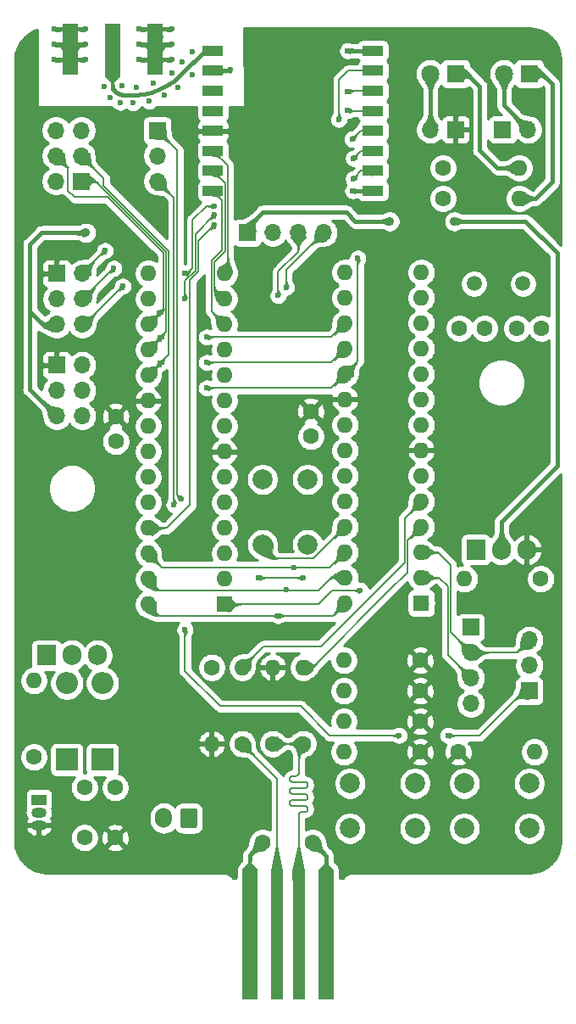
<source format=gbr>
G04 #@! TF.GenerationSoftware,KiCad,Pcbnew,(5.1.7)-1*
G04 #@! TF.CreationDate,2021-01-29T19:27:48+01:00*
G04 #@! TF.ProjectId,powiloc,706f7769-6c6f-4632-9e6b-696361645f70,rev?*
G04 #@! TF.SameCoordinates,Original*
G04 #@! TF.FileFunction,Copper,L1,Top*
G04 #@! TF.FilePolarity,Positive*
%FSLAX46Y46*%
G04 Gerber Fmt 4.6, Leading zero omitted, Abs format (unit mm)*
G04 Created by KiCad (PCBNEW (5.1.7)-1) date 2021-01-29 19:27:48*
%MOMM*%
%LPD*%
G01*
G04 APERTURE LIST*
G04 #@! TA.AperFunction,SMDPad,CuDef*
%ADD10R,1.460000X1.000000*%
G04 #@! TD*
G04 #@! TA.AperFunction,SMDPad,CuDef*
%ADD11C,0.100000*%
G04 #@! TD*
G04 #@! TA.AperFunction,SMDPad,CuDef*
%ADD12R,1.240000X1.000000*%
G04 #@! TD*
G04 #@! TA.AperFunction,ComponentPad*
%ADD13O,1.700000X1.700000*%
G04 #@! TD*
G04 #@! TA.AperFunction,ComponentPad*
%ADD14R,1.700000X1.700000*%
G04 #@! TD*
G04 #@! TA.AperFunction,ComponentPad*
%ADD15O,1.600000X1.600000*%
G04 #@! TD*
G04 #@! TA.AperFunction,ComponentPad*
%ADD16R,1.600000X1.600000*%
G04 #@! TD*
G04 #@! TA.AperFunction,ComponentPad*
%ADD17C,1.500000*%
G04 #@! TD*
G04 #@! TA.AperFunction,SMDPad,CuDef*
%ADD18R,1.500000X5.080000*%
G04 #@! TD*
G04 #@! TA.AperFunction,ComponentPad*
%ADD19O,1.700000X2.000000*%
G04 #@! TD*
G04 #@! TA.AperFunction,ComponentPad*
%ADD20C,2.000000*%
G04 #@! TD*
G04 #@! TA.AperFunction,ComponentPad*
%ADD21C,1.600000*%
G04 #@! TD*
G04 #@! TA.AperFunction,ComponentPad*
%ADD22O,1.905000X2.000000*%
G04 #@! TD*
G04 #@! TA.AperFunction,ComponentPad*
%ADD23R,1.905000X2.000000*%
G04 #@! TD*
G04 #@! TA.AperFunction,SMDPad,CuDef*
%ADD24R,1.270000X12.065000*%
G04 #@! TD*
G04 #@! TA.AperFunction,SMDPad,CuDef*
%ADD25R,1.524000X12.100000*%
G04 #@! TD*
G04 #@! TA.AperFunction,ComponentPad*
%ADD26R,2.200000X2.200000*%
G04 #@! TD*
G04 #@! TA.AperFunction,ComponentPad*
%ADD27O,2.200000X2.200000*%
G04 #@! TD*
G04 #@! TA.AperFunction,ComponentPad*
%ADD28R,1.800000X1.800000*%
G04 #@! TD*
G04 #@! TA.AperFunction,ComponentPad*
%ADD29C,1.800000*%
G04 #@! TD*
G04 #@! TA.AperFunction,ComponentPad*
%ADD30O,1.500000X1.050000*%
G04 #@! TD*
G04 #@! TA.AperFunction,ComponentPad*
%ADD31R,1.500000X1.050000*%
G04 #@! TD*
G04 #@! TA.AperFunction,SMDPad,CuDef*
%ADD32R,2.000000X1.000000*%
G04 #@! TD*
G04 #@! TA.AperFunction,ViaPad*
%ADD33C,0.600000*%
G04 #@! TD*
G04 #@! TA.AperFunction,ViaPad*
%ADD34C,0.900000*%
G04 #@! TD*
G04 #@! TA.AperFunction,Conductor*
%ADD35C,0.400000*%
G04 #@! TD*
G04 #@! TA.AperFunction,Conductor*
%ADD36C,0.150000*%
G04 #@! TD*
G04 #@! TA.AperFunction,Conductor*
%ADD37C,0.254000*%
G04 #@! TD*
G04 #@! TA.AperFunction,Conductor*
%ADD38C,0.100000*%
G04 #@! TD*
G04 #@! TA.AperFunction,Conductor*
%ADD39C,0.025400*%
G04 #@! TD*
G04 APERTURE END LIST*
D10*
X124714000Y-59065500D03*
G04 #@! TA.AperFunction,SMDPad,CuDef*
D11*
G36*
X125444000Y-58565500D02*
G01*
X125444000Y-59565500D01*
X124914000Y-60265500D01*
X124914000Y-60765500D01*
X124514000Y-60765500D01*
X124514000Y-60265500D01*
X123984000Y-59565500D01*
X123984000Y-58565500D01*
X125444000Y-58565500D01*
G37*
G04 #@! TD.AperFunction*
D12*
X143319500Y-139330500D03*
G04 #@! TA.AperFunction,SMDPad,CuDef*
D11*
G36*
X142699500Y-139830500D02*
G01*
X142699500Y-138830500D01*
X143244500Y-136330500D01*
X143244500Y-135830500D01*
X143394500Y-135830500D01*
X143394500Y-136330500D01*
X143939500Y-138830500D01*
X143939500Y-139830500D01*
X142699500Y-139830500D01*
G37*
G04 #@! TD.AperFunction*
D12*
X141160500Y-139330500D03*
G04 #@! TA.AperFunction,SMDPad,CuDef*
D11*
G36*
X140540500Y-139830500D02*
G01*
X140540500Y-138830500D01*
X141085500Y-136330500D01*
X141085500Y-135830500D01*
X141235500Y-135830500D01*
X141235500Y-136330500D01*
X141780500Y-138830500D01*
X141780500Y-139830500D01*
X140540500Y-139830500D01*
G37*
G04 #@! TD.AperFunction*
D10*
X138430000Y-139245000D03*
G04 #@! TA.AperFunction,SMDPad,CuDef*
D11*
G36*
X137700000Y-139745000D02*
G01*
X137700000Y-138745000D01*
X138230000Y-138045000D01*
X138230000Y-137545000D01*
X138630000Y-137545000D01*
X138630000Y-138045000D01*
X139160000Y-138745000D01*
X139160000Y-139745000D01*
X137700000Y-139745000D01*
G37*
G04 #@! TD.AperFunction*
D10*
X146050000Y-139319000D03*
G04 #@! TA.AperFunction,SMDPad,CuDef*
D11*
G36*
X145320000Y-139819000D02*
G01*
X145320000Y-138819000D01*
X145850000Y-138119000D01*
X145850000Y-137619000D01*
X146250000Y-137619000D01*
X146250000Y-138119000D01*
X146780000Y-138819000D01*
X146780000Y-139819000D01*
X145320000Y-139819000D01*
G37*
G04 #@! TD.AperFunction*
D13*
X121666000Y-93472000D03*
X119126000Y-93472000D03*
X121666000Y-90932000D03*
X119126000Y-90932000D03*
X121666000Y-88392000D03*
D14*
X119126000Y-88392000D03*
D15*
X128270000Y-112268000D03*
X135890000Y-79248000D03*
X128270000Y-109728000D03*
X135890000Y-81788000D03*
X128270000Y-107188000D03*
X135890000Y-84328000D03*
X128270000Y-104648000D03*
X135890000Y-86868000D03*
X128270000Y-102108000D03*
X135890000Y-89408000D03*
X128270000Y-99568000D03*
X135890000Y-91948000D03*
X128270000Y-97028000D03*
X135890000Y-94488000D03*
X128270000Y-94488000D03*
X135890000Y-97028000D03*
X128270000Y-91948000D03*
X135890000Y-99568000D03*
X128270000Y-89408000D03*
X135890000Y-102108000D03*
X128270000Y-86868000D03*
X135890000Y-104648000D03*
X128270000Y-84328000D03*
X135890000Y-107188000D03*
X128270000Y-81788000D03*
X135890000Y-109728000D03*
X128270000Y-79248000D03*
D16*
X135890000Y-112268000D03*
D15*
X147955000Y-112141000D03*
X155575000Y-79121000D03*
X147955000Y-109601000D03*
X155575000Y-81661000D03*
X147955000Y-107061000D03*
X155575000Y-84201000D03*
X147955000Y-104521000D03*
X155575000Y-86741000D03*
X147955000Y-101981000D03*
X155575000Y-89281000D03*
X147955000Y-99441000D03*
X155575000Y-91821000D03*
X147955000Y-96901000D03*
X155575000Y-94361000D03*
X147955000Y-94361000D03*
X155575000Y-96901000D03*
X147955000Y-91821000D03*
X155575000Y-99441000D03*
X147955000Y-89281000D03*
X155575000Y-101981000D03*
X147955000Y-86741000D03*
X155575000Y-104521000D03*
X147955000Y-84201000D03*
X155575000Y-107061000D03*
X147955000Y-81661000D03*
X155575000Y-109601000D03*
X147955000Y-79121000D03*
D16*
X155575000Y-112141000D03*
D17*
X160855000Y-80264000D03*
X165735000Y-80264000D03*
D13*
X166370000Y-115824000D03*
X166370000Y-118364000D03*
D14*
X166370000Y-120904000D03*
D18*
X124714000Y-56896000D03*
X120464000Y-56896000D03*
X128964000Y-56896000D03*
D19*
X129834000Y-133604000D03*
G04 #@! TA.AperFunction,ComponentPad*
G36*
G01*
X133184000Y-132854000D02*
X133184000Y-134354000D01*
G75*
G02*
X132934000Y-134604000I-250000J0D01*
G01*
X131734000Y-134604000D01*
G75*
G02*
X131484000Y-134354000I0J250000D01*
G01*
X131484000Y-132854000D01*
G75*
G02*
X131734000Y-132604000I250000J0D01*
G01*
X132934000Y-132604000D01*
G75*
G02*
X133184000Y-132854000I0J-250000D01*
G01*
G37*
G04 #@! TD.AperFunction*
D20*
X148440000Y-134620000D03*
X148440000Y-130120000D03*
X154940000Y-134620000D03*
X154940000Y-130120000D03*
D15*
X147828000Y-127000000D03*
D21*
X155448000Y-127000000D03*
D14*
X129171700Y-64960500D03*
D13*
X129171700Y-67500500D03*
X129171700Y-70040500D03*
X119049800Y-64960500D03*
X121589800Y-64960500D03*
X119049800Y-67500500D03*
X121589800Y-67500500D03*
X119049800Y-70040500D03*
D14*
X121589800Y-70040500D03*
D13*
X166243000Y-64897000D03*
D14*
X163703000Y-64897000D03*
D22*
X166116000Y-106807000D03*
X163576000Y-106807000D03*
D23*
X161036000Y-106807000D03*
D22*
X123190000Y-117348000D03*
X120650000Y-117348000D03*
D23*
X118110000Y-117348000D03*
D13*
X160528000Y-122174000D03*
X160528000Y-119634000D03*
X160528000Y-117094000D03*
D14*
X160528000Y-114554000D03*
D13*
X145796000Y-75184000D03*
X143256000Y-75184000D03*
X140716000Y-75184000D03*
D14*
X138176000Y-75184000D03*
D24*
X141160500Y-145669000D03*
D25*
X138430000Y-145664200D03*
D24*
X143319500Y-145681700D03*
D25*
X146050000Y-145664200D03*
D21*
X121894600Y-135559800D03*
X121894600Y-130559800D03*
X124968000Y-135556000D03*
X124968000Y-130556000D03*
X144700000Y-136017000D03*
X139700000Y-136017000D03*
X165100000Y-84709000D03*
X167600000Y-84709000D03*
X161885000Y-84709000D03*
X159385000Y-84709000D03*
X125031500Y-93512000D03*
X125031500Y-96012000D03*
X144526000Y-95504000D03*
X144526000Y-93004000D03*
D26*
X120142000Y-127762000D03*
D27*
X120142000Y-120142000D03*
X123698000Y-120142000D03*
D26*
X123698000Y-127762000D03*
D28*
X159004000Y-59309000D03*
D29*
X156464000Y-59309000D03*
X163830000Y-59309000D03*
D28*
X166370000Y-59309000D03*
D13*
X121666000Y-84328000D03*
X119126000Y-84328000D03*
X121666000Y-81788000D03*
X119126000Y-81788000D03*
X121666000Y-79248000D03*
D14*
X119126000Y-79248000D03*
D21*
X116840000Y-127508000D03*
D15*
X116840000Y-119888000D03*
X159893000Y-109728000D03*
D21*
X167513000Y-109728000D03*
X140716000Y-126174500D03*
D15*
X140716000Y-118554500D03*
X143764000Y-118554500D03*
D21*
X143764000Y-126174500D03*
X137668000Y-126174500D03*
D15*
X137668000Y-118554500D03*
X134620000Y-126174500D03*
D21*
X134620000Y-118554500D03*
X155448000Y-117856000D03*
D15*
X147828000Y-117856000D03*
D21*
X159258000Y-127000000D03*
D15*
X166878000Y-127000000D03*
X147828000Y-120904000D03*
D21*
X155448000Y-120904000D03*
X155448000Y-123952000D03*
D15*
X147828000Y-123952000D03*
X165354000Y-68707000D03*
D21*
X157734000Y-68707000D03*
D15*
X165354000Y-71755000D03*
D21*
X157734000Y-71755000D03*
D20*
X144200000Y-106299000D03*
X139700000Y-106299000D03*
X144200000Y-99799000D03*
X139700000Y-99799000D03*
X159870000Y-134620000D03*
X159870000Y-130120000D03*
X166370000Y-134620000D03*
X166370000Y-130120000D03*
D13*
X156464000Y-64897000D03*
D14*
X159004000Y-64897000D03*
D30*
X117348000Y-133032500D03*
X117348000Y-134302500D03*
D31*
X117348000Y-131762500D03*
D32*
X150748000Y-71008000D03*
X150748000Y-69008000D03*
X150748000Y-67008000D03*
X150748000Y-65008000D03*
X150748000Y-63008000D03*
X150748000Y-61008000D03*
X150748000Y-59008000D03*
X150748000Y-57008000D03*
X134748000Y-57008000D03*
X134748000Y-59008000D03*
X134748000Y-61008000D03*
X134748000Y-63008000D03*
X134748000Y-65008000D03*
X134748000Y-67008000D03*
X134748000Y-69008000D03*
X134748000Y-71008000D03*
D33*
X130683000Y-54864000D03*
X130683000Y-56388000D03*
X130683000Y-57912000D03*
X127381000Y-54864000D03*
X127381000Y-57912000D03*
X127381000Y-56388000D03*
X122047000Y-54864000D03*
X122047000Y-56388000D03*
X122047000Y-57912000D03*
X118872000Y-57912000D03*
X118872000Y-56388000D03*
X118872000Y-54864000D03*
X136525000Y-58928000D03*
X148209000Y-57023000D03*
X148717000Y-70993000D03*
X132715000Y-57150000D03*
X130619500Y-59245500D03*
X128778000Y-60261500D03*
X127127000Y-60706000D03*
X123888500Y-60579000D03*
X124460000Y-61658500D03*
X125476000Y-62166500D03*
X126746000Y-62230000D03*
X128397000Y-62039500D03*
X129921000Y-61468000D03*
X131254500Y-60642500D03*
X132651500Y-59372500D03*
X125666500Y-60515500D03*
X131699000Y-58166000D03*
D34*
X158877000Y-74041000D03*
X152400000Y-74041000D03*
X122047000Y-75184000D03*
D33*
X142070666Y-80645000D03*
X142070666Y-110837134D03*
X124841000Y-78740000D03*
X141266333Y-81449334D03*
X141249400Y-113385600D03*
X125730000Y-80518000D03*
X142875000Y-108585000D03*
X123952000Y-76962000D03*
X148209000Y-62992000D03*
X131953000Y-81788000D03*
X134874000Y-73406000D03*
X148209000Y-61087000D03*
X131953000Y-79248000D03*
X134874000Y-72517000D03*
X134874000Y-74422000D03*
X147320000Y-63881000D03*
X129413000Y-83185000D03*
X134112000Y-85598000D03*
X148780500Y-67754500D03*
X149225000Y-77724000D03*
X129476500Y-88201500D03*
X134112000Y-90678000D03*
X148653500Y-65849500D03*
X129476500Y-85661500D03*
X134112000Y-88138000D03*
X148780500Y-69786500D03*
X149479000Y-110871000D03*
X130860800Y-102311200D03*
X139319000Y-109601000D03*
X143764000Y-109601000D03*
X131572000Y-101727000D03*
X131953000Y-114808000D03*
X158242000Y-125349000D03*
X153352500Y-125349000D03*
D35*
X128964000Y-56769000D02*
X128964000Y-55304000D01*
X128524000Y-54864000D02*
X127381000Y-54864000D01*
X128964000Y-55304000D02*
X128524000Y-54864000D01*
X128964000Y-56769000D02*
X128964000Y-55313000D01*
X129413000Y-54864000D02*
X130683000Y-54864000D01*
X128964000Y-55313000D02*
X129413000Y-54864000D01*
X128964000Y-56769000D02*
X128964000Y-56066000D01*
X128964000Y-56066000D02*
X128524000Y-55626000D01*
X128964000Y-56769000D02*
X128964000Y-56202000D01*
X128964000Y-56202000D02*
X129540000Y-55626000D01*
X128964000Y-56769000D02*
X128905000Y-56769000D01*
X128524000Y-56388000D02*
X127381000Y-56388000D01*
X128905000Y-56769000D02*
X128524000Y-56388000D01*
X128964000Y-56769000D02*
X129032000Y-56769000D01*
X129413000Y-56388000D02*
X130683000Y-56388000D01*
X129032000Y-56769000D02*
X129413000Y-56388000D01*
X128905000Y-56769000D02*
X128524000Y-57150000D01*
X128964000Y-56769000D02*
X128964000Y-56828000D01*
X128964000Y-56828000D02*
X129286000Y-57150000D01*
X128964000Y-56769000D02*
X128964000Y-57345000D01*
X128397000Y-57912000D02*
X127381000Y-57912000D01*
X128964000Y-57345000D02*
X128397000Y-57912000D01*
X128964000Y-56769000D02*
X128964000Y-57463000D01*
X129413000Y-57912000D02*
X130683000Y-57912000D01*
X128964000Y-57463000D02*
X129413000Y-57912000D01*
X128964000Y-56769000D02*
X128964000Y-58234000D01*
X128964000Y-58234000D02*
X128524000Y-58674000D01*
X128964000Y-56769000D02*
X128964000Y-58352000D01*
X120464000Y-56769000D02*
X120464000Y-55304000D01*
X120904000Y-54864000D02*
X122047000Y-54864000D01*
X120464000Y-55304000D02*
X120904000Y-54864000D01*
X120464000Y-56769000D02*
X120464000Y-55313000D01*
X120015000Y-54864000D02*
X118872000Y-54864000D01*
X120464000Y-55313000D02*
X120015000Y-54864000D01*
X120464000Y-56769000D02*
X120464000Y-56075000D01*
X120464000Y-56075000D02*
X120015000Y-55626000D01*
X120464000Y-56769000D02*
X120464000Y-56066000D01*
X120464000Y-56066000D02*
X120904000Y-55626000D01*
X120464000Y-56769000D02*
X120396000Y-56769000D01*
X120015000Y-56388000D02*
X118872000Y-56388000D01*
X120396000Y-56769000D02*
X120015000Y-56388000D01*
X120464000Y-56769000D02*
X120523000Y-56769000D01*
X120904000Y-56388000D02*
X122047000Y-56388000D01*
X120523000Y-56769000D02*
X120904000Y-56388000D01*
X120396000Y-56769000D02*
X120015000Y-57150000D01*
X120464000Y-56769000D02*
X120464000Y-56837000D01*
X120464000Y-56837000D02*
X120777000Y-57150000D01*
X120464000Y-56769000D02*
X120464000Y-57463000D01*
X120015000Y-57912000D02*
X118872000Y-57912000D01*
X120464000Y-57463000D02*
X120015000Y-57912000D01*
X120464000Y-56769000D02*
X120464000Y-57599000D01*
X120777000Y-57912000D02*
X122047000Y-57912000D01*
X120464000Y-57599000D02*
X120777000Y-57912000D01*
X120464000Y-56769000D02*
X120464000Y-58225000D01*
X120464000Y-58225000D02*
X120015000Y-58674000D01*
X120464000Y-56769000D02*
X120464000Y-58361000D01*
X120464000Y-58361000D02*
X120650000Y-58547000D01*
X120464000Y-56769000D02*
X120464000Y-58234000D01*
X120464000Y-58234000D02*
X120904000Y-58674000D01*
X136445000Y-59008000D02*
X136525000Y-58928000D01*
X134748000Y-59008000D02*
X136445000Y-59008000D01*
X148224000Y-57008000D02*
X148209000Y-57023000D01*
X150748000Y-57008000D02*
X148224000Y-57008000D01*
X148732000Y-71008000D02*
X148717000Y-70993000D01*
X150748000Y-71008000D02*
X148732000Y-71008000D01*
X138430000Y-137287000D02*
X139700000Y-136017000D01*
X138430000Y-137287000D02*
X138430000Y-137795000D01*
X146050000Y-137367000D02*
X144700000Y-136017000D01*
X146050000Y-145664200D02*
X146050000Y-137367000D01*
X159004000Y-59309000D02*
X160147000Y-59309000D01*
X160147000Y-59309000D02*
X161417000Y-60579000D01*
X161417000Y-60579000D02*
X161417000Y-66929000D01*
X163195000Y-68707000D02*
X165354000Y-68707000D01*
X161417000Y-66929000D02*
X163195000Y-68707000D01*
X156464000Y-59309000D02*
X156464000Y-64897000D01*
X163703000Y-64897000D02*
X163703000Y-65024000D01*
X167640000Y-59309000D02*
X166370000Y-59309000D01*
X168656000Y-60325000D02*
X167640000Y-59309000D01*
X168656000Y-70104000D02*
X168656000Y-60325000D01*
X167005000Y-71755000D02*
X168656000Y-70104000D01*
X165354000Y-71755000D02*
X167005000Y-71755000D01*
X139700000Y-73152000D02*
X138176000Y-74676000D01*
X148971000Y-74041000D02*
X148082000Y-73152000D01*
X148082000Y-73152000D02*
X139700000Y-73152000D01*
X148971000Y-74041000D02*
X152400000Y-74041000D01*
X163576000Y-104013000D02*
X163576000Y-106807000D01*
X169164000Y-98425000D02*
X163576000Y-104013000D01*
X169164000Y-77216000D02*
X169164000Y-98425000D01*
X165989000Y-74041000D02*
X169164000Y-77216000D01*
X158877000Y-74041000D02*
X165989000Y-74041000D01*
X119126000Y-84328000D02*
X117729000Y-84328000D01*
X117729000Y-84328000D02*
X116459000Y-83058000D01*
X116459000Y-83058000D02*
X116459000Y-76327000D01*
X117602000Y-75184000D02*
X120901398Y-75184000D01*
X116459000Y-76327000D02*
X117602000Y-75184000D01*
X116459000Y-90805000D02*
X119126000Y-93472000D01*
X116459000Y-83058000D02*
X116459000Y-90805000D01*
X120901398Y-75184000D02*
X122047000Y-75184000D01*
D36*
X129397001Y-110855001D02*
X128270000Y-109728000D01*
X144256001Y-110855001D02*
X129397001Y-110855001D01*
X144160999Y-110855001D02*
X144256001Y-110855001D01*
X142070666Y-78909334D02*
X145796000Y-75184000D01*
X147955000Y-109601000D02*
X146558000Y-109601000D01*
X145303999Y-110855001D02*
X144256001Y-110855001D01*
X146558000Y-109601000D02*
X145303999Y-110855001D01*
X142070666Y-78909334D02*
X142070666Y-80645000D01*
X121793000Y-81788000D02*
X121666000Y-81788000D01*
X124841000Y-78740000D02*
X121793000Y-81788000D01*
X146700999Y-113395001D02*
X147955000Y-112141000D01*
X128270000Y-112268000D02*
X129397001Y-113395001D01*
X129397001Y-113395001D02*
X141239999Y-113395001D01*
X141239999Y-113395001D02*
X146700999Y-113395001D01*
X141266333Y-81449334D02*
X141266333Y-79078667D01*
X143256000Y-77089000D02*
X143256000Y-75184000D01*
X141266333Y-79078667D02*
X143256000Y-77089000D01*
X141239999Y-113395001D02*
X141239999Y-113395001D01*
X121920000Y-84328000D02*
X121666000Y-84328000D01*
X125730000Y-80518000D02*
X121920000Y-84328000D01*
X147955000Y-107061000D02*
X146431000Y-108585000D01*
X129667000Y-108585000D02*
X128270000Y-107188000D01*
X146431000Y-108585000D02*
X129667000Y-108585000D01*
X121666000Y-79248000D02*
X123952000Y-76962000D01*
D35*
X124783314Y-60902314D02*
X124714000Y-60833000D01*
X124998483Y-61087919D02*
X124923751Y-61029597D01*
X125075987Y-61142504D02*
X124998483Y-61087919D01*
X125156076Y-61193219D02*
X125075987Y-61142504D01*
X134748000Y-57008000D02*
X133936500Y-57008000D01*
X124851970Y-60967679D02*
X124783314Y-60902314D01*
X126149000Y-61468000D02*
X126054232Y-61465672D01*
X125238558Y-61239944D02*
X125156076Y-61193219D01*
X126054232Y-61465672D02*
X125959692Y-61458698D01*
X125323232Y-61282566D02*
X125238558Y-61239944D01*
X125959692Y-61458698D02*
X125865609Y-61447094D01*
X125679715Y-61410117D02*
X125588352Y-61384834D01*
X125865609Y-61447094D02*
X125772208Y-61430887D01*
X124714000Y-60833000D02*
X124714000Y-60515500D01*
X125772208Y-61430887D02*
X125679715Y-61410117D01*
X125409896Y-61320981D02*
X125323232Y-61282566D01*
X124923751Y-61029597D02*
X124851970Y-60967679D01*
X125588352Y-61384834D02*
X125498340Y-61355098D01*
X125498340Y-61355098D02*
X125409896Y-61320981D01*
X131597820Y-59346679D02*
X133936500Y-57008000D01*
X131597820Y-59346679D02*
X131340359Y-59591801D01*
X131340359Y-59591801D02*
X131071182Y-59823995D01*
X131071182Y-59823995D02*
X130790935Y-60042702D01*
X130790935Y-60042702D02*
X130500295Y-60247394D01*
X130500295Y-60247394D02*
X130199961Y-60437578D01*
X130199961Y-60437578D02*
X129890656Y-60612797D01*
X129890656Y-60612797D02*
X129573127Y-60772628D01*
X129573127Y-60772628D02*
X129248138Y-60916686D01*
X129248138Y-60916686D02*
X128916472Y-61044624D01*
X128916472Y-61044624D02*
X128578927Y-61156133D01*
X128578927Y-61156133D02*
X128236318Y-61250946D01*
X128236318Y-61250946D02*
X127889469Y-61328834D01*
X127889469Y-61328834D02*
X127539216Y-61389608D01*
X127539216Y-61389608D02*
X127186402Y-61433124D01*
X127186402Y-61433124D02*
X126831879Y-61459275D01*
X126831879Y-61459275D02*
X126476500Y-61468000D01*
X126476500Y-61468000D02*
X126149000Y-61468000D01*
D36*
X140716000Y-126174500D02*
X143700500Y-126174500D01*
X143319500Y-126555500D02*
X143700500Y-126174500D01*
X143319500Y-129086500D02*
X143319500Y-126555500D01*
X143311979Y-129153256D02*
X143319500Y-129086500D01*
X143289791Y-129216665D02*
X143311979Y-129153256D01*
X143254050Y-129273546D02*
X143289791Y-129216665D01*
X143206547Y-129321049D02*
X143254050Y-129273546D01*
X143149666Y-129356790D02*
X143206547Y-129321049D01*
X143086257Y-129378978D02*
X143149666Y-129356790D01*
X143019500Y-129386500D02*
X143086257Y-129378978D01*
X142709371Y-129386500D02*
X143019500Y-129386500D01*
X142642615Y-129394021D02*
X142709371Y-129386500D01*
X142579206Y-129416209D02*
X142642615Y-129394021D01*
X142522325Y-129451950D02*
X142579206Y-129416209D01*
X142474822Y-129499453D02*
X142522325Y-129451950D01*
X142439081Y-129556334D02*
X142474822Y-129499453D01*
X142416893Y-129619743D02*
X142439081Y-129556334D01*
X142409371Y-129686500D02*
X142416893Y-129619743D01*
X142416893Y-129753256D02*
X142409371Y-129686500D01*
X142439081Y-129816665D02*
X142416893Y-129753256D01*
X142474822Y-129873546D02*
X142439081Y-129816665D01*
X142522325Y-129921049D02*
X142474822Y-129873546D01*
X142579206Y-129956790D02*
X142522325Y-129921049D01*
X142642615Y-129978978D02*
X142579206Y-129956790D01*
X142709371Y-129986500D02*
X142642615Y-129978978D01*
X143929629Y-129986500D02*
X142709371Y-129986500D01*
X143996385Y-129994021D02*
X143929629Y-129986500D01*
X144059794Y-130016209D02*
X143996385Y-129994021D01*
X144116675Y-130051950D02*
X144059794Y-130016209D01*
X144164178Y-130099453D02*
X144116675Y-130051950D01*
X144199919Y-130156334D02*
X144164178Y-130099453D01*
X144222107Y-130219743D02*
X144199919Y-130156334D01*
X144229629Y-130286500D02*
X144222107Y-130219743D01*
X144222107Y-130353256D02*
X144229629Y-130286500D01*
X144199919Y-130416665D02*
X144222107Y-130353256D01*
X144164178Y-130473546D02*
X144199919Y-130416665D01*
X144116675Y-130521049D02*
X144164178Y-130473546D01*
X144059794Y-130556790D02*
X144116675Y-130521049D01*
X143996385Y-130578978D02*
X144059794Y-130556790D01*
X143929629Y-130586500D02*
X143996385Y-130578978D01*
X142709371Y-130586500D02*
X143929629Y-130586500D01*
X142642615Y-130594021D02*
X142709371Y-130586500D01*
X142579206Y-130616209D02*
X142642615Y-130594021D01*
X142522325Y-130651950D02*
X142579206Y-130616209D01*
X142474822Y-130699453D02*
X142522325Y-130651950D01*
X142439081Y-130756334D02*
X142474822Y-130699453D01*
X142416893Y-130819743D02*
X142439081Y-130756334D01*
X142409371Y-130886500D02*
X142416893Y-130819743D01*
X142416893Y-130953256D02*
X142409371Y-130886500D01*
X142439081Y-131016665D02*
X142416893Y-130953256D01*
X142474822Y-132273546D02*
X142439081Y-132216665D01*
X142642615Y-132378978D02*
X142579206Y-132356790D01*
X142709371Y-132386500D02*
X142642615Y-132378978D01*
X143929629Y-132386500D02*
X142709371Y-132386500D01*
X143996385Y-132394021D02*
X143929629Y-132386500D01*
X144059794Y-132416209D02*
X143996385Y-132394021D01*
X142709371Y-131186500D02*
X142642615Y-131178978D01*
X144116675Y-132451950D02*
X144059794Y-132416209D01*
X142522325Y-132321049D02*
X142474822Y-132273546D01*
X144199919Y-132556334D02*
X144164178Y-132499453D01*
X144222107Y-132619743D02*
X144199919Y-132556334D01*
X144164178Y-132499453D02*
X144116675Y-132451950D01*
X144229629Y-132686500D02*
X144222107Y-132619743D01*
X143319500Y-133286500D02*
X143327021Y-133219743D01*
X144164178Y-132873546D02*
X144199919Y-132816665D01*
X143552743Y-132994021D02*
X143619500Y-132986500D01*
X144199919Y-132816665D02*
X144222107Y-132753256D01*
X144199919Y-131616665D02*
X144222107Y-131553256D01*
X143619500Y-132986500D02*
X143929629Y-132986500D01*
X143432453Y-133051950D02*
X143489334Y-133016209D01*
X142579206Y-132356790D02*
X142522325Y-132321049D01*
X143489334Y-133016209D02*
X143552743Y-132994021D01*
X144222107Y-132753256D02*
X144229629Y-132686500D01*
X144059794Y-132956790D02*
X144116675Y-132921049D01*
X143996385Y-131194021D02*
X143929629Y-131186500D01*
X143384950Y-133099453D02*
X143432453Y-133051950D01*
X143929629Y-132986500D02*
X143996385Y-132978978D01*
X143327021Y-133219743D02*
X143349209Y-133156334D01*
X143929629Y-131186500D02*
X142709371Y-131186500D01*
X144116675Y-132921049D02*
X144164178Y-132873546D01*
X143349209Y-133156334D02*
X143384950Y-133099453D01*
X143996385Y-132978978D02*
X144059794Y-132956790D01*
X142439081Y-132216665D02*
X142416893Y-132153256D01*
X142416893Y-132153256D02*
X142409371Y-132086500D01*
X142409371Y-132086500D02*
X142416893Y-132019743D01*
X142416893Y-132019743D02*
X142439081Y-131956334D01*
X142439081Y-131956334D02*
X142474822Y-131899453D01*
X142474822Y-131899453D02*
X142522325Y-131851950D01*
X142522325Y-131851950D02*
X142579206Y-131816209D01*
X142579206Y-131816209D02*
X142642615Y-131794021D01*
X142642615Y-131794021D02*
X142709371Y-131786500D01*
X142709371Y-131786500D02*
X143929629Y-131786500D01*
X143929629Y-131786500D02*
X143996385Y-131778978D01*
X143996385Y-131778978D02*
X144059794Y-131756790D01*
X144059794Y-131756790D02*
X144116675Y-131721049D01*
X144116675Y-131721049D02*
X144164178Y-131673546D01*
X144164178Y-131673546D02*
X144199919Y-131616665D01*
X144222107Y-131553256D02*
X144229629Y-131486500D01*
X144199919Y-131356334D02*
X144164178Y-131299453D01*
X144229629Y-131486500D02*
X144222107Y-131419743D01*
X142642615Y-131178978D02*
X142579206Y-131156790D01*
X144222107Y-131419743D02*
X144199919Y-131356334D01*
X144164178Y-131299453D02*
X144116675Y-131251950D01*
X144116675Y-131251950D02*
X144059794Y-131216209D01*
X144059794Y-131216209D02*
X143996385Y-131194021D01*
X142579206Y-131156790D02*
X142522325Y-131121049D01*
X142522325Y-131121049D02*
X142474822Y-131073546D01*
X142474822Y-131073546D02*
X142439081Y-131016665D01*
X143327021Y-136072979D02*
X143319500Y-136080500D01*
X143327021Y-133219743D02*
X143327021Y-136072979D01*
X154178000Y-105918000D02*
X155575000Y-104521000D01*
X154178000Y-109093000D02*
X154178000Y-105918000D01*
X152344617Y-110926387D02*
X154178000Y-109093000D01*
X144716504Y-118554500D02*
X152344617Y-110926387D01*
X143700500Y-118554500D02*
X144716504Y-118554500D01*
X137668000Y-126174500D02*
X141160500Y-129667000D01*
X141160500Y-129667000D02*
X141160500Y-136080500D01*
X139763500Y-116459000D02*
X137668000Y-118554500D01*
X145542000Y-116459000D02*
X139763500Y-116459000D01*
X153900990Y-108100010D02*
X145542000Y-116459000D01*
X153900990Y-103655010D02*
X153900990Y-108100010D01*
X155575000Y-101981000D02*
X153900990Y-103655010D01*
X145796000Y-106680000D02*
X147955000Y-104521000D01*
X144780000Y-107696000D02*
X145796000Y-106680000D01*
X141097000Y-107696000D02*
X144780000Y-107696000D01*
X139700000Y-106299000D02*
X141097000Y-107696000D01*
X148225000Y-63008000D02*
X148209000Y-62992000D01*
X150748000Y-63008000D02*
X148225000Y-63008000D01*
X131953000Y-79990962D02*
X132992010Y-78951952D01*
X131953000Y-81788000D02*
X131953000Y-79990962D01*
X132992010Y-78951952D02*
X132992010Y-78854741D01*
X132992010Y-75287990D02*
X134874000Y-73406000D01*
X132992010Y-78854741D02*
X132992010Y-75287990D01*
X148288000Y-61008000D02*
X148209000Y-61087000D01*
X150748000Y-61008000D02*
X148288000Y-61008000D01*
X131953000Y-79248000D02*
X132207000Y-79248000D01*
X132207000Y-79248000D02*
X132715000Y-78740000D01*
X132715000Y-78740000D02*
X132715000Y-73914000D01*
X134112000Y-72517000D02*
X134874000Y-72517000D01*
X132715000Y-73914000D02*
X134112000Y-72517000D01*
X150748000Y-59008000D02*
X148256000Y-59008000D01*
X148256000Y-59008000D02*
X147320000Y-59944000D01*
X132461000Y-102362000D02*
X132461000Y-101473000D01*
X132461000Y-101473000D02*
X132461000Y-82550000D01*
X130175000Y-104648000D02*
X132461000Y-102362000D01*
X128270000Y-104648000D02*
X130175000Y-104648000D01*
X133269020Y-79066693D02*
X133269020Y-78969482D01*
X132461000Y-79874712D02*
X133269020Y-79066693D01*
X132461000Y-82550000D02*
X132461000Y-79874712D01*
X133269020Y-78969482D02*
X133269020Y-76962000D01*
X133269020Y-76026980D02*
X134874000Y-74422000D01*
X133269020Y-76962000D02*
X133269020Y-76026980D01*
X147320000Y-59944000D02*
X147320000Y-63881000D01*
X135890000Y-79248000D02*
X136271000Y-78867000D01*
X135890000Y-79248000D02*
X136227011Y-78910989D01*
X136227011Y-68487011D02*
X134748000Y-67008000D01*
X136227011Y-78910989D02*
X136227011Y-68487011D01*
X134887999Y-80785999D02*
X135890000Y-81788000D01*
X134887999Y-78091001D02*
X134887999Y-80785999D01*
X135950001Y-77028999D02*
X134887999Y-78091001D01*
X135950001Y-70210001D02*
X135950001Y-77028999D01*
X134748000Y-69008000D02*
X135950001Y-70210001D01*
X134610989Y-71145011D02*
X134748000Y-71008000D01*
X135890000Y-84328000D02*
X134610989Y-83048989D01*
X134610989Y-77976260D02*
X135672991Y-76914258D01*
X134610989Y-83048989D02*
X134610989Y-77976260D01*
X135672991Y-71932991D02*
X134748000Y-71008000D01*
X135672991Y-76914258D02*
X135672991Y-71932991D01*
D35*
X163830000Y-62484000D02*
X166243000Y-64897000D01*
X163830000Y-59309000D02*
X163830000Y-62484000D01*
D36*
X119049800Y-67500500D02*
X120269000Y-68719700D01*
X120269000Y-68719700D02*
X120269000Y-70993000D01*
X120269000Y-70993000D02*
X120904000Y-71628000D01*
X124206000Y-71628000D02*
X129794000Y-77216000D01*
X120904000Y-71628000D02*
X124206000Y-71628000D01*
X129794000Y-82804000D02*
X129413000Y-83185000D01*
X129794000Y-77216000D02*
X129794000Y-82804000D01*
X129413000Y-83185000D02*
X128270000Y-84328000D01*
X147955000Y-84201000D02*
X146558000Y-85598000D01*
X146558000Y-85598000D02*
X134112000Y-85598000D01*
X134112000Y-85598000D02*
X134112000Y-85598000D01*
X149527000Y-67008000D02*
X148780500Y-67754500D01*
X150748000Y-67008000D02*
X149527000Y-67008000D01*
X149225000Y-88011000D02*
X147955000Y-89281000D01*
X149225000Y-77724000D02*
X149225000Y-88011000D01*
X130348020Y-87329980D02*
X129476500Y-88201500D01*
X130348020Y-76986520D02*
X130348020Y-87329980D01*
X123825000Y-70463500D02*
X130348020Y-76986520D01*
X123825000Y-69735700D02*
X123825000Y-70463500D01*
X121589800Y-67500500D02*
X123825000Y-69735700D01*
X129476500Y-88201500D02*
X128270000Y-89408000D01*
X147955000Y-89281000D02*
X146558000Y-90678000D01*
X146558000Y-90678000D02*
X134112000Y-90678000D01*
X134112000Y-90678000D02*
X134112000Y-90678000D01*
X149495000Y-65008000D02*
X148653500Y-65849500D01*
X150748000Y-65008000D02*
X149495000Y-65008000D01*
X128270000Y-86868000D02*
X129476500Y-85661500D01*
X130071010Y-85066990D02*
X130071010Y-82918741D01*
X130071010Y-77101260D02*
X130071010Y-77112010D01*
X123010250Y-70040500D02*
X130071010Y-77101260D01*
X121589800Y-70040500D02*
X123010250Y-70040500D01*
X130071010Y-82918741D02*
X130071010Y-77112010D01*
X129476500Y-85661500D02*
X130071010Y-85066990D01*
X146558000Y-88138000D02*
X147955000Y-86741000D01*
X134112000Y-88138000D02*
X146558000Y-88138000D01*
X149559000Y-69008000D02*
X148780500Y-69786500D01*
X150748000Y-69008000D02*
X149559000Y-69008000D01*
X145288000Y-112268000D02*
X146685000Y-110871000D01*
X135890000Y-112268000D02*
X145288000Y-112268000D01*
X146685000Y-110871000D02*
X149479000Y-110871000D01*
X130855999Y-71724799D02*
X129171700Y-70040500D01*
X130855999Y-102316001D02*
X130855999Y-71724799D01*
X130855999Y-102316001D02*
X130860800Y-102311200D01*
X155575000Y-112141000D02*
X156337000Y-112141000D01*
X139319000Y-109601000D02*
X143764000Y-109601000D01*
X131572000Y-101727000D02*
X131191000Y-101346000D01*
X131191000Y-66979800D02*
X130403600Y-66192400D01*
X131191000Y-101346000D02*
X131191000Y-66979800D01*
X129171700Y-64960500D02*
X130403600Y-66192400D01*
X158218990Y-117324990D02*
X160528000Y-119634000D01*
X158218990Y-110466990D02*
X158218990Y-117324990D01*
X157353000Y-109601000D02*
X158218990Y-110466990D01*
X155575000Y-109601000D02*
X157353000Y-109601000D01*
X158496000Y-115062000D02*
X160528000Y-117094000D01*
X158496000Y-108331000D02*
X158496000Y-115062000D01*
X157226000Y-107061000D02*
X158496000Y-108331000D01*
X155575000Y-107061000D02*
X157226000Y-107061000D01*
X165100000Y-117094000D02*
X166370000Y-115824000D01*
X160528000Y-117094000D02*
X165100000Y-117094000D01*
X166370000Y-120904000D02*
X165862000Y-120904000D01*
X165862000Y-120904000D02*
X161417000Y-125349000D01*
X161417000Y-125349000D02*
X158242000Y-125349000D01*
X131953000Y-116840000D02*
X131953000Y-114808000D01*
X131953000Y-118935500D02*
X131953000Y-116840000D01*
X135445500Y-122428000D02*
X131953000Y-118935500D01*
X143510000Y-122428000D02*
X135445500Y-122428000D01*
X146431000Y-125349000D02*
X143510000Y-122428000D01*
X153352500Y-125349000D02*
X146431000Y-125349000D01*
D37*
X166981222Y-54825096D02*
X167569164Y-55002606D01*
X168111436Y-55290937D01*
X168587364Y-55679094D01*
X168978845Y-56152314D01*
X169270951Y-56692552D01*
X169452563Y-57279244D01*
X169520000Y-57920879D01*
X169520000Y-76391132D01*
X166608446Y-73479579D01*
X166582291Y-73447709D01*
X166455146Y-73343364D01*
X166310087Y-73265828D01*
X166152689Y-73218082D01*
X166030019Y-73206000D01*
X166030018Y-73206000D01*
X165989000Y-73201960D01*
X165947982Y-73206000D01*
X159774138Y-73206000D01*
X159698736Y-73204306D01*
X159653060Y-73200741D01*
X159627068Y-73196875D01*
X159613746Y-73193769D01*
X159603319Y-73190386D01*
X159585625Y-73183128D01*
X159553476Y-73167831D01*
X159503431Y-73142229D01*
X159439259Y-73109059D01*
X159431006Y-73104869D01*
X159422828Y-73100792D01*
X159390940Y-73079485D01*
X159193483Y-72997696D01*
X158983863Y-72956000D01*
X158770137Y-72956000D01*
X158560517Y-72997696D01*
X158363060Y-73079485D01*
X158185353Y-73198225D01*
X158034225Y-73349353D01*
X157915485Y-73527060D01*
X157833696Y-73724517D01*
X157792000Y-73934137D01*
X157792000Y-74147863D01*
X157833696Y-74357483D01*
X157915485Y-74554940D01*
X158034225Y-74732647D01*
X158185353Y-74883775D01*
X158363060Y-75002515D01*
X158560517Y-75084304D01*
X158770137Y-75126000D01*
X158983863Y-75126000D01*
X159193483Y-75084304D01*
X159390940Y-75002515D01*
X159422833Y-74981205D01*
X159431012Y-74977127D01*
X159439259Y-74972940D01*
X159503431Y-74939770D01*
X159553476Y-74914168D01*
X159585625Y-74898871D01*
X159603319Y-74891613D01*
X159613746Y-74888230D01*
X159627068Y-74885124D01*
X159653060Y-74881258D01*
X159698736Y-74877693D01*
X159774128Y-74876000D01*
X165643133Y-74876000D01*
X168329000Y-77561868D01*
X168329000Y-83470243D01*
X168279727Y-83437320D01*
X168018574Y-83329147D01*
X167741335Y-83274000D01*
X167458665Y-83274000D01*
X167181426Y-83329147D01*
X166920273Y-83437320D01*
X166685241Y-83594363D01*
X166485363Y-83794241D01*
X166350000Y-83996827D01*
X166214637Y-83794241D01*
X166014759Y-83594363D01*
X165779727Y-83437320D01*
X165518574Y-83329147D01*
X165241335Y-83274000D01*
X164958665Y-83274000D01*
X164681426Y-83329147D01*
X164420273Y-83437320D01*
X164185241Y-83594363D01*
X163985363Y-83794241D01*
X163828320Y-84029273D01*
X163720147Y-84290426D01*
X163665000Y-84567665D01*
X163665000Y-84850335D01*
X163720147Y-85127574D01*
X163828320Y-85388727D01*
X163985363Y-85623759D01*
X164185241Y-85823637D01*
X164420273Y-85980680D01*
X164681426Y-86088853D01*
X164958665Y-86144000D01*
X165241335Y-86144000D01*
X165518574Y-86088853D01*
X165779727Y-85980680D01*
X166014759Y-85823637D01*
X166214637Y-85623759D01*
X166350000Y-85421173D01*
X166485363Y-85623759D01*
X166685241Y-85823637D01*
X166920273Y-85980680D01*
X167181426Y-86088853D01*
X167458665Y-86144000D01*
X167741335Y-86144000D01*
X168018574Y-86088853D01*
X168279727Y-85980680D01*
X168329000Y-85947757D01*
X168329001Y-98079131D01*
X163014579Y-103393554D01*
X162982709Y-103419709D01*
X162888398Y-103534628D01*
X162878364Y-103546855D01*
X162800828Y-103691914D01*
X162753082Y-103849312D01*
X162736960Y-104013000D01*
X162741000Y-104054019D01*
X162741000Y-104890119D01*
X162733173Y-105063049D01*
X162716269Y-105171581D01*
X162695074Y-105244152D01*
X162669066Y-105302457D01*
X162630327Y-105367539D01*
X162569787Y-105453418D01*
X162540500Y-105492659D01*
X162519037Y-105452506D01*
X162439685Y-105355815D01*
X162342994Y-105276463D01*
X162232680Y-105217498D01*
X162112982Y-105181188D01*
X161988500Y-105168928D01*
X160083500Y-105168928D01*
X159959018Y-105181188D01*
X159839320Y-105217498D01*
X159729006Y-105276463D01*
X159632315Y-105355815D01*
X159552963Y-105452506D01*
X159493998Y-105562820D01*
X159457688Y-105682518D01*
X159445428Y-105807000D01*
X159445428Y-107807000D01*
X159457688Y-107931482D01*
X159493998Y-108051180D01*
X159552963Y-108161494D01*
X159632315Y-108258185D01*
X159689745Y-108305317D01*
X159474426Y-108348147D01*
X159213273Y-108456320D01*
X159206000Y-108461180D01*
X159206000Y-108365874D01*
X159209435Y-108330999D01*
X159203860Y-108274396D01*
X159195727Y-108191816D01*
X159155128Y-108057980D01*
X159089200Y-107934637D01*
X159069760Y-107910949D01*
X159022707Y-107853615D01*
X159022704Y-107853612D01*
X159000474Y-107826525D01*
X158973389Y-107804297D01*
X157752712Y-106583621D01*
X157730475Y-106556525D01*
X157622363Y-106467800D01*
X157499020Y-106401872D01*
X157365184Y-106361273D01*
X157260877Y-106351000D01*
X157260875Y-106351000D01*
X157226000Y-106347565D01*
X157191125Y-106351000D01*
X157182963Y-106351000D01*
X157054910Y-106343748D01*
X156993763Y-106331740D01*
X156963308Y-106320449D01*
X156936973Y-106305479D01*
X156893734Y-106272812D01*
X156823527Y-106211050D01*
X156731955Y-106128440D01*
X156711627Y-106110867D01*
X156605728Y-106023167D01*
X156564118Y-105991503D01*
X156439077Y-105904239D01*
X156382788Y-105869179D01*
X156333406Y-105841891D01*
X156257241Y-105791000D01*
X156489759Y-105635637D01*
X156689637Y-105435759D01*
X156846680Y-105200727D01*
X156954853Y-104939574D01*
X157010000Y-104662335D01*
X157010000Y-104379665D01*
X156954853Y-104102426D01*
X156846680Y-103841273D01*
X156689637Y-103606241D01*
X156489759Y-103406363D01*
X156257241Y-103251000D01*
X156489759Y-103095637D01*
X156689637Y-102895759D01*
X156846680Y-102660727D01*
X156954853Y-102399574D01*
X157010000Y-102122335D01*
X157010000Y-101839665D01*
X156954853Y-101562426D01*
X156846680Y-101301273D01*
X156689637Y-101066241D01*
X156489759Y-100866363D01*
X156257241Y-100711000D01*
X156489759Y-100555637D01*
X156689637Y-100355759D01*
X156846680Y-100120727D01*
X156954853Y-99859574D01*
X157010000Y-99582335D01*
X157010000Y-99299665D01*
X156954853Y-99022426D01*
X156846680Y-98761273D01*
X156689637Y-98526241D01*
X156489759Y-98326363D01*
X156254727Y-98169320D01*
X156244135Y-98164933D01*
X156430131Y-98053385D01*
X156638519Y-97864414D01*
X156806037Y-97638420D01*
X156926246Y-97384087D01*
X156966904Y-97250039D01*
X156844915Y-97028000D01*
X155702000Y-97028000D01*
X155702000Y-97048000D01*
X155448000Y-97048000D01*
X155448000Y-97028000D01*
X154305085Y-97028000D01*
X154183096Y-97250039D01*
X154223754Y-97384087D01*
X154343963Y-97638420D01*
X154511481Y-97864414D01*
X154719869Y-98053385D01*
X154905865Y-98164933D01*
X154895273Y-98169320D01*
X154660241Y-98326363D01*
X154460363Y-98526241D01*
X154303320Y-98761273D01*
X154195147Y-99022426D01*
X154140000Y-99299665D01*
X154140000Y-99582335D01*
X154195147Y-99859574D01*
X154303320Y-100120727D01*
X154460363Y-100355759D01*
X154660241Y-100555637D01*
X154892759Y-100711000D01*
X154660241Y-100866363D01*
X154460363Y-101066241D01*
X154303320Y-101301273D01*
X154195147Y-101562426D01*
X154176686Y-101655232D01*
X154161062Y-101709451D01*
X154146053Y-101774040D01*
X154119340Y-101924162D01*
X154112306Y-101975981D01*
X154099438Y-102112876D01*
X154097490Y-102139673D01*
X154091153Y-102262829D01*
X154085181Y-102356152D01*
X154077706Y-102409820D01*
X154069667Y-102439038D01*
X154056119Y-102468550D01*
X154021371Y-102520282D01*
X153935946Y-102615963D01*
X153423607Y-103128302D01*
X153396515Y-103150536D01*
X153307790Y-103258648D01*
X153241862Y-103381991D01*
X153201263Y-103515827D01*
X153192250Y-103607345D01*
X153187555Y-103655010D01*
X153190990Y-103689885D01*
X153190991Y-107805917D01*
X150381481Y-110615428D01*
X150378068Y-110598271D01*
X150307586Y-110428111D01*
X150205262Y-110274972D01*
X150075028Y-110144738D01*
X149921889Y-110042414D01*
X149751729Y-109971932D01*
X149571089Y-109936000D01*
X149386911Y-109936000D01*
X149350017Y-109943339D01*
X149390000Y-109742335D01*
X149390000Y-109459665D01*
X149334853Y-109182426D01*
X149226680Y-108921273D01*
X149069637Y-108686241D01*
X148869759Y-108486363D01*
X148637241Y-108331000D01*
X148869759Y-108175637D01*
X149069637Y-107975759D01*
X149226680Y-107740727D01*
X149334853Y-107479574D01*
X149390000Y-107202335D01*
X149390000Y-106919665D01*
X149334853Y-106642426D01*
X149226680Y-106381273D01*
X149069637Y-106146241D01*
X148869759Y-105946363D01*
X148637241Y-105791000D01*
X148869759Y-105635637D01*
X149069637Y-105435759D01*
X149226680Y-105200727D01*
X149334853Y-104939574D01*
X149390000Y-104662335D01*
X149390000Y-104379665D01*
X149334853Y-104102426D01*
X149226680Y-103841273D01*
X149069637Y-103606241D01*
X148869759Y-103406363D01*
X148637241Y-103251000D01*
X148869759Y-103095637D01*
X149069637Y-102895759D01*
X149226680Y-102660727D01*
X149334853Y-102399574D01*
X149390000Y-102122335D01*
X149390000Y-101839665D01*
X149334853Y-101562426D01*
X149226680Y-101301273D01*
X149069637Y-101066241D01*
X148869759Y-100866363D01*
X148637241Y-100711000D01*
X148869759Y-100555637D01*
X149069637Y-100355759D01*
X149226680Y-100120727D01*
X149334853Y-99859574D01*
X149390000Y-99582335D01*
X149390000Y-99299665D01*
X149334853Y-99022426D01*
X149226680Y-98761273D01*
X149069637Y-98526241D01*
X148869759Y-98326363D01*
X148637241Y-98171000D01*
X148869759Y-98015637D01*
X149069637Y-97815759D01*
X149226680Y-97580727D01*
X149334853Y-97319574D01*
X149390000Y-97042335D01*
X149390000Y-96759665D01*
X149334853Y-96482426D01*
X149226680Y-96221273D01*
X149069637Y-95986241D01*
X148869759Y-95786363D01*
X148637241Y-95631000D01*
X148869759Y-95475637D01*
X149069637Y-95275759D01*
X149226680Y-95040727D01*
X149334853Y-94779574D01*
X149390000Y-94502335D01*
X149390000Y-94219665D01*
X149334853Y-93942426D01*
X149226680Y-93681273D01*
X149069637Y-93446241D01*
X148869759Y-93246363D01*
X148634727Y-93089320D01*
X148624135Y-93084933D01*
X148810131Y-92973385D01*
X149018519Y-92784414D01*
X149186037Y-92558420D01*
X149306246Y-92304087D01*
X149346904Y-92170039D01*
X149224915Y-91948000D01*
X148082000Y-91948000D01*
X148082000Y-91968000D01*
X147828000Y-91968000D01*
X147828000Y-91948000D01*
X146685085Y-91948000D01*
X146563096Y-92170039D01*
X146603754Y-92304087D01*
X146723963Y-92558420D01*
X146891481Y-92784414D01*
X147099869Y-92973385D01*
X147285865Y-93084933D01*
X147275273Y-93089320D01*
X147040241Y-93246363D01*
X146840363Y-93446241D01*
X146683320Y-93681273D01*
X146575147Y-93942426D01*
X146520000Y-94219665D01*
X146520000Y-94502335D01*
X146575147Y-94779574D01*
X146683320Y-95040727D01*
X146840363Y-95275759D01*
X147040241Y-95475637D01*
X147272759Y-95631000D01*
X147040241Y-95786363D01*
X146840363Y-95986241D01*
X146683320Y-96221273D01*
X146575147Y-96482426D01*
X146520000Y-96759665D01*
X146520000Y-97042335D01*
X146575147Y-97319574D01*
X146683320Y-97580727D01*
X146840363Y-97815759D01*
X147040241Y-98015637D01*
X147272759Y-98171000D01*
X147040241Y-98326363D01*
X146840363Y-98526241D01*
X146683320Y-98761273D01*
X146575147Y-99022426D01*
X146520000Y-99299665D01*
X146520000Y-99582335D01*
X146575147Y-99859574D01*
X146683320Y-100120727D01*
X146840363Y-100355759D01*
X147040241Y-100555637D01*
X147272759Y-100711000D01*
X147040241Y-100866363D01*
X146840363Y-101066241D01*
X146683320Y-101301273D01*
X146575147Y-101562426D01*
X146520000Y-101839665D01*
X146520000Y-102122335D01*
X146575147Y-102399574D01*
X146683320Y-102660727D01*
X146840363Y-102895759D01*
X147040241Y-103095637D01*
X147272759Y-103251000D01*
X147040241Y-103406363D01*
X146840363Y-103606241D01*
X146683320Y-103841273D01*
X146575147Y-104102426D01*
X146556686Y-104195232D01*
X146541062Y-104249451D01*
X146526053Y-104314040D01*
X146499340Y-104464162D01*
X146492306Y-104515981D01*
X146479438Y-104652876D01*
X146477490Y-104679673D01*
X146471153Y-104802829D01*
X146465181Y-104896152D01*
X146457706Y-104949820D01*
X146449667Y-104979038D01*
X146436119Y-105008550D01*
X146401371Y-105060282D01*
X146315950Y-105155959D01*
X145736333Y-105735576D01*
X145648918Y-105524537D01*
X145469987Y-105256748D01*
X145242252Y-105029013D01*
X144974463Y-104850082D01*
X144676912Y-104726832D01*
X144361033Y-104664000D01*
X144038967Y-104664000D01*
X143723088Y-104726832D01*
X143425537Y-104850082D01*
X143157748Y-105029013D01*
X142930013Y-105256748D01*
X142751082Y-105524537D01*
X142627832Y-105822088D01*
X142565000Y-106137967D01*
X142565000Y-106460033D01*
X142627832Y-106775912D01*
X142714854Y-106986000D01*
X141391092Y-106986000D01*
X141308049Y-106902958D01*
X141327783Y-106711433D01*
X141330212Y-106680429D01*
X141342361Y-106454366D01*
X141342332Y-106385675D01*
X141335000Y-106251368D01*
X141335000Y-106137967D01*
X141272168Y-105822088D01*
X141148918Y-105524537D01*
X140969987Y-105256748D01*
X140742252Y-105029013D01*
X140474463Y-104850082D01*
X140176912Y-104726832D01*
X139861033Y-104664000D01*
X139538967Y-104664000D01*
X139223088Y-104726832D01*
X138925537Y-104850082D01*
X138657748Y-105029013D01*
X138430013Y-105256748D01*
X138251082Y-105524537D01*
X138127832Y-105822088D01*
X138065000Y-106137967D01*
X138065000Y-106460033D01*
X138127832Y-106775912D01*
X138251082Y-107073463D01*
X138430013Y-107341252D01*
X138657748Y-107568987D01*
X138925537Y-107747918D01*
X139223088Y-107871168D01*
X139242353Y-107875000D01*
X137156820Y-107875000D01*
X137161680Y-107867727D01*
X137269853Y-107606574D01*
X137325000Y-107329335D01*
X137325000Y-107046665D01*
X137269853Y-106769426D01*
X137161680Y-106508273D01*
X137004637Y-106273241D01*
X136804759Y-106073363D01*
X136572241Y-105918000D01*
X136804759Y-105762637D01*
X137004637Y-105562759D01*
X137161680Y-105327727D01*
X137269853Y-105066574D01*
X137325000Y-104789335D01*
X137325000Y-104506665D01*
X137269853Y-104229426D01*
X137161680Y-103968273D01*
X137004637Y-103733241D01*
X136804759Y-103533363D01*
X136572241Y-103378000D01*
X136804759Y-103222637D01*
X137004637Y-103022759D01*
X137161680Y-102787727D01*
X137269853Y-102526574D01*
X137325000Y-102249335D01*
X137325000Y-101966665D01*
X137269853Y-101689426D01*
X137161680Y-101428273D01*
X137004637Y-101193241D01*
X136804759Y-100993363D01*
X136572241Y-100838000D01*
X136804759Y-100682637D01*
X137004637Y-100482759D01*
X137161680Y-100247727D01*
X137269853Y-99986574D01*
X137325000Y-99709335D01*
X137325000Y-99637967D01*
X138065000Y-99637967D01*
X138065000Y-99960033D01*
X138127832Y-100275912D01*
X138251082Y-100573463D01*
X138430013Y-100841252D01*
X138657748Y-101068987D01*
X138925537Y-101247918D01*
X139223088Y-101371168D01*
X139538967Y-101434000D01*
X139861033Y-101434000D01*
X140176912Y-101371168D01*
X140474463Y-101247918D01*
X140742252Y-101068987D01*
X140969987Y-100841252D01*
X141148918Y-100573463D01*
X141272168Y-100275912D01*
X141335000Y-99960033D01*
X141335000Y-99637967D01*
X142565000Y-99637967D01*
X142565000Y-99960033D01*
X142627832Y-100275912D01*
X142751082Y-100573463D01*
X142930013Y-100841252D01*
X143157748Y-101068987D01*
X143425537Y-101247918D01*
X143723088Y-101371168D01*
X144038967Y-101434000D01*
X144361033Y-101434000D01*
X144676912Y-101371168D01*
X144974463Y-101247918D01*
X145242252Y-101068987D01*
X145469987Y-100841252D01*
X145648918Y-100573463D01*
X145772168Y-100275912D01*
X145835000Y-99960033D01*
X145835000Y-99637967D01*
X145772168Y-99322088D01*
X145648918Y-99024537D01*
X145469987Y-98756748D01*
X145242252Y-98529013D01*
X144974463Y-98350082D01*
X144676912Y-98226832D01*
X144361033Y-98164000D01*
X144038967Y-98164000D01*
X143723088Y-98226832D01*
X143425537Y-98350082D01*
X143157748Y-98529013D01*
X142930013Y-98756748D01*
X142751082Y-99024537D01*
X142627832Y-99322088D01*
X142565000Y-99637967D01*
X141335000Y-99637967D01*
X141272168Y-99322088D01*
X141148918Y-99024537D01*
X140969987Y-98756748D01*
X140742252Y-98529013D01*
X140474463Y-98350082D01*
X140176912Y-98226832D01*
X139861033Y-98164000D01*
X139538967Y-98164000D01*
X139223088Y-98226832D01*
X138925537Y-98350082D01*
X138657748Y-98529013D01*
X138430013Y-98756748D01*
X138251082Y-99024537D01*
X138127832Y-99322088D01*
X138065000Y-99637967D01*
X137325000Y-99637967D01*
X137325000Y-99426665D01*
X137269853Y-99149426D01*
X137161680Y-98888273D01*
X137004637Y-98653241D01*
X136804759Y-98453363D01*
X136569727Y-98296320D01*
X136559135Y-98291933D01*
X136745131Y-98180385D01*
X136953519Y-97991414D01*
X137121037Y-97765420D01*
X137241246Y-97511087D01*
X137281904Y-97377039D01*
X137159915Y-97155000D01*
X136017000Y-97155000D01*
X136017000Y-97175000D01*
X135763000Y-97175000D01*
X135763000Y-97155000D01*
X134620085Y-97155000D01*
X134498096Y-97377039D01*
X134538754Y-97511087D01*
X134658963Y-97765420D01*
X134826481Y-97991414D01*
X135034869Y-98180385D01*
X135220865Y-98291933D01*
X135210273Y-98296320D01*
X134975241Y-98453363D01*
X134775363Y-98653241D01*
X134618320Y-98888273D01*
X134510147Y-99149426D01*
X134455000Y-99426665D01*
X134455000Y-99709335D01*
X134510147Y-99986574D01*
X134618320Y-100247727D01*
X134775363Y-100482759D01*
X134975241Y-100682637D01*
X135207759Y-100838000D01*
X134975241Y-100993363D01*
X134775363Y-101193241D01*
X134618320Y-101428273D01*
X134510147Y-101689426D01*
X134455000Y-101966665D01*
X134455000Y-102249335D01*
X134510147Y-102526574D01*
X134618320Y-102787727D01*
X134775363Y-103022759D01*
X134975241Y-103222637D01*
X135207759Y-103378000D01*
X134975241Y-103533363D01*
X134775363Y-103733241D01*
X134618320Y-103968273D01*
X134510147Y-104229426D01*
X134455000Y-104506665D01*
X134455000Y-104789335D01*
X134510147Y-105066574D01*
X134618320Y-105327727D01*
X134775363Y-105562759D01*
X134975241Y-105762637D01*
X135207759Y-105918000D01*
X134975241Y-106073363D01*
X134775363Y-106273241D01*
X134618320Y-106508273D01*
X134510147Y-106769426D01*
X134455000Y-107046665D01*
X134455000Y-107329335D01*
X134510147Y-107606574D01*
X134618320Y-107867727D01*
X134623180Y-107875000D01*
X129961092Y-107875000D01*
X129909045Y-107822953D01*
X129823628Y-107727282D01*
X129788880Y-107675550D01*
X129775332Y-107646038D01*
X129767293Y-107616820D01*
X129759818Y-107563152D01*
X129753846Y-107469829D01*
X129747509Y-107346673D01*
X129745561Y-107319876D01*
X129732693Y-107182981D01*
X129725659Y-107131162D01*
X129698946Y-106981040D01*
X129683938Y-106916454D01*
X129668315Y-106862238D01*
X129649853Y-106769426D01*
X129541680Y-106508273D01*
X129384637Y-106273241D01*
X129184759Y-106073363D01*
X128952241Y-105918000D01*
X129028406Y-105867109D01*
X129077791Y-105839819D01*
X129134077Y-105804760D01*
X129259118Y-105717496D01*
X129300728Y-105685832D01*
X129406627Y-105598132D01*
X129426955Y-105580559D01*
X129518527Y-105497949D01*
X129588734Y-105436187D01*
X129631973Y-105403520D01*
X129658308Y-105388550D01*
X129688763Y-105377259D01*
X129749910Y-105365251D01*
X129877957Y-105358000D01*
X130140125Y-105358000D01*
X130175000Y-105361435D01*
X130209875Y-105358000D01*
X130209877Y-105358000D01*
X130314184Y-105347727D01*
X130448020Y-105307128D01*
X130571363Y-105241200D01*
X130679475Y-105152475D01*
X130701712Y-105125379D01*
X132938389Y-102888703D01*
X132965474Y-102866475D01*
X132987704Y-102839388D01*
X132987707Y-102839385D01*
X133054199Y-102758364D01*
X133054201Y-102758362D01*
X133120128Y-102635020D01*
X133160727Y-102501184D01*
X133171000Y-102396877D01*
X133171000Y-102396876D01*
X133174435Y-102362001D01*
X133171000Y-102327126D01*
X133171000Y-80168803D01*
X133746408Y-79593397D01*
X133773494Y-79571168D01*
X133795724Y-79544081D01*
X133795727Y-79544078D01*
X133862219Y-79463058D01*
X133887659Y-79415463D01*
X133900990Y-79390523D01*
X133900989Y-83014114D01*
X133897554Y-83048989D01*
X133900989Y-83083864D01*
X133900989Y-83083865D01*
X133911262Y-83188172D01*
X133951861Y-83322008D01*
X134017789Y-83445351D01*
X134106514Y-83553463D01*
X134133606Y-83575697D01*
X134250949Y-83693040D01*
X134336371Y-83788717D01*
X134371119Y-83840449D01*
X134384667Y-83869961D01*
X134392706Y-83899179D01*
X134400181Y-83952847D01*
X134406153Y-84046170D01*
X134412490Y-84169326D01*
X134414438Y-84196123D01*
X134427306Y-84333018D01*
X134434340Y-84384837D01*
X134461053Y-84534959D01*
X134476062Y-84599547D01*
X134491685Y-84653762D01*
X134510147Y-84746574D01*
X134512301Y-84751773D01*
X134384729Y-84698932D01*
X134204089Y-84663000D01*
X134019911Y-84663000D01*
X133839271Y-84698932D01*
X133669111Y-84769414D01*
X133515972Y-84871738D01*
X133385738Y-85001972D01*
X133283414Y-85155111D01*
X133212932Y-85325271D01*
X133177000Y-85505911D01*
X133177000Y-85690089D01*
X133212932Y-85870729D01*
X133283414Y-86040889D01*
X133385738Y-86194028D01*
X133515972Y-86324262D01*
X133669111Y-86426586D01*
X133839271Y-86497068D01*
X134019911Y-86533000D01*
X134204089Y-86533000D01*
X134384729Y-86497068D01*
X134512301Y-86444227D01*
X134510147Y-86449426D01*
X134455000Y-86726665D01*
X134455000Y-87009335D01*
X134510147Y-87286574D01*
X134512301Y-87291773D01*
X134384729Y-87238932D01*
X134204089Y-87203000D01*
X134019911Y-87203000D01*
X133839271Y-87238932D01*
X133669111Y-87309414D01*
X133515972Y-87411738D01*
X133385738Y-87541972D01*
X133283414Y-87695111D01*
X133212932Y-87865271D01*
X133177000Y-88045911D01*
X133177000Y-88230089D01*
X133212932Y-88410729D01*
X133283414Y-88580889D01*
X133385738Y-88734028D01*
X133515972Y-88864262D01*
X133669111Y-88966586D01*
X133839271Y-89037068D01*
X134019911Y-89073000D01*
X134204089Y-89073000D01*
X134384729Y-89037068D01*
X134512301Y-88984227D01*
X134510147Y-88989426D01*
X134455000Y-89266665D01*
X134455000Y-89549335D01*
X134510147Y-89826574D01*
X134512301Y-89831773D01*
X134384729Y-89778932D01*
X134204089Y-89743000D01*
X134019911Y-89743000D01*
X133839271Y-89778932D01*
X133669111Y-89849414D01*
X133515972Y-89951738D01*
X133385738Y-90081972D01*
X133283414Y-90235111D01*
X133212932Y-90405271D01*
X133177000Y-90585911D01*
X133177000Y-90770089D01*
X133212932Y-90950729D01*
X133283414Y-91120889D01*
X133385738Y-91274028D01*
X133515972Y-91404262D01*
X133669111Y-91506586D01*
X133839271Y-91577068D01*
X134019911Y-91613000D01*
X134204089Y-91613000D01*
X134384729Y-91577068D01*
X134512301Y-91524227D01*
X134510147Y-91529426D01*
X134455000Y-91806665D01*
X134455000Y-92089335D01*
X134510147Y-92366574D01*
X134618320Y-92627727D01*
X134775363Y-92862759D01*
X134975241Y-93062637D01*
X135207759Y-93218000D01*
X134975241Y-93373363D01*
X134775363Y-93573241D01*
X134618320Y-93808273D01*
X134510147Y-94069426D01*
X134455000Y-94346665D01*
X134455000Y-94629335D01*
X134510147Y-94906574D01*
X134618320Y-95167727D01*
X134775363Y-95402759D01*
X134975241Y-95602637D01*
X135210273Y-95759680D01*
X135220865Y-95764067D01*
X135034869Y-95875615D01*
X134826481Y-96064586D01*
X134658963Y-96290580D01*
X134538754Y-96544913D01*
X134498096Y-96678961D01*
X134620085Y-96901000D01*
X135763000Y-96901000D01*
X135763000Y-96881000D01*
X136017000Y-96881000D01*
X136017000Y-96901000D01*
X137159915Y-96901000D01*
X137281904Y-96678961D01*
X137241246Y-96544913D01*
X137121037Y-96290580D01*
X136953519Y-96064586D01*
X136745131Y-95875615D01*
X136559135Y-95764067D01*
X136569727Y-95759680D01*
X136804759Y-95602637D01*
X137004637Y-95402759D01*
X137031426Y-95362665D01*
X143091000Y-95362665D01*
X143091000Y-95645335D01*
X143146147Y-95922574D01*
X143254320Y-96183727D01*
X143411363Y-96418759D01*
X143611241Y-96618637D01*
X143846273Y-96775680D01*
X144107426Y-96883853D01*
X144384665Y-96939000D01*
X144667335Y-96939000D01*
X144944574Y-96883853D01*
X145205727Y-96775680D01*
X145440759Y-96618637D01*
X145640637Y-96418759D01*
X145797680Y-96183727D01*
X145905853Y-95922574D01*
X145961000Y-95645335D01*
X145961000Y-95362665D01*
X145905853Y-95085426D01*
X145797680Y-94824273D01*
X145640637Y-94589241D01*
X145440759Y-94389363D01*
X145240131Y-94255308D01*
X145267514Y-94240671D01*
X145339097Y-93996702D01*
X144526000Y-93183605D01*
X143712903Y-93996702D01*
X143784486Y-94240671D01*
X143813341Y-94254324D01*
X143611241Y-94389363D01*
X143411363Y-94589241D01*
X143254320Y-94824273D01*
X143146147Y-95085426D01*
X143091000Y-95362665D01*
X137031426Y-95362665D01*
X137161680Y-95167727D01*
X137269853Y-94906574D01*
X137325000Y-94629335D01*
X137325000Y-94346665D01*
X137269853Y-94069426D01*
X137161680Y-93808273D01*
X137004637Y-93573241D01*
X136804759Y-93373363D01*
X136572241Y-93218000D01*
X136786986Y-93074512D01*
X143085783Y-93074512D01*
X143127213Y-93354130D01*
X143222397Y-93620292D01*
X143289329Y-93745514D01*
X143533298Y-93817097D01*
X144346395Y-93004000D01*
X144705605Y-93004000D01*
X145518702Y-93817097D01*
X145762671Y-93745514D01*
X145883571Y-93490004D01*
X145952300Y-93215816D01*
X145966217Y-92933488D01*
X145924787Y-92653870D01*
X145829603Y-92387708D01*
X145762671Y-92262486D01*
X145518702Y-92190903D01*
X144705605Y-93004000D01*
X144346395Y-93004000D01*
X143533298Y-92190903D01*
X143289329Y-92262486D01*
X143168429Y-92517996D01*
X143099700Y-92792184D01*
X143085783Y-93074512D01*
X136786986Y-93074512D01*
X136804759Y-93062637D01*
X137004637Y-92862759D01*
X137161680Y-92627727D01*
X137269853Y-92366574D01*
X137325000Y-92089335D01*
X137325000Y-92011298D01*
X143712903Y-92011298D01*
X144526000Y-92824395D01*
X145339097Y-92011298D01*
X145267514Y-91767329D01*
X145012004Y-91646429D01*
X144737816Y-91577700D01*
X144455488Y-91563783D01*
X144175870Y-91605213D01*
X143909708Y-91700397D01*
X143784486Y-91767329D01*
X143712903Y-92011298D01*
X137325000Y-92011298D01*
X137325000Y-91806665D01*
X137269853Y-91529426D01*
X137211272Y-91388000D01*
X146523125Y-91388000D01*
X146558000Y-91391435D01*
X146588429Y-91388438D01*
X146563096Y-91471961D01*
X146685085Y-91694000D01*
X147828000Y-91694000D01*
X147828000Y-91674000D01*
X148082000Y-91674000D01*
X148082000Y-91694000D01*
X149224915Y-91694000D01*
X149346904Y-91471961D01*
X149306246Y-91337913D01*
X149186037Y-91083580D01*
X149018519Y-90857586D01*
X148810131Y-90668615D01*
X148624135Y-90557067D01*
X148634727Y-90552680D01*
X148869759Y-90395637D01*
X149069637Y-90195759D01*
X149226680Y-89960727D01*
X149334853Y-89699574D01*
X149353316Y-89606756D01*
X149368938Y-89552544D01*
X149383946Y-89487959D01*
X149410659Y-89337837D01*
X149417693Y-89286018D01*
X149430561Y-89149123D01*
X149432509Y-89122326D01*
X149438846Y-88999170D01*
X149444818Y-88905847D01*
X149452293Y-88852179D01*
X149460332Y-88822961D01*
X149473880Y-88793449D01*
X149508628Y-88741717D01*
X149594041Y-88646051D01*
X149702384Y-88537708D01*
X149729475Y-88515475D01*
X149818200Y-88407363D01*
X149884128Y-88284020D01*
X149924727Y-88150184D01*
X149935000Y-88045877D01*
X149935000Y-88045876D01*
X149938435Y-88011001D01*
X149935000Y-87976126D01*
X149935000Y-78979665D01*
X154140000Y-78979665D01*
X154140000Y-79262335D01*
X154195147Y-79539574D01*
X154303320Y-79800727D01*
X154460363Y-80035759D01*
X154660241Y-80235637D01*
X154892759Y-80391000D01*
X154660241Y-80546363D01*
X154460363Y-80746241D01*
X154303320Y-80981273D01*
X154195147Y-81242426D01*
X154140000Y-81519665D01*
X154140000Y-81802335D01*
X154195147Y-82079574D01*
X154303320Y-82340727D01*
X154460363Y-82575759D01*
X154660241Y-82775637D01*
X154892759Y-82931000D01*
X154660241Y-83086363D01*
X154460363Y-83286241D01*
X154303320Y-83521273D01*
X154195147Y-83782426D01*
X154140000Y-84059665D01*
X154140000Y-84342335D01*
X154195147Y-84619574D01*
X154303320Y-84880727D01*
X154460363Y-85115759D01*
X154660241Y-85315637D01*
X154892759Y-85471000D01*
X154660241Y-85626363D01*
X154460363Y-85826241D01*
X154303320Y-86061273D01*
X154195147Y-86322426D01*
X154140000Y-86599665D01*
X154140000Y-86882335D01*
X154195147Y-87159574D01*
X154303320Y-87420727D01*
X154460363Y-87655759D01*
X154660241Y-87855637D01*
X154892759Y-88011000D01*
X154660241Y-88166363D01*
X154460363Y-88366241D01*
X154303320Y-88601273D01*
X154195147Y-88862426D01*
X154140000Y-89139665D01*
X154140000Y-89422335D01*
X154195147Y-89699574D01*
X154303320Y-89960727D01*
X154460363Y-90195759D01*
X154660241Y-90395637D01*
X154892759Y-90551000D01*
X154660241Y-90706363D01*
X154460363Y-90906241D01*
X154303320Y-91141273D01*
X154195147Y-91402426D01*
X154140000Y-91679665D01*
X154140000Y-91962335D01*
X154195147Y-92239574D01*
X154303320Y-92500727D01*
X154460363Y-92735759D01*
X154660241Y-92935637D01*
X154892759Y-93091000D01*
X154660241Y-93246363D01*
X154460363Y-93446241D01*
X154303320Y-93681273D01*
X154195147Y-93942426D01*
X154140000Y-94219665D01*
X154140000Y-94502335D01*
X154195147Y-94779574D01*
X154303320Y-95040727D01*
X154460363Y-95275759D01*
X154660241Y-95475637D01*
X154895273Y-95632680D01*
X154905865Y-95637067D01*
X154719869Y-95748615D01*
X154511481Y-95937586D01*
X154343963Y-96163580D01*
X154223754Y-96417913D01*
X154183096Y-96551961D01*
X154305085Y-96774000D01*
X155448000Y-96774000D01*
X155448000Y-96754000D01*
X155702000Y-96754000D01*
X155702000Y-96774000D01*
X156844915Y-96774000D01*
X156966904Y-96551961D01*
X156926246Y-96417913D01*
X156806037Y-96163580D01*
X156638519Y-95937586D01*
X156430131Y-95748615D01*
X156244135Y-95637067D01*
X156254727Y-95632680D01*
X156489759Y-95475637D01*
X156689637Y-95275759D01*
X156846680Y-95040727D01*
X156954853Y-94779574D01*
X157010000Y-94502335D01*
X157010000Y-94219665D01*
X156954853Y-93942426D01*
X156846680Y-93681273D01*
X156689637Y-93446241D01*
X156489759Y-93246363D01*
X156257241Y-93091000D01*
X156489759Y-92935637D01*
X156689637Y-92735759D01*
X156846680Y-92500727D01*
X156954853Y-92239574D01*
X157010000Y-91962335D01*
X157010000Y-91679665D01*
X156954853Y-91402426D01*
X156846680Y-91141273D01*
X156689637Y-90906241D01*
X156489759Y-90706363D01*
X156257241Y-90551000D01*
X156489759Y-90395637D01*
X156689637Y-90195759D01*
X156846680Y-89960727D01*
X156866822Y-89912098D01*
X161191000Y-89912098D01*
X161191000Y-90381902D01*
X161282654Y-90842679D01*
X161462440Y-91276721D01*
X161723450Y-91667349D01*
X162055651Y-91999550D01*
X162446279Y-92260560D01*
X162880321Y-92440346D01*
X163341098Y-92532000D01*
X163810902Y-92532000D01*
X164271679Y-92440346D01*
X164705721Y-92260560D01*
X165096349Y-91999550D01*
X165428550Y-91667349D01*
X165689560Y-91276721D01*
X165869346Y-90842679D01*
X165961000Y-90381902D01*
X165961000Y-89912098D01*
X165869346Y-89451321D01*
X165689560Y-89017279D01*
X165428550Y-88626651D01*
X165096349Y-88294450D01*
X164705721Y-88033440D01*
X164271679Y-87853654D01*
X163810902Y-87762000D01*
X163341098Y-87762000D01*
X162880321Y-87853654D01*
X162446279Y-88033440D01*
X162055651Y-88294450D01*
X161723450Y-88626651D01*
X161462440Y-89017279D01*
X161282654Y-89451321D01*
X161191000Y-89912098D01*
X156866822Y-89912098D01*
X156954853Y-89699574D01*
X157010000Y-89422335D01*
X157010000Y-89139665D01*
X156954853Y-88862426D01*
X156846680Y-88601273D01*
X156689637Y-88366241D01*
X156489759Y-88166363D01*
X156257241Y-88011000D01*
X156489759Y-87855637D01*
X156689637Y-87655759D01*
X156846680Y-87420727D01*
X156954853Y-87159574D01*
X157010000Y-86882335D01*
X157010000Y-86599665D01*
X156954853Y-86322426D01*
X156846680Y-86061273D01*
X156689637Y-85826241D01*
X156489759Y-85626363D01*
X156257241Y-85471000D01*
X156489759Y-85315637D01*
X156689637Y-85115759D01*
X156846680Y-84880727D01*
X156954853Y-84619574D01*
X156965178Y-84567665D01*
X157950000Y-84567665D01*
X157950000Y-84850335D01*
X158005147Y-85127574D01*
X158113320Y-85388727D01*
X158270363Y-85623759D01*
X158470241Y-85823637D01*
X158705273Y-85980680D01*
X158966426Y-86088853D01*
X159243665Y-86144000D01*
X159526335Y-86144000D01*
X159803574Y-86088853D01*
X160064727Y-85980680D01*
X160299759Y-85823637D01*
X160499637Y-85623759D01*
X160635000Y-85421173D01*
X160770363Y-85623759D01*
X160970241Y-85823637D01*
X161205273Y-85980680D01*
X161466426Y-86088853D01*
X161743665Y-86144000D01*
X162026335Y-86144000D01*
X162303574Y-86088853D01*
X162564727Y-85980680D01*
X162799759Y-85823637D01*
X162999637Y-85623759D01*
X163156680Y-85388727D01*
X163264853Y-85127574D01*
X163320000Y-84850335D01*
X163320000Y-84567665D01*
X163264853Y-84290426D01*
X163156680Y-84029273D01*
X162999637Y-83794241D01*
X162799759Y-83594363D01*
X162564727Y-83437320D01*
X162303574Y-83329147D01*
X162026335Y-83274000D01*
X161743665Y-83274000D01*
X161466426Y-83329147D01*
X161205273Y-83437320D01*
X160970241Y-83594363D01*
X160770363Y-83794241D01*
X160635000Y-83996827D01*
X160499637Y-83794241D01*
X160299759Y-83594363D01*
X160064727Y-83437320D01*
X159803574Y-83329147D01*
X159526335Y-83274000D01*
X159243665Y-83274000D01*
X158966426Y-83329147D01*
X158705273Y-83437320D01*
X158470241Y-83594363D01*
X158270363Y-83794241D01*
X158113320Y-84029273D01*
X158005147Y-84290426D01*
X157950000Y-84567665D01*
X156965178Y-84567665D01*
X157010000Y-84342335D01*
X157010000Y-84059665D01*
X156954853Y-83782426D01*
X156846680Y-83521273D01*
X156689637Y-83286241D01*
X156489759Y-83086363D01*
X156257241Y-82931000D01*
X156489759Y-82775637D01*
X156689637Y-82575759D01*
X156846680Y-82340727D01*
X156954853Y-82079574D01*
X157010000Y-81802335D01*
X157010000Y-81519665D01*
X156954853Y-81242426D01*
X156846680Y-80981273D01*
X156689637Y-80746241D01*
X156489759Y-80546363D01*
X156257241Y-80391000D01*
X156489759Y-80235637D01*
X156597807Y-80127589D01*
X159470000Y-80127589D01*
X159470000Y-80400411D01*
X159523225Y-80667989D01*
X159627629Y-80920043D01*
X159779201Y-81146886D01*
X159972114Y-81339799D01*
X160198957Y-81491371D01*
X160451011Y-81595775D01*
X160718589Y-81649000D01*
X160991411Y-81649000D01*
X161258989Y-81595775D01*
X161511043Y-81491371D01*
X161737886Y-81339799D01*
X161930799Y-81146886D01*
X162082371Y-80920043D01*
X162186775Y-80667989D01*
X162240000Y-80400411D01*
X162240000Y-80127589D01*
X164350000Y-80127589D01*
X164350000Y-80400411D01*
X164403225Y-80667989D01*
X164507629Y-80920043D01*
X164659201Y-81146886D01*
X164852114Y-81339799D01*
X165078957Y-81491371D01*
X165331011Y-81595775D01*
X165598589Y-81649000D01*
X165871411Y-81649000D01*
X166138989Y-81595775D01*
X166391043Y-81491371D01*
X166617886Y-81339799D01*
X166810799Y-81146886D01*
X166962371Y-80920043D01*
X167066775Y-80667989D01*
X167120000Y-80400411D01*
X167120000Y-80127589D01*
X167066775Y-79860011D01*
X166962371Y-79607957D01*
X166810799Y-79381114D01*
X166617886Y-79188201D01*
X166391043Y-79036629D01*
X166138989Y-78932225D01*
X165871411Y-78879000D01*
X165598589Y-78879000D01*
X165331011Y-78932225D01*
X165078957Y-79036629D01*
X164852114Y-79188201D01*
X164659201Y-79381114D01*
X164507629Y-79607957D01*
X164403225Y-79860011D01*
X164350000Y-80127589D01*
X162240000Y-80127589D01*
X162186775Y-79860011D01*
X162082371Y-79607957D01*
X161930799Y-79381114D01*
X161737886Y-79188201D01*
X161511043Y-79036629D01*
X161258989Y-78932225D01*
X160991411Y-78879000D01*
X160718589Y-78879000D01*
X160451011Y-78932225D01*
X160198957Y-79036629D01*
X159972114Y-79188201D01*
X159779201Y-79381114D01*
X159627629Y-79607957D01*
X159523225Y-79860011D01*
X159470000Y-80127589D01*
X156597807Y-80127589D01*
X156689637Y-80035759D01*
X156846680Y-79800727D01*
X156954853Y-79539574D01*
X157010000Y-79262335D01*
X157010000Y-78979665D01*
X156954853Y-78702426D01*
X156846680Y-78441273D01*
X156689637Y-78206241D01*
X156489759Y-78006363D01*
X156254727Y-77849320D01*
X155993574Y-77741147D01*
X155716335Y-77686000D01*
X155433665Y-77686000D01*
X155156426Y-77741147D01*
X154895273Y-77849320D01*
X154660241Y-78006363D01*
X154460363Y-78206241D01*
X154303320Y-78441273D01*
X154195147Y-78702426D01*
X154140000Y-78979665D01*
X149935000Y-78979665D01*
X149935000Y-78351776D01*
X149960711Y-78314619D01*
X149977521Y-78289028D01*
X150005629Y-78243903D01*
X150027468Y-78205991D01*
X150027503Y-78205925D01*
X150053586Y-78166889D01*
X150124068Y-77996729D01*
X150160000Y-77816089D01*
X150160000Y-77631911D01*
X150124068Y-77451271D01*
X150053586Y-77281111D01*
X149951262Y-77127972D01*
X149821028Y-76997738D01*
X149667889Y-76895414D01*
X149497729Y-76824932D01*
X149317089Y-76789000D01*
X149132911Y-76789000D01*
X148952271Y-76824932D01*
X148782111Y-76895414D01*
X148628972Y-76997738D01*
X148498738Y-77127972D01*
X148396414Y-77281111D01*
X148325932Y-77451271D01*
X148290000Y-77631911D01*
X148290000Y-77724523D01*
X148096335Y-77686000D01*
X147813665Y-77686000D01*
X147536426Y-77741147D01*
X147275273Y-77849320D01*
X147040241Y-78006363D01*
X146840363Y-78206241D01*
X146683320Y-78441273D01*
X146575147Y-78702426D01*
X146520000Y-78979665D01*
X146520000Y-79262335D01*
X146575147Y-79539574D01*
X146683320Y-79800727D01*
X146840363Y-80035759D01*
X147040241Y-80235637D01*
X147272759Y-80391000D01*
X147040241Y-80546363D01*
X146840363Y-80746241D01*
X146683320Y-80981273D01*
X146575147Y-81242426D01*
X146520000Y-81519665D01*
X146520000Y-81802335D01*
X146575147Y-82079574D01*
X146683320Y-82340727D01*
X146840363Y-82575759D01*
X147040241Y-82775637D01*
X147272759Y-82931000D01*
X147040241Y-83086363D01*
X146840363Y-83286241D01*
X146683320Y-83521273D01*
X146575147Y-83782426D01*
X146556686Y-83875232D01*
X146541062Y-83929451D01*
X146526053Y-83994040D01*
X146499340Y-84144162D01*
X146492306Y-84195981D01*
X146479438Y-84332876D01*
X146477490Y-84359673D01*
X146471153Y-84482829D01*
X146465181Y-84576152D01*
X146457706Y-84629820D01*
X146449667Y-84659038D01*
X146436119Y-84688550D01*
X146401371Y-84740282D01*
X146315947Y-84835961D01*
X146263909Y-84888000D01*
X137211272Y-84888000D01*
X137269853Y-84746574D01*
X137325000Y-84469335D01*
X137325000Y-84186665D01*
X137269853Y-83909426D01*
X137161680Y-83648273D01*
X137004637Y-83413241D01*
X136804759Y-83213363D01*
X136572241Y-83058000D01*
X136804759Y-82902637D01*
X137004637Y-82702759D01*
X137161680Y-82467727D01*
X137269853Y-82206574D01*
X137325000Y-81929335D01*
X137325000Y-81646665D01*
X137269853Y-81369426D01*
X137161680Y-81108273D01*
X137004637Y-80873241D01*
X136804759Y-80673363D01*
X136572241Y-80518000D01*
X136804759Y-80362637D01*
X137004637Y-80162759D01*
X137161680Y-79927727D01*
X137269853Y-79666574D01*
X137325000Y-79389335D01*
X137325000Y-79106665D01*
X137312936Y-79046014D01*
X137309512Y-78998581D01*
X137299336Y-78922323D01*
X137268196Y-78763224D01*
X137249234Y-78689875D01*
X137205120Y-78553411D01*
X137184119Y-78497561D01*
X137131475Y-78375323D01*
X137119089Y-78348318D01*
X137063886Y-78235040D01*
X137017804Y-78137768D01*
X136985701Y-78056860D01*
X136962192Y-77973916D01*
X136945040Y-77867869D01*
X136937011Y-77705314D01*
X136937011Y-76536228D01*
X136971506Y-76564537D01*
X137081820Y-76623502D01*
X137201518Y-76659812D01*
X137326000Y-76672072D01*
X139026000Y-76672072D01*
X139150482Y-76659812D01*
X139270180Y-76623502D01*
X139380494Y-76564537D01*
X139477185Y-76485185D01*
X139556537Y-76388494D01*
X139615502Y-76278180D01*
X139637513Y-76205620D01*
X139769368Y-76337475D01*
X140012589Y-76499990D01*
X140282842Y-76611932D01*
X140569740Y-76669000D01*
X140862260Y-76669000D01*
X141149158Y-76611932D01*
X141419411Y-76499990D01*
X141662632Y-76337475D01*
X141869475Y-76130632D01*
X141986000Y-75956240D01*
X141995075Y-75969821D01*
X142024908Y-76023740D01*
X142060429Y-76080624D01*
X142153609Y-76213651D01*
X142185801Y-76255754D01*
X142279550Y-76368302D01*
X142297568Y-76389007D01*
X142386312Y-76486638D01*
X142453736Y-76562610D01*
X142491227Y-76611771D01*
X142509995Y-76644478D01*
X142524124Y-76682246D01*
X142538024Y-76752414D01*
X142540750Y-76800158D01*
X140788950Y-78551959D01*
X140761859Y-78574192D01*
X140739626Y-78601283D01*
X140673134Y-78682304D01*
X140607205Y-78805648D01*
X140566607Y-78939483D01*
X140552898Y-79078667D01*
X140556334Y-79113552D01*
X140556333Y-80821555D01*
X140530621Y-80858714D01*
X140513811Y-80884305D01*
X140485703Y-80929430D01*
X140463857Y-80967354D01*
X140463819Y-80967425D01*
X140437747Y-81006445D01*
X140367265Y-81176605D01*
X140331333Y-81357245D01*
X140331333Y-81541423D01*
X140367265Y-81722063D01*
X140437747Y-81892223D01*
X140540071Y-82045362D01*
X140670305Y-82175596D01*
X140823444Y-82277920D01*
X140993604Y-82348402D01*
X141174244Y-82384334D01*
X141358422Y-82384334D01*
X141539062Y-82348402D01*
X141709222Y-82277920D01*
X141862361Y-82175596D01*
X141992595Y-82045362D01*
X142094919Y-81892223D01*
X142165401Y-81722063D01*
X142194933Y-81573599D01*
X142343395Y-81544068D01*
X142513555Y-81473586D01*
X142666694Y-81371262D01*
X142796928Y-81241028D01*
X142899252Y-81087889D01*
X142969734Y-80917729D01*
X143005666Y-80737089D01*
X143005666Y-80552911D01*
X142969734Y-80372271D01*
X142899252Y-80202111D01*
X142873171Y-80163078D01*
X142873136Y-80163012D01*
X142851295Y-80125096D01*
X142823187Y-80079971D01*
X142806377Y-80054380D01*
X142780666Y-80017223D01*
X142780666Y-79203425D01*
X145090222Y-76893869D01*
X145194650Y-76800721D01*
X145254097Y-76760931D01*
X145290789Y-76744219D01*
X145327189Y-76734361D01*
X145388453Y-76726110D01*
X145489978Y-76720058D01*
X145621640Y-76713781D01*
X145649026Y-76711882D01*
X145794900Y-76698589D01*
X145847434Y-76691581D01*
X146007386Y-76663405D01*
X146072723Y-76648300D01*
X146131947Y-76631269D01*
X146229158Y-76611932D01*
X146499411Y-76499990D01*
X146742632Y-76337475D01*
X146949475Y-76130632D01*
X147111990Y-75887411D01*
X147223932Y-75617158D01*
X147281000Y-75330260D01*
X147281000Y-75037740D01*
X147223932Y-74750842D01*
X147111990Y-74480589D01*
X146949475Y-74237368D01*
X146742632Y-74030525D01*
X146677492Y-73987000D01*
X147736132Y-73987000D01*
X148351563Y-74602432D01*
X148377709Y-74634291D01*
X148409568Y-74660437D01*
X148409570Y-74660439D01*
X148479531Y-74717854D01*
X148504854Y-74738636D01*
X148649913Y-74816172D01*
X148807311Y-74863918D01*
X148923179Y-74875330D01*
X148971000Y-74880040D01*
X149012018Y-74876000D01*
X151502871Y-74876000D01*
X151578263Y-74877693D01*
X151623939Y-74881258D01*
X151649931Y-74885124D01*
X151663253Y-74888230D01*
X151673680Y-74891613D01*
X151691374Y-74898871D01*
X151723523Y-74914168D01*
X151773568Y-74939770D01*
X151837740Y-74972940D01*
X151845990Y-74977129D01*
X151854172Y-74981208D01*
X151886060Y-75002515D01*
X152083517Y-75084304D01*
X152293137Y-75126000D01*
X152506863Y-75126000D01*
X152716483Y-75084304D01*
X152913940Y-75002515D01*
X153091647Y-74883775D01*
X153242775Y-74732647D01*
X153361515Y-74554940D01*
X153443304Y-74357483D01*
X153485000Y-74147863D01*
X153485000Y-73934137D01*
X153443304Y-73724517D01*
X153361515Y-73527060D01*
X153242775Y-73349353D01*
X153091647Y-73198225D01*
X152913940Y-73079485D01*
X152716483Y-72997696D01*
X152506863Y-72956000D01*
X152293137Y-72956000D01*
X152083517Y-72997696D01*
X151886060Y-73079485D01*
X151854178Y-73100788D01*
X151845996Y-73104867D01*
X151837740Y-73109059D01*
X151773568Y-73142229D01*
X151723523Y-73167831D01*
X151691374Y-73183128D01*
X151673680Y-73190386D01*
X151663253Y-73193769D01*
X151649931Y-73196875D01*
X151623939Y-73200741D01*
X151578263Y-73204306D01*
X151502862Y-73206000D01*
X149316868Y-73206000D01*
X148701445Y-72590578D01*
X148675291Y-72558709D01*
X148548146Y-72454364D01*
X148403087Y-72376828D01*
X148245689Y-72329082D01*
X148123019Y-72317000D01*
X148123018Y-72317000D01*
X148082000Y-72312960D01*
X148040982Y-72317000D01*
X139741007Y-72317000D01*
X139699999Y-72312961D01*
X139658991Y-72317000D01*
X139658981Y-72317000D01*
X139536311Y-72329082D01*
X139378913Y-72376828D01*
X139233854Y-72454364D01*
X139106709Y-72558709D01*
X139080559Y-72590574D01*
X138491360Y-73179773D01*
X138352578Y-73309290D01*
X138243010Y-73396802D01*
X138147014Y-73461580D01*
X138052838Y-73515729D01*
X137947708Y-73569686D01*
X137831028Y-73628066D01*
X137813548Y-73637154D01*
X137704659Y-73695928D01*
X137326000Y-73695928D01*
X137201518Y-73708188D01*
X137081820Y-73744498D01*
X136971506Y-73803463D01*
X136937011Y-73831772D01*
X136937011Y-68521885D01*
X136940446Y-68487010D01*
X136933233Y-68413777D01*
X136926738Y-68347827D01*
X136886139Y-68213991D01*
X136823875Y-68097502D01*
X136820210Y-68090646D01*
X136753718Y-68009626D01*
X136731486Y-67982536D01*
X136704395Y-67960303D01*
X136374060Y-67629968D01*
X136386072Y-67508000D01*
X136386072Y-66508000D01*
X136373812Y-66383518D01*
X136337502Y-66263820D01*
X136278537Y-66153506D01*
X136199185Y-66056815D01*
X136139704Y-66008000D01*
X136199185Y-65959185D01*
X136278537Y-65862494D01*
X136337502Y-65752180D01*
X136373812Y-65632482D01*
X136386072Y-65508000D01*
X136383000Y-65293750D01*
X136224250Y-65135000D01*
X134875000Y-65135000D01*
X134875000Y-65155000D01*
X134621000Y-65155000D01*
X134621000Y-65135000D01*
X133271750Y-65135000D01*
X133113000Y-65293750D01*
X133109928Y-65508000D01*
X133122188Y-65632482D01*
X133158498Y-65752180D01*
X133217463Y-65862494D01*
X133296815Y-65959185D01*
X133356296Y-66008000D01*
X133296815Y-66056815D01*
X133217463Y-66153506D01*
X133158498Y-66263820D01*
X133122188Y-66383518D01*
X133109928Y-66508000D01*
X133109928Y-67508000D01*
X133122188Y-67632482D01*
X133158498Y-67752180D01*
X133217463Y-67862494D01*
X133296815Y-67959185D01*
X133356296Y-68008000D01*
X133296815Y-68056815D01*
X133217463Y-68153506D01*
X133158498Y-68263820D01*
X133122188Y-68383518D01*
X133109928Y-68508000D01*
X133109928Y-69508000D01*
X133122188Y-69632482D01*
X133158498Y-69752180D01*
X133217463Y-69862494D01*
X133296815Y-69959185D01*
X133356296Y-70008000D01*
X133296815Y-70056815D01*
X133217463Y-70153506D01*
X133158498Y-70263820D01*
X133122188Y-70383518D01*
X133109928Y-70508000D01*
X133109928Y-71508000D01*
X133122188Y-71632482D01*
X133158498Y-71752180D01*
X133217463Y-71862494D01*
X133296815Y-71959185D01*
X133393506Y-72038537D01*
X133503820Y-72097502D01*
X133521917Y-72102992D01*
X132237617Y-73387292D01*
X132210526Y-73409525D01*
X132188293Y-73436616D01*
X132121801Y-73517637D01*
X132055872Y-73640981D01*
X132015274Y-73774816D01*
X132001565Y-73914000D01*
X132005001Y-73948885D01*
X132005000Y-78313000D01*
X131901000Y-78313000D01*
X131901000Y-67014675D01*
X131904435Y-66979800D01*
X131900154Y-66936337D01*
X131890727Y-66840616D01*
X131850128Y-66706780D01*
X131784200Y-66583437D01*
X131695475Y-66475325D01*
X131668379Y-66453088D01*
X130881572Y-65666281D01*
X130788421Y-65561849D01*
X130748631Y-65502402D01*
X130731919Y-65465710D01*
X130722061Y-65429310D01*
X130713810Y-65368046D01*
X130707758Y-65266521D01*
X130701481Y-65134859D01*
X130699582Y-65107473D01*
X130686289Y-64961599D01*
X130679281Y-64909065D01*
X130659772Y-64798315D01*
X130659772Y-64110500D01*
X130647512Y-63986018D01*
X130611202Y-63866320D01*
X130552237Y-63756006D01*
X130472885Y-63659315D01*
X130376194Y-63579963D01*
X130265880Y-63520998D01*
X130146182Y-63484688D01*
X130021700Y-63472428D01*
X128321700Y-63472428D01*
X128197218Y-63484688D01*
X128077520Y-63520998D01*
X127967206Y-63579963D01*
X127870515Y-63659315D01*
X127791163Y-63756006D01*
X127732198Y-63866320D01*
X127695888Y-63986018D01*
X127683628Y-64110500D01*
X127683628Y-65810500D01*
X127695888Y-65934982D01*
X127732198Y-66054680D01*
X127791163Y-66164994D01*
X127870515Y-66261685D01*
X127967206Y-66341037D01*
X128077520Y-66400002D01*
X128150080Y-66422013D01*
X128018225Y-66553868D01*
X127855710Y-66797089D01*
X127743768Y-67067342D01*
X127686700Y-67354240D01*
X127686700Y-67646760D01*
X127743768Y-67933658D01*
X127855710Y-68203911D01*
X128018225Y-68447132D01*
X128225068Y-68653975D01*
X128399460Y-68770500D01*
X128225068Y-68887025D01*
X128018225Y-69093868D01*
X127855710Y-69337089D01*
X127743768Y-69607342D01*
X127686700Y-69894240D01*
X127686700Y-70186760D01*
X127743768Y-70473658D01*
X127855710Y-70743911D01*
X128018225Y-70987132D01*
X128225068Y-71193975D01*
X128468289Y-71356490D01*
X128738542Y-71468432D01*
X128835750Y-71487768D01*
X128894976Y-71504800D01*
X128960313Y-71519905D01*
X129120265Y-71548081D01*
X129172799Y-71555089D01*
X129318673Y-71568382D01*
X129346059Y-71570281D01*
X129477721Y-71576558D01*
X129579246Y-71582610D01*
X129640510Y-71590861D01*
X129676910Y-71600719D01*
X129713602Y-71617431D01*
X129773049Y-71657221D01*
X129877474Y-71750366D01*
X130146000Y-72018892D01*
X130146000Y-75780408D01*
X124535000Y-70169409D01*
X124535000Y-69770574D01*
X124538435Y-69735699D01*
X124531681Y-69667128D01*
X124524727Y-69596516D01*
X124484128Y-69462680D01*
X124418200Y-69339337D01*
X124390763Y-69305905D01*
X124351707Y-69258315D01*
X124351704Y-69258312D01*
X124329474Y-69231225D01*
X124302389Y-69208997D01*
X123299667Y-68206276D01*
X123206521Y-68101849D01*
X123166731Y-68042402D01*
X123150019Y-68005710D01*
X123140161Y-67969310D01*
X123131910Y-67908046D01*
X123125858Y-67806521D01*
X123119581Y-67674859D01*
X123117682Y-67647473D01*
X123104389Y-67501599D01*
X123097381Y-67449065D01*
X123069205Y-67289113D01*
X123054100Y-67223776D01*
X123037068Y-67164550D01*
X123017732Y-67067342D01*
X122905790Y-66797089D01*
X122743275Y-66553868D01*
X122536432Y-66347025D01*
X122362040Y-66230500D01*
X122536432Y-66113975D01*
X122743275Y-65907132D01*
X122905790Y-65663911D01*
X123017732Y-65393658D01*
X123074800Y-65106760D01*
X123074800Y-64814240D01*
X123017732Y-64527342D01*
X122905790Y-64257089D01*
X122743275Y-64013868D01*
X122536432Y-63807025D01*
X122293211Y-63644510D01*
X122022958Y-63532568D01*
X121736060Y-63475500D01*
X121443540Y-63475500D01*
X121156642Y-63532568D01*
X120886389Y-63644510D01*
X120643168Y-63807025D01*
X120436325Y-64013868D01*
X120319800Y-64188260D01*
X120203275Y-64013868D01*
X119996432Y-63807025D01*
X119753211Y-63644510D01*
X119482958Y-63532568D01*
X119196060Y-63475500D01*
X118903540Y-63475500D01*
X118616642Y-63532568D01*
X118346389Y-63644510D01*
X118103168Y-63807025D01*
X117896325Y-64013868D01*
X117733810Y-64257089D01*
X117621868Y-64527342D01*
X117564800Y-64814240D01*
X117564800Y-65106760D01*
X117621868Y-65393658D01*
X117733810Y-65663911D01*
X117896325Y-65907132D01*
X118103168Y-66113975D01*
X118277560Y-66230500D01*
X118103168Y-66347025D01*
X117896325Y-66553868D01*
X117733810Y-66797089D01*
X117621868Y-67067342D01*
X117564800Y-67354240D01*
X117564800Y-67646760D01*
X117621868Y-67933658D01*
X117733810Y-68203911D01*
X117896325Y-68447132D01*
X118103168Y-68653975D01*
X118277560Y-68770500D01*
X118103168Y-68887025D01*
X117896325Y-69093868D01*
X117733810Y-69337089D01*
X117621868Y-69607342D01*
X117564800Y-69894240D01*
X117564800Y-70186760D01*
X117621868Y-70473658D01*
X117733810Y-70743911D01*
X117896325Y-70987132D01*
X118103168Y-71193975D01*
X118346389Y-71356490D01*
X118616642Y-71468432D01*
X118903540Y-71525500D01*
X119196060Y-71525500D01*
X119482958Y-71468432D01*
X119675447Y-71388701D01*
X119675801Y-71389363D01*
X119764526Y-71497475D01*
X119791617Y-71519708D01*
X120377288Y-72105379D01*
X120399525Y-72132475D01*
X120507637Y-72221200D01*
X120630980Y-72287128D01*
X120764816Y-72327727D01*
X120869123Y-72338000D01*
X120869125Y-72338000D01*
X120904000Y-72341435D01*
X120938875Y-72338000D01*
X123911909Y-72338000D01*
X129084000Y-77510092D01*
X129084000Y-78066038D01*
X128949727Y-77976320D01*
X128688574Y-77868147D01*
X128411335Y-77813000D01*
X128128665Y-77813000D01*
X127851426Y-77868147D01*
X127590273Y-77976320D01*
X127355241Y-78133363D01*
X127155363Y-78333241D01*
X126998320Y-78568273D01*
X126890147Y-78829426D01*
X126835000Y-79106665D01*
X126835000Y-79389335D01*
X126890147Y-79666574D01*
X126998320Y-79927727D01*
X127155363Y-80162759D01*
X127355241Y-80362637D01*
X127587759Y-80518000D01*
X127355241Y-80673363D01*
X127155363Y-80873241D01*
X126998320Y-81108273D01*
X126890147Y-81369426D01*
X126835000Y-81646665D01*
X126835000Y-81929335D01*
X126890147Y-82206574D01*
X126998320Y-82467727D01*
X127155363Y-82702759D01*
X127355241Y-82902637D01*
X127587759Y-83058000D01*
X127355241Y-83213363D01*
X127155363Y-83413241D01*
X126998320Y-83648273D01*
X126890147Y-83909426D01*
X126835000Y-84186665D01*
X126835000Y-84469335D01*
X126890147Y-84746574D01*
X126998320Y-85007727D01*
X127155363Y-85242759D01*
X127355241Y-85442637D01*
X127587759Y-85598000D01*
X127355241Y-85753363D01*
X127155363Y-85953241D01*
X126998320Y-86188273D01*
X126890147Y-86449426D01*
X126835000Y-86726665D01*
X126835000Y-87009335D01*
X126890147Y-87286574D01*
X126998320Y-87547727D01*
X127155363Y-87782759D01*
X127355241Y-87982637D01*
X127587759Y-88138000D01*
X127355241Y-88293363D01*
X127155363Y-88493241D01*
X126998320Y-88728273D01*
X126890147Y-88989426D01*
X126835000Y-89266665D01*
X126835000Y-89549335D01*
X126890147Y-89826574D01*
X126998320Y-90087727D01*
X127155363Y-90322759D01*
X127355241Y-90522637D01*
X127590273Y-90679680D01*
X127600865Y-90684067D01*
X127414869Y-90795615D01*
X127206481Y-90984586D01*
X127038963Y-91210580D01*
X126918754Y-91464913D01*
X126878096Y-91598961D01*
X127000085Y-91821000D01*
X128143000Y-91821000D01*
X128143000Y-91801000D01*
X128397000Y-91801000D01*
X128397000Y-91821000D01*
X129539915Y-91821000D01*
X129661904Y-91598961D01*
X129621246Y-91464913D01*
X129501037Y-91210580D01*
X129333519Y-90984586D01*
X129125131Y-90795615D01*
X128939135Y-90684067D01*
X128949727Y-90679680D01*
X129184759Y-90522637D01*
X129384637Y-90322759D01*
X129541680Y-90087727D01*
X129649853Y-89826574D01*
X129668316Y-89733756D01*
X129683938Y-89679544D01*
X129698946Y-89614959D01*
X129725659Y-89464837D01*
X129732693Y-89413018D01*
X129745561Y-89276123D01*
X129747509Y-89249326D01*
X129753846Y-89126170D01*
X129755655Y-89097906D01*
X129919389Y-89030086D01*
X130072528Y-88927762D01*
X130145999Y-88854291D01*
X130145999Y-101688244D01*
X130144545Y-101690350D01*
X130117830Y-101729768D01*
X130100204Y-101757273D01*
X130072792Y-101802573D01*
X130055998Y-101832716D01*
X130032214Y-101868311D01*
X129961732Y-102038471D01*
X129925800Y-102219111D01*
X129925800Y-102403289D01*
X129961732Y-102583929D01*
X130032214Y-102754089D01*
X130134538Y-102907228D01*
X130264772Y-103037462D01*
X130417911Y-103139786D01*
X130588071Y-103210268D01*
X130605228Y-103213681D01*
X129880909Y-103938000D01*
X129877963Y-103938000D01*
X129749910Y-103930748D01*
X129688763Y-103918740D01*
X129658308Y-103907449D01*
X129631973Y-103892479D01*
X129588734Y-103859812D01*
X129518527Y-103798050D01*
X129426955Y-103715440D01*
X129406627Y-103697867D01*
X129300728Y-103610167D01*
X129259118Y-103578503D01*
X129134077Y-103491239D01*
X129077788Y-103456179D01*
X129028406Y-103428891D01*
X128952241Y-103378000D01*
X129184759Y-103222637D01*
X129384637Y-103022759D01*
X129541680Y-102787727D01*
X129649853Y-102526574D01*
X129705000Y-102249335D01*
X129705000Y-101966665D01*
X129649853Y-101689426D01*
X129541680Y-101428273D01*
X129384637Y-101193241D01*
X129184759Y-100993363D01*
X128952241Y-100838000D01*
X129184759Y-100682637D01*
X129384637Y-100482759D01*
X129541680Y-100247727D01*
X129649853Y-99986574D01*
X129705000Y-99709335D01*
X129705000Y-99426665D01*
X129649853Y-99149426D01*
X129541680Y-98888273D01*
X129384637Y-98653241D01*
X129184759Y-98453363D01*
X128952241Y-98298000D01*
X129184759Y-98142637D01*
X129384637Y-97942759D01*
X129541680Y-97707727D01*
X129649853Y-97446574D01*
X129705000Y-97169335D01*
X129705000Y-96886665D01*
X129649853Y-96609426D01*
X129541680Y-96348273D01*
X129384637Y-96113241D01*
X129184759Y-95913363D01*
X128952241Y-95758000D01*
X129184759Y-95602637D01*
X129384637Y-95402759D01*
X129541680Y-95167727D01*
X129649853Y-94906574D01*
X129705000Y-94629335D01*
X129705000Y-94346665D01*
X129649853Y-94069426D01*
X129541680Y-93808273D01*
X129384637Y-93573241D01*
X129184759Y-93373363D01*
X128949727Y-93216320D01*
X128939135Y-93211933D01*
X129125131Y-93100385D01*
X129333519Y-92911414D01*
X129501037Y-92685420D01*
X129621246Y-92431087D01*
X129661904Y-92297039D01*
X129539915Y-92075000D01*
X128397000Y-92075000D01*
X128397000Y-92095000D01*
X128143000Y-92095000D01*
X128143000Y-92075000D01*
X127000085Y-92075000D01*
X126878096Y-92297039D01*
X126918754Y-92431087D01*
X127038963Y-92685420D01*
X127206481Y-92911414D01*
X127414869Y-93100385D01*
X127600865Y-93211933D01*
X127590273Y-93216320D01*
X127355241Y-93373363D01*
X127155363Y-93573241D01*
X126998320Y-93808273D01*
X126890147Y-94069426D01*
X126835000Y-94346665D01*
X126835000Y-94629335D01*
X126890147Y-94906574D01*
X126998320Y-95167727D01*
X127155363Y-95402759D01*
X127355241Y-95602637D01*
X127587759Y-95758000D01*
X127355241Y-95913363D01*
X127155363Y-96113241D01*
X126998320Y-96348273D01*
X126890147Y-96609426D01*
X126835000Y-96886665D01*
X126835000Y-97169335D01*
X126890147Y-97446574D01*
X126998320Y-97707727D01*
X127155363Y-97942759D01*
X127355241Y-98142637D01*
X127587759Y-98298000D01*
X127355241Y-98453363D01*
X127155363Y-98653241D01*
X126998320Y-98888273D01*
X126890147Y-99149426D01*
X126835000Y-99426665D01*
X126835000Y-99709335D01*
X126890147Y-99986574D01*
X126998320Y-100247727D01*
X127155363Y-100482759D01*
X127355241Y-100682637D01*
X127587759Y-100838000D01*
X127355241Y-100993363D01*
X127155363Y-101193241D01*
X126998320Y-101428273D01*
X126890147Y-101689426D01*
X126835000Y-101966665D01*
X126835000Y-102249335D01*
X126890147Y-102526574D01*
X126998320Y-102787727D01*
X127155363Y-103022759D01*
X127355241Y-103222637D01*
X127587759Y-103378000D01*
X127355241Y-103533363D01*
X127155363Y-103733241D01*
X126998320Y-103968273D01*
X126890147Y-104229426D01*
X126835000Y-104506665D01*
X126835000Y-104789335D01*
X126890147Y-105066574D01*
X126998320Y-105327727D01*
X127155363Y-105562759D01*
X127355241Y-105762637D01*
X127587759Y-105918000D01*
X127355241Y-106073363D01*
X127155363Y-106273241D01*
X126998320Y-106508273D01*
X126890147Y-106769426D01*
X126835000Y-107046665D01*
X126835000Y-107329335D01*
X126890147Y-107606574D01*
X126998320Y-107867727D01*
X127155363Y-108102759D01*
X127355241Y-108302637D01*
X127587759Y-108458000D01*
X127355241Y-108613363D01*
X127155363Y-108813241D01*
X126998320Y-109048273D01*
X126890147Y-109309426D01*
X126835000Y-109586665D01*
X126835000Y-109869335D01*
X126890147Y-110146574D01*
X126998320Y-110407727D01*
X127155363Y-110642759D01*
X127355241Y-110842637D01*
X127587759Y-110998000D01*
X127355241Y-111153363D01*
X127155363Y-111353241D01*
X126998320Y-111588273D01*
X126890147Y-111849426D01*
X126835000Y-112126665D01*
X126835000Y-112409335D01*
X126890147Y-112686574D01*
X126998320Y-112947727D01*
X127155363Y-113182759D01*
X127355241Y-113382637D01*
X127590273Y-113539680D01*
X127851426Y-113647853D01*
X127873483Y-113652241D01*
X127932611Y-113674810D01*
X128045259Y-113725524D01*
X128151182Y-113778950D01*
X128258139Y-113835206D01*
X128269768Y-113841171D01*
X128377496Y-113895032D01*
X128412346Y-113911157D01*
X128523583Y-113958600D01*
X128577401Y-113978728D01*
X128699668Y-114018248D01*
X128762267Y-114035006D01*
X128903088Y-114065099D01*
X128963365Y-114074976D01*
X129130261Y-114094136D01*
X129181410Y-114097924D01*
X129346437Y-114103456D01*
X129362124Y-114105001D01*
X129362125Y-114105001D01*
X129397000Y-114108436D01*
X129431875Y-114105001D01*
X131333709Y-114105001D01*
X131226738Y-114211972D01*
X131124414Y-114365111D01*
X131053932Y-114535271D01*
X131018000Y-114715911D01*
X131018000Y-114900089D01*
X131053932Y-115080729D01*
X131124414Y-115250889D01*
X131150493Y-115289919D01*
X131150527Y-115289983D01*
X131172370Y-115327903D01*
X131200478Y-115373028D01*
X131217288Y-115398619D01*
X131243001Y-115435779D01*
X131243000Y-116874876D01*
X131243001Y-116874886D01*
X131243000Y-118900625D01*
X131239565Y-118935500D01*
X131243000Y-118970375D01*
X131243000Y-118970376D01*
X131253273Y-119074683D01*
X131293872Y-119208519D01*
X131359800Y-119331862D01*
X131448525Y-119439974D01*
X131475617Y-119462208D01*
X134918788Y-122905379D01*
X134941025Y-122932475D01*
X135049137Y-123021200D01*
X135172480Y-123087128D01*
X135306316Y-123127727D01*
X135410623Y-123138000D01*
X135410625Y-123138000D01*
X135445500Y-123141435D01*
X135480375Y-123138000D01*
X143215909Y-123138000D01*
X145904288Y-125826379D01*
X145926525Y-125853475D01*
X146034637Y-125942200D01*
X146157980Y-126008128D01*
X146291816Y-126048727D01*
X146396123Y-126059000D01*
X146396125Y-126059000D01*
X146431000Y-126062435D01*
X146465875Y-126059000D01*
X146739604Y-126059000D01*
X146713363Y-126085241D01*
X146556320Y-126320273D01*
X146448147Y-126581426D01*
X146393000Y-126858665D01*
X146393000Y-127141335D01*
X146448147Y-127418574D01*
X146556320Y-127679727D01*
X146713363Y-127914759D01*
X146913241Y-128114637D01*
X147148273Y-128271680D01*
X147409426Y-128379853D01*
X147686665Y-128435000D01*
X147969335Y-128435000D01*
X148246574Y-128379853D01*
X148507727Y-128271680D01*
X148742759Y-128114637D01*
X148864694Y-127992702D01*
X154634903Y-127992702D01*
X154706486Y-128236671D01*
X154961996Y-128357571D01*
X155236184Y-128426300D01*
X155518512Y-128440217D01*
X155798130Y-128398787D01*
X156064292Y-128303603D01*
X156189514Y-128236671D01*
X156261097Y-127992702D01*
X158444903Y-127992702D01*
X158516486Y-128236671D01*
X158771996Y-128357571D01*
X159046184Y-128426300D01*
X159328512Y-128440217D01*
X159608130Y-128398787D01*
X159874292Y-128303603D01*
X159999514Y-128236671D01*
X160071097Y-127992702D01*
X159258000Y-127179605D01*
X158444903Y-127992702D01*
X156261097Y-127992702D01*
X155448000Y-127179605D01*
X154634903Y-127992702D01*
X148864694Y-127992702D01*
X148942637Y-127914759D01*
X149099680Y-127679727D01*
X149207853Y-127418574D01*
X149263000Y-127141335D01*
X149263000Y-127070512D01*
X154007783Y-127070512D01*
X154049213Y-127350130D01*
X154144397Y-127616292D01*
X154211329Y-127741514D01*
X154455298Y-127813097D01*
X155268395Y-127000000D01*
X155627605Y-127000000D01*
X156440702Y-127813097D01*
X156684671Y-127741514D01*
X156805571Y-127486004D01*
X156874300Y-127211816D01*
X156888217Y-126929488D01*
X156846787Y-126649870D01*
X156751603Y-126383708D01*
X156684671Y-126258486D01*
X156440702Y-126186903D01*
X155627605Y-127000000D01*
X155268395Y-127000000D01*
X154455298Y-126186903D01*
X154211329Y-126258486D01*
X154090429Y-126513996D01*
X154021700Y-126788184D01*
X154007783Y-127070512D01*
X149263000Y-127070512D01*
X149263000Y-126858665D01*
X149207853Y-126581426D01*
X149099680Y-126320273D01*
X148942637Y-126085241D01*
X148916396Y-126059000D01*
X152724723Y-126059000D01*
X152761880Y-126084711D01*
X152787471Y-126101521D01*
X152832596Y-126129629D01*
X152870512Y-126151470D01*
X152870578Y-126151505D01*
X152909611Y-126177586D01*
X153079771Y-126248068D01*
X153260411Y-126284000D01*
X153444589Y-126284000D01*
X153625229Y-126248068D01*
X153795389Y-126177586D01*
X153948528Y-126075262D01*
X154016492Y-126007298D01*
X154634903Y-126007298D01*
X155448000Y-126820395D01*
X156261097Y-126007298D01*
X156189514Y-125763329D01*
X155934004Y-125642429D01*
X155659816Y-125573700D01*
X155377488Y-125559783D01*
X155097870Y-125601213D01*
X154831708Y-125696397D01*
X154706486Y-125763329D01*
X154634903Y-126007298D01*
X154016492Y-126007298D01*
X154078762Y-125945028D01*
X154181086Y-125791889D01*
X154251568Y-125621729D01*
X154287500Y-125441089D01*
X154287500Y-125256911D01*
X154251568Y-125076271D01*
X154197071Y-124944702D01*
X154634903Y-124944702D01*
X154706486Y-125188671D01*
X154961996Y-125309571D01*
X155236184Y-125378300D01*
X155518512Y-125392217D01*
X155798130Y-125350787D01*
X156064292Y-125255603D01*
X156189514Y-125188671D01*
X156261097Y-124944702D01*
X155448000Y-124131605D01*
X154634903Y-124944702D01*
X154197071Y-124944702D01*
X154181086Y-124906111D01*
X154078762Y-124752972D01*
X153948528Y-124622738D01*
X153795389Y-124520414D01*
X153625229Y-124449932D01*
X153444589Y-124414000D01*
X153260411Y-124414000D01*
X153079771Y-124449932D01*
X152909611Y-124520414D01*
X152870591Y-124546486D01*
X152870520Y-124546524D01*
X152832596Y-124568370D01*
X152787471Y-124596478D01*
X152761880Y-124613288D01*
X152724721Y-124639000D01*
X149094820Y-124639000D01*
X149099680Y-124631727D01*
X149207853Y-124370574D01*
X149263000Y-124093335D01*
X149263000Y-124022512D01*
X154007783Y-124022512D01*
X154049213Y-124302130D01*
X154144397Y-124568292D01*
X154211329Y-124693514D01*
X154455298Y-124765097D01*
X155268395Y-123952000D01*
X155627605Y-123952000D01*
X156440702Y-124765097D01*
X156684671Y-124693514D01*
X156805571Y-124438004D01*
X156874300Y-124163816D01*
X156888217Y-123881488D01*
X156846787Y-123601870D01*
X156751603Y-123335708D01*
X156684671Y-123210486D01*
X156440702Y-123138903D01*
X155627605Y-123952000D01*
X155268395Y-123952000D01*
X154455298Y-123138903D01*
X154211329Y-123210486D01*
X154090429Y-123465996D01*
X154021700Y-123740184D01*
X154007783Y-124022512D01*
X149263000Y-124022512D01*
X149263000Y-123810665D01*
X149207853Y-123533426D01*
X149099680Y-123272273D01*
X148942637Y-123037241D01*
X148864694Y-122959298D01*
X154634903Y-122959298D01*
X155448000Y-123772395D01*
X156261097Y-122959298D01*
X156189514Y-122715329D01*
X155934004Y-122594429D01*
X155659816Y-122525700D01*
X155377488Y-122511783D01*
X155097870Y-122553213D01*
X154831708Y-122648397D01*
X154706486Y-122715329D01*
X154634903Y-122959298D01*
X148864694Y-122959298D01*
X148742759Y-122837363D01*
X148507727Y-122680320D01*
X148246574Y-122572147D01*
X147969335Y-122517000D01*
X147686665Y-122517000D01*
X147409426Y-122572147D01*
X147148273Y-122680320D01*
X146913241Y-122837363D01*
X146713363Y-123037241D01*
X146556320Y-123272273D01*
X146448147Y-123533426D01*
X146393000Y-123810665D01*
X146393000Y-124093335D01*
X146446032Y-124359941D01*
X144036712Y-121950621D01*
X144014475Y-121923525D01*
X143906363Y-121834800D01*
X143783020Y-121768872D01*
X143649184Y-121728273D01*
X143544877Y-121718000D01*
X143544875Y-121718000D01*
X143510000Y-121714565D01*
X143475125Y-121718000D01*
X135739591Y-121718000D01*
X134784256Y-120762665D01*
X146393000Y-120762665D01*
X146393000Y-121045335D01*
X146448147Y-121322574D01*
X146556320Y-121583727D01*
X146713363Y-121818759D01*
X146913241Y-122018637D01*
X147148273Y-122175680D01*
X147409426Y-122283853D01*
X147686665Y-122339000D01*
X147969335Y-122339000D01*
X148246574Y-122283853D01*
X148507727Y-122175680D01*
X148742759Y-122018637D01*
X148864694Y-121896702D01*
X154634903Y-121896702D01*
X154706486Y-122140671D01*
X154961996Y-122261571D01*
X155236184Y-122330300D01*
X155518512Y-122344217D01*
X155798130Y-122302787D01*
X156064292Y-122207603D01*
X156189514Y-122140671D01*
X156261097Y-121896702D01*
X155448000Y-121083605D01*
X154634903Y-121896702D01*
X148864694Y-121896702D01*
X148942637Y-121818759D01*
X149099680Y-121583727D01*
X149207853Y-121322574D01*
X149263000Y-121045335D01*
X149263000Y-120974512D01*
X154007783Y-120974512D01*
X154049213Y-121254130D01*
X154144397Y-121520292D01*
X154211329Y-121645514D01*
X154455298Y-121717097D01*
X155268395Y-120904000D01*
X155627605Y-120904000D01*
X156440702Y-121717097D01*
X156684671Y-121645514D01*
X156805571Y-121390004D01*
X156874300Y-121115816D01*
X156888217Y-120833488D01*
X156846787Y-120553870D01*
X156751603Y-120287708D01*
X156684671Y-120162486D01*
X156440702Y-120090903D01*
X155627605Y-120904000D01*
X155268395Y-120904000D01*
X154455298Y-120090903D01*
X154211329Y-120162486D01*
X154090429Y-120417996D01*
X154021700Y-120692184D01*
X154007783Y-120974512D01*
X149263000Y-120974512D01*
X149263000Y-120762665D01*
X149207853Y-120485426D01*
X149099680Y-120224273D01*
X148942637Y-119989241D01*
X148864694Y-119911298D01*
X154634903Y-119911298D01*
X155448000Y-120724395D01*
X156261097Y-119911298D01*
X156189514Y-119667329D01*
X155934004Y-119546429D01*
X155659816Y-119477700D01*
X155377488Y-119463783D01*
X155097870Y-119505213D01*
X154831708Y-119600397D01*
X154706486Y-119667329D01*
X154634903Y-119911298D01*
X148864694Y-119911298D01*
X148742759Y-119789363D01*
X148507727Y-119632320D01*
X148246574Y-119524147D01*
X147969335Y-119469000D01*
X147686665Y-119469000D01*
X147409426Y-119524147D01*
X147148273Y-119632320D01*
X146913241Y-119789363D01*
X146713363Y-119989241D01*
X146556320Y-120224273D01*
X146448147Y-120485426D01*
X146393000Y-120762665D01*
X134784256Y-120762665D01*
X132663000Y-118641409D01*
X132663000Y-118413165D01*
X133185000Y-118413165D01*
X133185000Y-118695835D01*
X133240147Y-118973074D01*
X133348320Y-119234227D01*
X133505363Y-119469259D01*
X133705241Y-119669137D01*
X133940273Y-119826180D01*
X134201426Y-119934353D01*
X134478665Y-119989500D01*
X134761335Y-119989500D01*
X135038574Y-119934353D01*
X135299727Y-119826180D01*
X135534759Y-119669137D01*
X135734637Y-119469259D01*
X135891680Y-119234227D01*
X135999853Y-118973074D01*
X136055000Y-118695835D01*
X136055000Y-118413165D01*
X135999853Y-118135926D01*
X135891680Y-117874773D01*
X135734637Y-117639741D01*
X135534759Y-117439863D01*
X135299727Y-117282820D01*
X135038574Y-117174647D01*
X134761335Y-117119500D01*
X134478665Y-117119500D01*
X134201426Y-117174647D01*
X133940273Y-117282820D01*
X133705241Y-117439863D01*
X133505363Y-117639741D01*
X133348320Y-117874773D01*
X133240147Y-118135926D01*
X133185000Y-118413165D01*
X132663000Y-118413165D01*
X132663000Y-115435776D01*
X132688711Y-115398619D01*
X132705521Y-115373028D01*
X132733629Y-115327903D01*
X132755468Y-115289991D01*
X132755503Y-115289925D01*
X132781586Y-115250889D01*
X132852068Y-115080729D01*
X132888000Y-114900089D01*
X132888000Y-114715911D01*
X132852068Y-114535271D01*
X132781586Y-114365111D01*
X132679262Y-114211972D01*
X132572291Y-114105001D01*
X140627766Y-114105001D01*
X140632093Y-114107870D01*
X140640137Y-114113117D01*
X140681287Y-114139516D01*
X140707213Y-114155286D01*
X140754414Y-114182475D01*
X140777202Y-114194602D01*
X140806511Y-114214186D01*
X140976671Y-114284668D01*
X141157311Y-114320600D01*
X141341489Y-114320600D01*
X141522129Y-114284668D01*
X141692289Y-114214186D01*
X141723894Y-114193068D01*
X141746751Y-114180755D01*
X141792235Y-114154023D01*
X141821679Y-114135617D01*
X141861200Y-114109382D01*
X141867654Y-114105001D01*
X146666124Y-114105001D01*
X146700999Y-114108436D01*
X146735874Y-114105001D01*
X146735876Y-114105001D01*
X146840183Y-114094728D01*
X146929177Y-114067732D01*
X145247909Y-115749000D01*
X139798377Y-115749000D01*
X139763500Y-115745565D01*
X139624315Y-115759273D01*
X139513651Y-115792843D01*
X139490480Y-115799872D01*
X139367137Y-115865800D01*
X139259025Y-115954525D01*
X139236788Y-115981621D01*
X138302963Y-116915446D01*
X138207282Y-117000871D01*
X138155550Y-117035619D01*
X138126038Y-117049167D01*
X138096820Y-117057206D01*
X138043152Y-117064681D01*
X137949829Y-117070653D01*
X137826673Y-117076990D01*
X137799876Y-117078938D01*
X137662981Y-117091806D01*
X137611162Y-117098840D01*
X137461040Y-117125553D01*
X137396451Y-117140562D01*
X137342232Y-117156186D01*
X137249426Y-117174647D01*
X136988273Y-117282820D01*
X136753241Y-117439863D01*
X136553363Y-117639741D01*
X136396320Y-117874773D01*
X136288147Y-118135926D01*
X136233000Y-118413165D01*
X136233000Y-118695835D01*
X136288147Y-118973074D01*
X136396320Y-119234227D01*
X136553363Y-119469259D01*
X136753241Y-119669137D01*
X136988273Y-119826180D01*
X137249426Y-119934353D01*
X137526665Y-119989500D01*
X137809335Y-119989500D01*
X138086574Y-119934353D01*
X138347727Y-119826180D01*
X138582759Y-119669137D01*
X138782637Y-119469259D01*
X138939680Y-119234227D01*
X139047853Y-118973074D01*
X139061684Y-118903540D01*
X139324091Y-118903540D01*
X139418930Y-119168381D01*
X139563615Y-119409631D01*
X139752586Y-119618019D01*
X139978580Y-119785537D01*
X140232913Y-119905746D01*
X140366961Y-119946404D01*
X140589000Y-119824415D01*
X140589000Y-118681500D01*
X140843000Y-118681500D01*
X140843000Y-119824415D01*
X141065039Y-119946404D01*
X141199087Y-119905746D01*
X141453420Y-119785537D01*
X141679414Y-119618019D01*
X141868385Y-119409631D01*
X142013070Y-119168381D01*
X142107909Y-118903540D01*
X141986624Y-118681500D01*
X140843000Y-118681500D01*
X140589000Y-118681500D01*
X139445376Y-118681500D01*
X139324091Y-118903540D01*
X139061684Y-118903540D01*
X139066316Y-118880256D01*
X139081938Y-118826044D01*
X139096946Y-118761459D01*
X139123659Y-118611337D01*
X139130693Y-118559518D01*
X139143561Y-118422623D01*
X139145509Y-118395826D01*
X139151846Y-118272670D01*
X139157818Y-118179347D01*
X139165293Y-118125679D01*
X139173332Y-118096461D01*
X139186880Y-118066949D01*
X139221628Y-118015217D01*
X139307048Y-117919543D01*
X140057591Y-117169000D01*
X140345847Y-117169000D01*
X140232913Y-117203254D01*
X139978580Y-117323463D01*
X139752586Y-117490981D01*
X139563615Y-117699369D01*
X139418930Y-117940619D01*
X139324091Y-118205460D01*
X139445376Y-118427500D01*
X140589000Y-118427500D01*
X140589000Y-118407500D01*
X140843000Y-118407500D01*
X140843000Y-118427500D01*
X141986624Y-118427500D01*
X142107909Y-118205460D01*
X142013070Y-117940619D01*
X141868385Y-117699369D01*
X141679414Y-117490981D01*
X141453420Y-117323463D01*
X141199087Y-117203254D01*
X141086153Y-117169000D01*
X143373815Y-117169000D01*
X143345426Y-117174647D01*
X143084273Y-117282820D01*
X142849241Y-117439863D01*
X142649363Y-117639741D01*
X142492320Y-117874773D01*
X142384147Y-118135926D01*
X142329000Y-118413165D01*
X142329000Y-118695835D01*
X142384147Y-118973074D01*
X142492320Y-119234227D01*
X142649363Y-119469259D01*
X142849241Y-119669137D01*
X143084273Y-119826180D01*
X143345426Y-119934353D01*
X143622665Y-119989500D01*
X143905335Y-119989500D01*
X144182574Y-119934353D01*
X144443727Y-119826180D01*
X144508240Y-119783074D01*
X144575505Y-119747099D01*
X144627885Y-119715758D01*
X144757912Y-119629209D01*
X144814408Y-119586891D01*
X144918929Y-119499122D01*
X144970080Y-119451109D01*
X145056887Y-119360098D01*
X145093577Y-119318081D01*
X145170459Y-119221810D01*
X145189141Y-119197213D01*
X145263890Y-119093661D01*
X145266177Y-119090471D01*
X145341382Y-118984919D01*
X145420355Y-118880430D01*
X145513280Y-118769400D01*
X145638131Y-118636964D01*
X146393000Y-117882095D01*
X146393000Y-117997335D01*
X146448147Y-118274574D01*
X146556320Y-118535727D01*
X146713363Y-118770759D01*
X146913241Y-118970637D01*
X147148273Y-119127680D01*
X147409426Y-119235853D01*
X147686665Y-119291000D01*
X147969335Y-119291000D01*
X148246574Y-119235853D01*
X148507727Y-119127680D01*
X148742759Y-118970637D01*
X148864694Y-118848702D01*
X154634903Y-118848702D01*
X154706486Y-119092671D01*
X154961996Y-119213571D01*
X155236184Y-119282300D01*
X155518512Y-119296217D01*
X155798130Y-119254787D01*
X156064292Y-119159603D01*
X156189514Y-119092671D01*
X156261097Y-118848702D01*
X155448000Y-118035605D01*
X154634903Y-118848702D01*
X148864694Y-118848702D01*
X148942637Y-118770759D01*
X149099680Y-118535727D01*
X149207853Y-118274574D01*
X149263000Y-117997335D01*
X149263000Y-117926512D01*
X154007783Y-117926512D01*
X154049213Y-118206130D01*
X154144397Y-118472292D01*
X154211329Y-118597514D01*
X154455298Y-118669097D01*
X155268395Y-117856000D01*
X155627605Y-117856000D01*
X156440702Y-118669097D01*
X156684671Y-118597514D01*
X156805571Y-118342004D01*
X156874300Y-118067816D01*
X156888217Y-117785488D01*
X156846787Y-117505870D01*
X156751603Y-117239708D01*
X156684671Y-117114486D01*
X156440702Y-117042903D01*
X155627605Y-117856000D01*
X155268395Y-117856000D01*
X154455298Y-117042903D01*
X154211329Y-117114486D01*
X154090429Y-117369996D01*
X154021700Y-117644184D01*
X154007783Y-117926512D01*
X149263000Y-117926512D01*
X149263000Y-117714665D01*
X149207853Y-117437426D01*
X149099680Y-117176273D01*
X148942637Y-116941241D01*
X148864694Y-116863298D01*
X154634903Y-116863298D01*
X155448000Y-117676395D01*
X156261097Y-116863298D01*
X156189514Y-116619329D01*
X155934004Y-116498429D01*
X155659816Y-116429700D01*
X155377488Y-116415783D01*
X155097870Y-116457213D01*
X154831708Y-116552397D01*
X154706486Y-116619329D01*
X154634903Y-116863298D01*
X148864694Y-116863298D01*
X148742759Y-116741363D01*
X148507727Y-116584320D01*
X148246574Y-116476147D01*
X147969335Y-116421000D01*
X147854095Y-116421000D01*
X152871324Y-111403771D01*
X154212829Y-110062263D01*
X154303320Y-110280727D01*
X154460363Y-110515759D01*
X154658961Y-110714357D01*
X154650518Y-110715188D01*
X154530820Y-110751498D01*
X154420506Y-110810463D01*
X154323815Y-110889815D01*
X154244463Y-110986506D01*
X154185498Y-111096820D01*
X154149188Y-111216518D01*
X154136928Y-111341000D01*
X154136928Y-112941000D01*
X154149188Y-113065482D01*
X154185498Y-113185180D01*
X154244463Y-113295494D01*
X154323815Y-113392185D01*
X154420506Y-113471537D01*
X154530820Y-113530502D01*
X154650518Y-113566812D01*
X154775000Y-113579072D01*
X156375000Y-113579072D01*
X156499482Y-113566812D01*
X156619180Y-113530502D01*
X156729494Y-113471537D01*
X156826185Y-113392185D01*
X156905537Y-113295494D01*
X156964502Y-113185180D01*
X157000812Y-113065482D01*
X157013072Y-112941000D01*
X157013072Y-112358164D01*
X157036727Y-112280184D01*
X157050435Y-112141000D01*
X157036727Y-112001816D01*
X157013072Y-111923836D01*
X157013072Y-111341000D01*
X157000812Y-111216518D01*
X156964502Y-111096820D01*
X156905537Y-110986506D01*
X156826185Y-110889815D01*
X156729494Y-110810463D01*
X156619180Y-110751498D01*
X156499898Y-110715314D01*
X156564118Y-110670496D01*
X156605728Y-110638832D01*
X156711627Y-110551132D01*
X156731955Y-110533559D01*
X156823527Y-110450949D01*
X156893734Y-110389187D01*
X156936973Y-110356520D01*
X156963308Y-110341550D01*
X156993763Y-110330259D01*
X157054910Y-110318251D01*
X157065557Y-110317648D01*
X157508990Y-110761081D01*
X157508991Y-117290105D01*
X157505555Y-117324990D01*
X157519264Y-117464174D01*
X157559862Y-117598009D01*
X157607304Y-117686767D01*
X157625791Y-117721353D01*
X157714516Y-117829465D01*
X157741607Y-117851698D01*
X158818132Y-118928224D01*
X158911278Y-119032650D01*
X158951068Y-119092097D01*
X158967780Y-119128789D01*
X158977638Y-119165189D01*
X158985889Y-119226453D01*
X158991941Y-119327978D01*
X158998218Y-119459640D01*
X159000117Y-119487026D01*
X159013410Y-119632900D01*
X159020418Y-119685434D01*
X159048594Y-119845386D01*
X159063700Y-119910726D01*
X159080733Y-119969953D01*
X159100068Y-120067158D01*
X159212010Y-120337411D01*
X159374525Y-120580632D01*
X159581368Y-120787475D01*
X159755760Y-120904000D01*
X159581368Y-121020525D01*
X159374525Y-121227368D01*
X159212010Y-121470589D01*
X159100068Y-121740842D01*
X159043000Y-122027740D01*
X159043000Y-122320260D01*
X159100068Y-122607158D01*
X159212010Y-122877411D01*
X159374525Y-123120632D01*
X159581368Y-123327475D01*
X159824589Y-123489990D01*
X160094842Y-123601932D01*
X160381740Y-123659000D01*
X160674260Y-123659000D01*
X160961158Y-123601932D01*
X161231411Y-123489990D01*
X161474632Y-123327475D01*
X161681475Y-123120632D01*
X161843990Y-122877411D01*
X161955932Y-122607158D01*
X162013000Y-122320260D01*
X162013000Y-122027740D01*
X161955932Y-121740842D01*
X161843990Y-121470589D01*
X161681475Y-121227368D01*
X161474632Y-121020525D01*
X161300240Y-120904000D01*
X161474632Y-120787475D01*
X161681475Y-120580632D01*
X161843990Y-120337411D01*
X161955932Y-120067158D01*
X162013000Y-119780260D01*
X162013000Y-119487740D01*
X161955932Y-119200842D01*
X161843990Y-118930589D01*
X161681475Y-118687368D01*
X161474632Y-118480525D01*
X161300240Y-118364000D01*
X161313821Y-118354925D01*
X161367743Y-118325090D01*
X161424624Y-118289570D01*
X161557651Y-118196390D01*
X161599754Y-118164198D01*
X161712302Y-118070449D01*
X161733007Y-118052431D01*
X161830638Y-117963687D01*
X161906610Y-117896263D01*
X161955771Y-117858772D01*
X161988478Y-117840004D01*
X162026246Y-117825875D01*
X162096414Y-117811975D01*
X162236115Y-117804000D01*
X164994607Y-117804000D01*
X164942068Y-117930842D01*
X164885000Y-118217740D01*
X164885000Y-118510260D01*
X164942068Y-118797158D01*
X165054010Y-119067411D01*
X165216525Y-119310632D01*
X165348380Y-119442487D01*
X165275820Y-119464498D01*
X165165506Y-119523463D01*
X165068815Y-119602815D01*
X164989463Y-119699506D01*
X164930498Y-119809820D01*
X164894188Y-119929518D01*
X164881928Y-120054000D01*
X164881928Y-120485922D01*
X164868793Y-120515046D01*
X164816577Y-120647023D01*
X164806335Y-120674781D01*
X164762724Y-120802042D01*
X164723861Y-120911398D01*
X164685913Y-120999541D01*
X164639105Y-121083516D01*
X164569479Y-121180079D01*
X164450837Y-121311071D01*
X161122909Y-124639000D01*
X158869778Y-124639000D01*
X158832619Y-124613288D01*
X158807028Y-124596478D01*
X158761903Y-124568370D01*
X158723983Y-124546527D01*
X158723919Y-124546493D01*
X158684889Y-124520414D01*
X158514729Y-124449932D01*
X158334089Y-124414000D01*
X158149911Y-124414000D01*
X157969271Y-124449932D01*
X157799111Y-124520414D01*
X157645972Y-124622738D01*
X157515738Y-124752972D01*
X157413414Y-124906111D01*
X157342932Y-125076271D01*
X157307000Y-125256911D01*
X157307000Y-125441089D01*
X157342932Y-125621729D01*
X157413414Y-125791889D01*
X157515738Y-125945028D01*
X157645972Y-126075262D01*
X157799111Y-126177586D01*
X157969271Y-126248068D01*
X158021457Y-126258449D01*
X158021329Y-126258486D01*
X157900429Y-126513996D01*
X157831700Y-126788184D01*
X157817783Y-127070512D01*
X157859213Y-127350130D01*
X157954397Y-127616292D01*
X158021329Y-127741514D01*
X158265298Y-127813097D01*
X159078395Y-127000000D01*
X159064253Y-126985858D01*
X159243858Y-126806253D01*
X159258000Y-126820395D01*
X159272143Y-126806253D01*
X159451748Y-126985858D01*
X159437605Y-127000000D01*
X160250702Y-127813097D01*
X160494671Y-127741514D01*
X160615571Y-127486004D01*
X160684300Y-127211816D01*
X160698217Y-126929488D01*
X160687724Y-126858665D01*
X165443000Y-126858665D01*
X165443000Y-127141335D01*
X165498147Y-127418574D01*
X165606320Y-127679727D01*
X165763363Y-127914759D01*
X165963241Y-128114637D01*
X166198273Y-128271680D01*
X166459426Y-128379853D01*
X166736665Y-128435000D01*
X167019335Y-128435000D01*
X167296574Y-128379853D01*
X167557727Y-128271680D01*
X167792759Y-128114637D01*
X167992637Y-127914759D01*
X168149680Y-127679727D01*
X168257853Y-127418574D01*
X168313000Y-127141335D01*
X168313000Y-126858665D01*
X168257853Y-126581426D01*
X168149680Y-126320273D01*
X167992637Y-126085241D01*
X167792759Y-125885363D01*
X167557727Y-125728320D01*
X167296574Y-125620147D01*
X167019335Y-125565000D01*
X166736665Y-125565000D01*
X166459426Y-125620147D01*
X166198273Y-125728320D01*
X165963241Y-125885363D01*
X165763363Y-126085241D01*
X165606320Y-126320273D01*
X165498147Y-126581426D01*
X165443000Y-126858665D01*
X160687724Y-126858665D01*
X160656787Y-126649870D01*
X160561603Y-126383708D01*
X160494671Y-126258486D01*
X160250704Y-126186903D01*
X160366977Y-126070630D01*
X160355347Y-126059000D01*
X161382125Y-126059000D01*
X161417000Y-126062435D01*
X161451875Y-126059000D01*
X161451877Y-126059000D01*
X161556184Y-126048727D01*
X161690020Y-126008128D01*
X161813363Y-125942200D01*
X161921475Y-125853475D01*
X161943712Y-125826379D01*
X165391499Y-122378593D01*
X165395518Y-122379812D01*
X165520000Y-122392072D01*
X167220000Y-122392072D01*
X167344482Y-122379812D01*
X167464180Y-122343502D01*
X167574494Y-122284537D01*
X167671185Y-122205185D01*
X167750537Y-122108494D01*
X167809502Y-121998180D01*
X167845812Y-121878482D01*
X167858072Y-121754000D01*
X167858072Y-120054000D01*
X167845812Y-119929518D01*
X167809502Y-119809820D01*
X167750537Y-119699506D01*
X167671185Y-119602815D01*
X167574494Y-119523463D01*
X167464180Y-119464498D01*
X167391620Y-119442487D01*
X167523475Y-119310632D01*
X167685990Y-119067411D01*
X167797932Y-118797158D01*
X167855000Y-118510260D01*
X167855000Y-118217740D01*
X167797932Y-117930842D01*
X167685990Y-117660589D01*
X167523475Y-117417368D01*
X167316632Y-117210525D01*
X167142240Y-117094000D01*
X167316632Y-116977475D01*
X167523475Y-116770632D01*
X167685990Y-116527411D01*
X167797932Y-116257158D01*
X167855000Y-115970260D01*
X167855000Y-115677740D01*
X167797932Y-115390842D01*
X167685990Y-115120589D01*
X167523475Y-114877368D01*
X167316632Y-114670525D01*
X167073411Y-114508010D01*
X166803158Y-114396068D01*
X166516260Y-114339000D01*
X166223740Y-114339000D01*
X165936842Y-114396068D01*
X165666589Y-114508010D01*
X165423368Y-114670525D01*
X165216525Y-114877368D01*
X165054010Y-115120589D01*
X164942068Y-115390842D01*
X164922734Y-115488041D01*
X164905700Y-115547272D01*
X164890594Y-115612613D01*
X164862418Y-115772565D01*
X164855410Y-115825099D01*
X164842117Y-115970973D01*
X164840218Y-115998359D01*
X164833941Y-116130021D01*
X164827889Y-116231546D01*
X164819638Y-116292810D01*
X164809780Y-116329210D01*
X164793068Y-116365902D01*
X164780954Y-116384000D01*
X162236120Y-116384000D01*
X162096414Y-116376024D01*
X162026246Y-116362124D01*
X161988478Y-116347995D01*
X161955771Y-116329227D01*
X161906610Y-116291736D01*
X161830638Y-116224312D01*
X161733007Y-116135568D01*
X161712302Y-116117550D01*
X161599754Y-116023801D01*
X161577753Y-116006979D01*
X161622180Y-115993502D01*
X161732494Y-115934537D01*
X161829185Y-115855185D01*
X161908537Y-115758494D01*
X161967502Y-115648180D01*
X162003812Y-115528482D01*
X162016072Y-115404000D01*
X162016072Y-113704000D01*
X162003812Y-113579518D01*
X161967502Y-113459820D01*
X161908537Y-113349506D01*
X161829185Y-113252815D01*
X161732494Y-113173463D01*
X161622180Y-113114498D01*
X161502482Y-113078188D01*
X161378000Y-113065928D01*
X159678000Y-113065928D01*
X159553518Y-113078188D01*
X159433820Y-113114498D01*
X159323506Y-113173463D01*
X159226815Y-113252815D01*
X159206000Y-113278178D01*
X159206000Y-110994820D01*
X159213273Y-110999680D01*
X159474426Y-111107853D01*
X159751665Y-111163000D01*
X160034335Y-111163000D01*
X160311574Y-111107853D01*
X160572727Y-110999680D01*
X160807759Y-110842637D01*
X161007637Y-110642759D01*
X161164680Y-110407727D01*
X161272853Y-110146574D01*
X161328000Y-109869335D01*
X161328000Y-109586665D01*
X166078000Y-109586665D01*
X166078000Y-109869335D01*
X166133147Y-110146574D01*
X166241320Y-110407727D01*
X166398363Y-110642759D01*
X166598241Y-110842637D01*
X166833273Y-110999680D01*
X167094426Y-111107853D01*
X167371665Y-111163000D01*
X167654335Y-111163000D01*
X167931574Y-111107853D01*
X168192727Y-110999680D01*
X168427759Y-110842637D01*
X168627637Y-110642759D01*
X168784680Y-110407727D01*
X168892853Y-110146574D01*
X168948000Y-109869335D01*
X168948000Y-109586665D01*
X168892853Y-109309426D01*
X168784680Y-109048273D01*
X168627637Y-108813241D01*
X168427759Y-108613363D01*
X168192727Y-108456320D01*
X167931574Y-108348147D01*
X167654335Y-108293000D01*
X167371665Y-108293000D01*
X167094426Y-108348147D01*
X166833273Y-108456320D01*
X166598241Y-108613363D01*
X166398363Y-108813241D01*
X166241320Y-109048273D01*
X166133147Y-109309426D01*
X166078000Y-109586665D01*
X161328000Y-109586665D01*
X161272853Y-109309426D01*
X161164680Y-109048273D01*
X161007637Y-108813241D01*
X160807759Y-108613363D01*
X160572727Y-108456320D01*
X160545572Y-108445072D01*
X161988500Y-108445072D01*
X162112982Y-108432812D01*
X162232680Y-108396502D01*
X162342994Y-108337537D01*
X162439685Y-108258185D01*
X162519037Y-108161494D01*
X162563905Y-108077553D01*
X162689766Y-108180845D01*
X162965552Y-108328255D01*
X163264797Y-108419030D01*
X163576000Y-108449681D01*
X163887204Y-108419030D01*
X164186449Y-108328255D01*
X164462235Y-108180845D01*
X164703963Y-107982463D01*
X164851162Y-107803100D01*
X165006563Y-107988315D01*
X165249077Y-108182969D01*
X165524906Y-108326571D01*
X165743020Y-108397563D01*
X165989000Y-108277594D01*
X165989000Y-106934000D01*
X166243000Y-106934000D01*
X166243000Y-108277594D01*
X166488980Y-108397563D01*
X166707094Y-108326571D01*
X166982923Y-108182969D01*
X167225437Y-107988315D01*
X167425316Y-107750089D01*
X167574879Y-107477446D01*
X167668378Y-107180863D01*
X167541570Y-106934000D01*
X166243000Y-106934000D01*
X165989000Y-106934000D01*
X165969000Y-106934000D01*
X165969000Y-106680000D01*
X165989000Y-106680000D01*
X165989000Y-105336406D01*
X166243000Y-105336406D01*
X166243000Y-106680000D01*
X167541570Y-106680000D01*
X167668378Y-106433137D01*
X167574879Y-106136554D01*
X167425316Y-105863911D01*
X167225437Y-105625685D01*
X166982923Y-105431031D01*
X166707094Y-105287429D01*
X166488980Y-105216437D01*
X166243000Y-105336406D01*
X165989000Y-105336406D01*
X165743020Y-105216437D01*
X165524906Y-105287429D01*
X165249077Y-105431031D01*
X165006563Y-105625685D01*
X164851163Y-105810899D01*
X164772135Y-105714604D01*
X164762260Y-105699989D01*
X164671005Y-105572593D01*
X164663672Y-105562564D01*
X164582212Y-105453418D01*
X164521672Y-105367539D01*
X164482933Y-105302457D01*
X164456925Y-105244152D01*
X164435730Y-105171581D01*
X164418826Y-105063049D01*
X164411000Y-104890131D01*
X164411000Y-104358867D01*
X169520001Y-99249867D01*
X169520001Y-135857711D01*
X169456904Y-136501221D01*
X169279394Y-137089164D01*
X168991063Y-137631436D01*
X168602906Y-138107364D01*
X168129686Y-138498845D01*
X167589449Y-138790950D01*
X167002756Y-138972563D01*
X166361130Y-139040000D01*
X148633781Y-139040000D01*
X148605955Y-139042741D01*
X148603718Y-139042725D01*
X148594547Y-139043625D01*
X148558420Y-139047422D01*
X148536817Y-139049550D01*
X148536096Y-139049769D01*
X148520596Y-139051398D01*
X148462019Y-139063423D01*
X148403244Y-139074634D01*
X148394422Y-139077298D01*
X148323390Y-139099286D01*
X148268252Y-139122464D01*
X148212778Y-139144877D01*
X148204641Y-139149204D01*
X148139233Y-139184571D01*
X148089682Y-139217994D01*
X148039593Y-139250770D01*
X148032452Y-139256595D01*
X147975158Y-139303992D01*
X147932998Y-139346447D01*
X147890265Y-139388294D01*
X147884391Y-139395395D01*
X147837394Y-139453019D01*
X147804314Y-139502809D01*
X147770495Y-139552199D01*
X147766112Y-139560306D01*
X147759362Y-139573000D01*
X147446014Y-139573000D01*
X147437812Y-139489718D01*
X147418072Y-139424644D01*
X147418072Y-138819000D01*
X147405812Y-138694518D01*
X147399361Y-138673252D01*
X147397381Y-138657828D01*
X147382220Y-138616746D01*
X147369502Y-138574820D01*
X147360606Y-138558176D01*
X147354075Y-138540480D01*
X147331186Y-138503138D01*
X147310537Y-138464506D01*
X147298569Y-138449923D01*
X147288708Y-138433835D01*
X146888072Y-137904693D01*
X146888072Y-137619000D01*
X146885000Y-137587808D01*
X146885000Y-137408007D01*
X146889039Y-137366999D01*
X146885000Y-137325991D01*
X146885000Y-137325981D01*
X146872918Y-137203311D01*
X146825172Y-137045913D01*
X146747636Y-136900854D01*
X146643291Y-136773709D01*
X146611426Y-136747558D01*
X146424112Y-136560244D01*
X146330066Y-136457992D01*
X146279536Y-136390508D01*
X146252345Y-136343293D01*
X146235595Y-136303154D01*
X146220747Y-136251991D01*
X146204629Y-136174438D01*
X146185821Y-136066992D01*
X146184421Y-136059279D01*
X146160639Y-135932642D01*
X146154576Y-135904011D01*
X146121660Y-135764516D01*
X146110581Y-135723696D01*
X146094131Y-135670203D01*
X146079853Y-135598426D01*
X145971680Y-135337273D01*
X145814637Y-135102241D01*
X145614759Y-134902363D01*
X145379727Y-134745320D01*
X145118574Y-134637147D01*
X144841335Y-134582000D01*
X144558665Y-134582000D01*
X144281426Y-134637147D01*
X144037021Y-134738383D01*
X144037021Y-134458967D01*
X146805000Y-134458967D01*
X146805000Y-134781033D01*
X146867832Y-135096912D01*
X146991082Y-135394463D01*
X147170013Y-135662252D01*
X147397748Y-135889987D01*
X147665537Y-136068918D01*
X147963088Y-136192168D01*
X148278967Y-136255000D01*
X148601033Y-136255000D01*
X148916912Y-136192168D01*
X149214463Y-136068918D01*
X149482252Y-135889987D01*
X149709987Y-135662252D01*
X149888918Y-135394463D01*
X150012168Y-135096912D01*
X150075000Y-134781033D01*
X150075000Y-134458967D01*
X153305000Y-134458967D01*
X153305000Y-134781033D01*
X153367832Y-135096912D01*
X153491082Y-135394463D01*
X153670013Y-135662252D01*
X153897748Y-135889987D01*
X154165537Y-136068918D01*
X154463088Y-136192168D01*
X154778967Y-136255000D01*
X155101033Y-136255000D01*
X155416912Y-136192168D01*
X155714463Y-136068918D01*
X155982252Y-135889987D01*
X156209987Y-135662252D01*
X156388918Y-135394463D01*
X156512168Y-135096912D01*
X156575000Y-134781033D01*
X156575000Y-134458967D01*
X158235000Y-134458967D01*
X158235000Y-134781033D01*
X158297832Y-135096912D01*
X158421082Y-135394463D01*
X158600013Y-135662252D01*
X158827748Y-135889987D01*
X159095537Y-136068918D01*
X159393088Y-136192168D01*
X159708967Y-136255000D01*
X160031033Y-136255000D01*
X160346912Y-136192168D01*
X160644463Y-136068918D01*
X160912252Y-135889987D01*
X161139987Y-135662252D01*
X161318918Y-135394463D01*
X161442168Y-135096912D01*
X161505000Y-134781033D01*
X161505000Y-134458967D01*
X164735000Y-134458967D01*
X164735000Y-134781033D01*
X164797832Y-135096912D01*
X164921082Y-135394463D01*
X165100013Y-135662252D01*
X165327748Y-135889987D01*
X165595537Y-136068918D01*
X165893088Y-136192168D01*
X166208967Y-136255000D01*
X166531033Y-136255000D01*
X166846912Y-136192168D01*
X167144463Y-136068918D01*
X167412252Y-135889987D01*
X167639987Y-135662252D01*
X167818918Y-135394463D01*
X167942168Y-135096912D01*
X168005000Y-134781033D01*
X168005000Y-134458967D01*
X167942168Y-134143088D01*
X167818918Y-133845537D01*
X167639987Y-133577748D01*
X167412252Y-133350013D01*
X167144463Y-133171082D01*
X166846912Y-133047832D01*
X166531033Y-132985000D01*
X166208967Y-132985000D01*
X165893088Y-133047832D01*
X165595537Y-133171082D01*
X165327748Y-133350013D01*
X165100013Y-133577748D01*
X164921082Y-133845537D01*
X164797832Y-134143088D01*
X164735000Y-134458967D01*
X161505000Y-134458967D01*
X161442168Y-134143088D01*
X161318918Y-133845537D01*
X161139987Y-133577748D01*
X160912252Y-133350013D01*
X160644463Y-133171082D01*
X160346912Y-133047832D01*
X160031033Y-132985000D01*
X159708967Y-132985000D01*
X159393088Y-133047832D01*
X159095537Y-133171082D01*
X158827748Y-133350013D01*
X158600013Y-133577748D01*
X158421082Y-133845537D01*
X158297832Y-134143088D01*
X158235000Y-134458967D01*
X156575000Y-134458967D01*
X156512168Y-134143088D01*
X156388918Y-133845537D01*
X156209987Y-133577748D01*
X155982252Y-133350013D01*
X155714463Y-133171082D01*
X155416912Y-133047832D01*
X155101033Y-132985000D01*
X154778967Y-132985000D01*
X154463088Y-133047832D01*
X154165537Y-133171082D01*
X153897748Y-133350013D01*
X153670013Y-133577748D01*
X153491082Y-133845537D01*
X153367832Y-134143088D01*
X153305000Y-134458967D01*
X150075000Y-134458967D01*
X150012168Y-134143088D01*
X149888918Y-133845537D01*
X149709987Y-133577748D01*
X149482252Y-133350013D01*
X149214463Y-133171082D01*
X148916912Y-133047832D01*
X148601033Y-132985000D01*
X148278967Y-132985000D01*
X147963088Y-133047832D01*
X147665537Y-133171082D01*
X147397748Y-133350013D01*
X147170013Y-133577748D01*
X146991082Y-133845537D01*
X146867832Y-134143088D01*
X146805000Y-134458967D01*
X144037021Y-134458967D01*
X144037021Y-133689358D01*
X144062967Y-133686803D01*
X144096119Y-133685407D01*
X144154374Y-133671248D01*
X144213042Y-133658720D01*
X144254389Y-133640910D01*
X144270788Y-133635171D01*
X144314223Y-133623315D01*
X144367882Y-133596540D01*
X144422274Y-133571279D01*
X144458622Y-133544714D01*
X144473331Y-133535472D01*
X144513038Y-133514248D01*
X144559401Y-133476199D01*
X144606804Y-133439472D01*
X144636326Y-133405489D01*
X144648616Y-133393199D01*
X144682601Y-133363675D01*
X144719322Y-133316280D01*
X144757377Y-133269910D01*
X144778601Y-133230201D01*
X144787843Y-133215493D01*
X144814408Y-133179145D01*
X144839669Y-133124753D01*
X144866444Y-133071094D01*
X144878300Y-133027659D01*
X144884039Y-133011260D01*
X144901849Y-132969913D01*
X144914373Y-132911261D01*
X144928536Y-132852989D01*
X144930430Y-132808010D01*
X144932376Y-132790741D01*
X144940540Y-132746460D01*
X144939698Y-132686500D01*
X144940540Y-132626541D01*
X144932376Y-132582262D01*
X144930429Y-132564983D01*
X144928536Y-132520010D01*
X144914376Y-132461750D01*
X144901849Y-132403087D01*
X144884039Y-132361741D01*
X144878300Y-132345340D01*
X144866444Y-132301905D01*
X144839669Y-132248246D01*
X144814408Y-132193854D01*
X144787843Y-132157506D01*
X144778601Y-132142798D01*
X144757377Y-132103089D01*
X144743762Y-132086500D01*
X144757377Y-132069910D01*
X144778601Y-132030201D01*
X144787843Y-132015493D01*
X144814408Y-131979145D01*
X144839669Y-131924753D01*
X144866444Y-131871094D01*
X144878300Y-131827659D01*
X144884039Y-131811260D01*
X144901849Y-131769913D01*
X144914373Y-131711261D01*
X144928536Y-131652989D01*
X144930430Y-131608010D01*
X144932376Y-131590741D01*
X144940540Y-131546460D01*
X144939698Y-131486500D01*
X144940540Y-131426541D01*
X144932376Y-131382262D01*
X144930429Y-131364983D01*
X144928536Y-131320010D01*
X144914376Y-131261750D01*
X144901849Y-131203087D01*
X144884039Y-131161741D01*
X144878300Y-131145340D01*
X144866444Y-131101905D01*
X144839669Y-131048246D01*
X144814408Y-130993854D01*
X144787843Y-130957506D01*
X144778601Y-130942798D01*
X144757377Y-130903089D01*
X144743762Y-130886500D01*
X144757377Y-130869910D01*
X144778601Y-130830201D01*
X144787843Y-130815493D01*
X144814408Y-130779145D01*
X144839669Y-130724753D01*
X144866444Y-130671094D01*
X144878300Y-130627659D01*
X144884039Y-130611260D01*
X144901849Y-130569913D01*
X144914373Y-130511261D01*
X144928536Y-130452989D01*
X144930430Y-130408010D01*
X144932376Y-130390741D01*
X144940540Y-130346460D01*
X144939698Y-130286501D01*
X144940540Y-130226541D01*
X144932376Y-130182262D01*
X144930429Y-130164983D01*
X144928536Y-130120010D01*
X144914376Y-130061750D01*
X144901849Y-130003087D01*
X144884039Y-129961741D01*
X144883069Y-129958967D01*
X146805000Y-129958967D01*
X146805000Y-130281033D01*
X146867832Y-130596912D01*
X146991082Y-130894463D01*
X147170013Y-131162252D01*
X147397748Y-131389987D01*
X147665537Y-131568918D01*
X147963088Y-131692168D01*
X148278967Y-131755000D01*
X148601033Y-131755000D01*
X148916912Y-131692168D01*
X149214463Y-131568918D01*
X149482252Y-131389987D01*
X149709987Y-131162252D01*
X149888918Y-130894463D01*
X150012168Y-130596912D01*
X150075000Y-130281033D01*
X150075000Y-129958967D01*
X153305000Y-129958967D01*
X153305000Y-130281033D01*
X153367832Y-130596912D01*
X153491082Y-130894463D01*
X153670013Y-131162252D01*
X153897748Y-131389987D01*
X154165537Y-131568918D01*
X154463088Y-131692168D01*
X154778967Y-131755000D01*
X155101033Y-131755000D01*
X155416912Y-131692168D01*
X155714463Y-131568918D01*
X155982252Y-131389987D01*
X156209987Y-131162252D01*
X156388918Y-130894463D01*
X156512168Y-130596912D01*
X156575000Y-130281033D01*
X156575000Y-129958967D01*
X158235000Y-129958967D01*
X158235000Y-130281033D01*
X158297832Y-130596912D01*
X158421082Y-130894463D01*
X158600013Y-131162252D01*
X158827748Y-131389987D01*
X159095537Y-131568918D01*
X159393088Y-131692168D01*
X159708967Y-131755000D01*
X160031033Y-131755000D01*
X160346912Y-131692168D01*
X160644463Y-131568918D01*
X160912252Y-131389987D01*
X161139987Y-131162252D01*
X161318918Y-130894463D01*
X161442168Y-130596912D01*
X161505000Y-130281033D01*
X161505000Y-129958967D01*
X164735000Y-129958967D01*
X164735000Y-130281033D01*
X164797832Y-130596912D01*
X164921082Y-130894463D01*
X165100013Y-131162252D01*
X165327748Y-131389987D01*
X165595537Y-131568918D01*
X165893088Y-131692168D01*
X166208967Y-131755000D01*
X166531033Y-131755000D01*
X166846912Y-131692168D01*
X167144463Y-131568918D01*
X167412252Y-131389987D01*
X167639987Y-131162252D01*
X167818918Y-130894463D01*
X167942168Y-130596912D01*
X168005000Y-130281033D01*
X168005000Y-129958967D01*
X167942168Y-129643088D01*
X167818918Y-129345537D01*
X167639987Y-129077748D01*
X167412252Y-128850013D01*
X167144463Y-128671082D01*
X166846912Y-128547832D01*
X166531033Y-128485000D01*
X166208967Y-128485000D01*
X165893088Y-128547832D01*
X165595537Y-128671082D01*
X165327748Y-128850013D01*
X165100013Y-129077748D01*
X164921082Y-129345537D01*
X164797832Y-129643088D01*
X164735000Y-129958967D01*
X161505000Y-129958967D01*
X161442168Y-129643088D01*
X161318918Y-129345537D01*
X161139987Y-129077748D01*
X160912252Y-128850013D01*
X160644463Y-128671082D01*
X160346912Y-128547832D01*
X160031033Y-128485000D01*
X159708967Y-128485000D01*
X159393088Y-128547832D01*
X159095537Y-128671082D01*
X158827748Y-128850013D01*
X158600013Y-129077748D01*
X158421082Y-129345537D01*
X158297832Y-129643088D01*
X158235000Y-129958967D01*
X156575000Y-129958967D01*
X156512168Y-129643088D01*
X156388918Y-129345537D01*
X156209987Y-129077748D01*
X155982252Y-128850013D01*
X155714463Y-128671082D01*
X155416912Y-128547832D01*
X155101033Y-128485000D01*
X154778967Y-128485000D01*
X154463088Y-128547832D01*
X154165537Y-128671082D01*
X153897748Y-128850013D01*
X153670013Y-129077748D01*
X153491082Y-129345537D01*
X153367832Y-129643088D01*
X153305000Y-129958967D01*
X150075000Y-129958967D01*
X150012168Y-129643088D01*
X149888918Y-129345537D01*
X149709987Y-129077748D01*
X149482252Y-128850013D01*
X149214463Y-128671082D01*
X148916912Y-128547832D01*
X148601033Y-128485000D01*
X148278967Y-128485000D01*
X147963088Y-128547832D01*
X147665537Y-128671082D01*
X147397748Y-128850013D01*
X147170013Y-129077748D01*
X146991082Y-129345537D01*
X146867832Y-129643088D01*
X146805000Y-129958967D01*
X144883069Y-129958967D01*
X144878300Y-129945340D01*
X144866444Y-129901905D01*
X144839669Y-129848246D01*
X144814408Y-129793854D01*
X144787843Y-129757506D01*
X144778601Y-129742798D01*
X144757377Y-129703089D01*
X144719322Y-129656719D01*
X144682601Y-129609324D01*
X144648616Y-129579800D01*
X144636326Y-129567510D01*
X144606804Y-129533527D01*
X144559401Y-129496800D01*
X144513038Y-129458751D01*
X144473331Y-129437527D01*
X144458622Y-129428285D01*
X144422274Y-129401720D01*
X144367882Y-129376459D01*
X144314223Y-129349684D01*
X144270788Y-129337828D01*
X144254386Y-129332089D01*
X144213032Y-129314276D01*
X144154388Y-129301754D01*
X144096119Y-129287592D01*
X144062950Y-129286196D01*
X144011567Y-129281135D01*
X144018408Y-129252989D01*
X144019804Y-129219821D01*
X144025593Y-129161050D01*
X144028941Y-129131332D01*
X144029011Y-129126343D01*
X144029500Y-129121377D01*
X144029500Y-129091452D01*
X144030410Y-129026530D01*
X144029500Y-129021595D01*
X144029500Y-127667531D01*
X144031406Y-127640089D01*
X144088244Y-127612425D01*
X144192009Y-127565148D01*
X144202574Y-127560216D01*
X144321161Y-127503534D01*
X144351231Y-127488166D01*
X144379296Y-127472868D01*
X144443727Y-127446180D01*
X144678759Y-127289137D01*
X144878637Y-127089259D01*
X145035680Y-126854227D01*
X145143853Y-126593074D01*
X145199000Y-126315835D01*
X145199000Y-126033165D01*
X145143853Y-125755926D01*
X145035680Y-125494773D01*
X144878637Y-125259741D01*
X144678759Y-125059863D01*
X144443727Y-124902820D01*
X144182574Y-124794647D01*
X143905335Y-124739500D01*
X143622665Y-124739500D01*
X143345426Y-124794647D01*
X143084273Y-124902820D01*
X143006746Y-124954622D01*
X142955383Y-124982937D01*
X142900128Y-125017199D01*
X142773798Y-125104791D01*
X142733007Y-125135576D01*
X142625880Y-125223409D01*
X142606164Y-125240259D01*
X142513625Y-125322675D01*
X142442637Y-125384207D01*
X142398330Y-125417157D01*
X142370294Y-125432842D01*
X142337432Y-125444837D01*
X142273465Y-125457209D01*
X142234052Y-125459408D01*
X142195910Y-125457248D01*
X142134763Y-125445240D01*
X142104308Y-125433949D01*
X142077973Y-125418979D01*
X142034734Y-125386312D01*
X141964527Y-125324550D01*
X141872955Y-125241940D01*
X141852627Y-125224367D01*
X141746728Y-125136667D01*
X141705118Y-125105003D01*
X141580077Y-125017739D01*
X141523788Y-124982679D01*
X141474406Y-124955391D01*
X141395727Y-124902820D01*
X141134574Y-124794647D01*
X140857335Y-124739500D01*
X140574665Y-124739500D01*
X140297426Y-124794647D01*
X140036273Y-124902820D01*
X139801241Y-125059863D01*
X139601363Y-125259741D01*
X139444320Y-125494773D01*
X139336147Y-125755926D01*
X139281000Y-126033165D01*
X139281000Y-126315835D01*
X139336147Y-126593074D01*
X139444320Y-126854227D01*
X139601363Y-127089259D01*
X139801241Y-127289137D01*
X140036273Y-127446180D01*
X140297426Y-127554353D01*
X140574665Y-127609500D01*
X140857335Y-127609500D01*
X141134574Y-127554353D01*
X141395727Y-127446180D01*
X141474406Y-127393609D01*
X141523791Y-127366319D01*
X141580077Y-127331260D01*
X141705118Y-127243996D01*
X141746728Y-127212332D01*
X141852627Y-127124632D01*
X141872955Y-127107059D01*
X141964527Y-127024449D01*
X142034734Y-126962687D01*
X142077973Y-126930020D01*
X142104308Y-126915050D01*
X142134763Y-126903759D01*
X142195910Y-126891751D01*
X142234052Y-126889591D01*
X142273465Y-126891790D01*
X142337432Y-126904162D01*
X142370294Y-126916157D01*
X142398330Y-126931842D01*
X142442637Y-126964792D01*
X142450807Y-126971874D01*
X142476806Y-127041934D01*
X142479606Y-127049337D01*
X142523652Y-127163642D01*
X142557905Y-127264718D01*
X142583457Y-127366181D01*
X142601454Y-127487365D01*
X142609501Y-127660269D01*
X142609500Y-128682901D01*
X142576050Y-128686196D01*
X142542882Y-128687592D01*
X142484620Y-128701753D01*
X142425968Y-128714276D01*
X142384614Y-128732089D01*
X142368212Y-128737828D01*
X142324777Y-128749684D01*
X142271118Y-128776459D01*
X142216726Y-128801720D01*
X142180378Y-128828285D01*
X142165670Y-128837527D01*
X142125961Y-128858751D01*
X142079591Y-128896806D01*
X142032196Y-128933527D01*
X142002672Y-128967512D01*
X141990382Y-128979802D01*
X141956399Y-129009324D01*
X141919672Y-129056727D01*
X141881623Y-129103090D01*
X141860399Y-129142797D01*
X141851157Y-129157506D01*
X141824592Y-129193854D01*
X141799331Y-129248246D01*
X141772556Y-129301905D01*
X141771832Y-129304559D01*
X141753700Y-129270637D01*
X141664974Y-129162525D01*
X141637883Y-129140292D01*
X139307051Y-126809460D01*
X139221628Y-126713782D01*
X139186880Y-126662050D01*
X139173332Y-126632538D01*
X139165293Y-126603320D01*
X139157818Y-126549652D01*
X139151846Y-126456329D01*
X139145509Y-126333173D01*
X139143561Y-126306376D01*
X139130693Y-126169481D01*
X139123659Y-126117662D01*
X139096946Y-125967540D01*
X139081938Y-125902954D01*
X139066315Y-125848738D01*
X139047853Y-125755926D01*
X138939680Y-125494773D01*
X138782637Y-125259741D01*
X138582759Y-125059863D01*
X138347727Y-124902820D01*
X138086574Y-124794647D01*
X137809335Y-124739500D01*
X137526665Y-124739500D01*
X137249426Y-124794647D01*
X136988273Y-124902820D01*
X136753241Y-125059863D01*
X136553363Y-125259741D01*
X136396320Y-125494773D01*
X136288147Y-125755926D01*
X136233000Y-126033165D01*
X136233000Y-126315835D01*
X136288147Y-126593074D01*
X136396320Y-126854227D01*
X136553363Y-127089259D01*
X136753241Y-127289137D01*
X136988273Y-127446180D01*
X137249426Y-127554353D01*
X137342238Y-127572815D01*
X137396454Y-127588438D01*
X137461040Y-127603446D01*
X137611162Y-127630159D01*
X137662981Y-127637193D01*
X137799876Y-127650061D01*
X137826673Y-127652009D01*
X137949829Y-127658346D01*
X138043152Y-127664318D01*
X138096820Y-127671793D01*
X138126038Y-127679832D01*
X138155550Y-127693380D01*
X138207282Y-127728128D01*
X138302960Y-127813551D01*
X140450500Y-129961091D01*
X140450501Y-134792609D01*
X140379727Y-134745320D01*
X140118574Y-134637147D01*
X139841335Y-134582000D01*
X139558665Y-134582000D01*
X139281426Y-134637147D01*
X139020273Y-134745320D01*
X138785241Y-134902363D01*
X138585363Y-135102241D01*
X138428320Y-135337273D01*
X138320147Y-135598426D01*
X138305870Y-135670198D01*
X138289419Y-135723693D01*
X138278339Y-135764516D01*
X138245423Y-135904011D01*
X138239360Y-135932642D01*
X138215578Y-136059279D01*
X138214178Y-136066992D01*
X138195370Y-136174438D01*
X138179252Y-136251991D01*
X138164404Y-136303154D01*
X138147654Y-136343293D01*
X138120463Y-136390508D01*
X138069933Y-136457992D01*
X137975877Y-136560256D01*
X137868579Y-136667554D01*
X137836709Y-136693709D01*
X137744908Y-136805570D01*
X137732364Y-136820855D01*
X137654828Y-136965914D01*
X137607082Y-137123312D01*
X137590960Y-137287000D01*
X137595000Y-137328018D01*
X137595000Y-137513808D01*
X137591928Y-137545000D01*
X137591928Y-137830693D01*
X137191292Y-138359835D01*
X137183557Y-138373332D01*
X137169463Y-138390506D01*
X137110498Y-138500820D01*
X137074188Y-138620518D01*
X137061928Y-138745000D01*
X137061928Y-139424644D01*
X137042188Y-139489718D01*
X137033986Y-139573000D01*
X136720485Y-139573000D01*
X136710229Y-139554033D01*
X136676806Y-139504482D01*
X136644030Y-139454393D01*
X136638205Y-139447252D01*
X136590808Y-139389958D01*
X136548353Y-139347798D01*
X136506506Y-139305065D01*
X136499405Y-139299191D01*
X136441781Y-139252194D01*
X136391991Y-139219114D01*
X136342601Y-139185295D01*
X136334494Y-139180912D01*
X136268840Y-139146003D01*
X136213548Y-139123214D01*
X136158552Y-139099642D01*
X136149749Y-139096917D01*
X136078564Y-139075425D01*
X136019893Y-139063808D01*
X135961372Y-139051369D01*
X135952207Y-139050406D01*
X135878204Y-139043150D01*
X135878202Y-139043150D01*
X135846219Y-139040000D01*
X118142279Y-139040000D01*
X117498779Y-138976904D01*
X116910836Y-138799394D01*
X116368564Y-138511063D01*
X115892636Y-138122906D01*
X115501155Y-137649686D01*
X115209050Y-137109449D01*
X115027437Y-136522756D01*
X114960000Y-135881130D01*
X114960000Y-134608310D01*
X116004036Y-134608310D01*
X116012728Y-134669837D01*
X116105725Y-134879382D01*
X116237816Y-135066758D01*
X116403924Y-135224764D01*
X116597666Y-135347328D01*
X116811596Y-135429739D01*
X117037493Y-135468831D01*
X117221000Y-135309098D01*
X117221000Y-134429500D01*
X117475000Y-134429500D01*
X117475000Y-135309098D01*
X117658507Y-135468831D01*
X117884404Y-135429739D01*
X117913670Y-135418465D01*
X120459600Y-135418465D01*
X120459600Y-135701135D01*
X120514747Y-135978374D01*
X120622920Y-136239527D01*
X120779963Y-136474559D01*
X120979841Y-136674437D01*
X121214873Y-136831480D01*
X121476026Y-136939653D01*
X121753265Y-136994800D01*
X122035935Y-136994800D01*
X122313174Y-136939653D01*
X122574327Y-136831480D01*
X122809359Y-136674437D01*
X122935094Y-136548702D01*
X124154903Y-136548702D01*
X124226486Y-136792671D01*
X124481996Y-136913571D01*
X124756184Y-136982300D01*
X125038512Y-136996217D01*
X125318130Y-136954787D01*
X125584292Y-136859603D01*
X125709514Y-136792671D01*
X125781097Y-136548702D01*
X124968000Y-135735605D01*
X124154903Y-136548702D01*
X122935094Y-136548702D01*
X123009237Y-136474559D01*
X123166280Y-136239527D01*
X123274453Y-135978374D01*
X123329600Y-135701135D01*
X123329600Y-135626512D01*
X123527783Y-135626512D01*
X123569213Y-135906130D01*
X123664397Y-136172292D01*
X123731329Y-136297514D01*
X123975298Y-136369097D01*
X124788395Y-135556000D01*
X125147605Y-135556000D01*
X125960702Y-136369097D01*
X126204671Y-136297514D01*
X126325571Y-136042004D01*
X126394300Y-135767816D01*
X126408217Y-135485488D01*
X126366787Y-135205870D01*
X126271603Y-134939708D01*
X126204671Y-134814486D01*
X125960702Y-134742903D01*
X125147605Y-135556000D01*
X124788395Y-135556000D01*
X123975298Y-134742903D01*
X123731329Y-134814486D01*
X123610429Y-135069996D01*
X123541700Y-135344184D01*
X123527783Y-135626512D01*
X123329600Y-135626512D01*
X123329600Y-135418465D01*
X123274453Y-135141226D01*
X123166280Y-134880073D01*
X123009237Y-134645041D01*
X122927494Y-134563298D01*
X124154903Y-134563298D01*
X124968000Y-135376395D01*
X125781097Y-134563298D01*
X125709514Y-134319329D01*
X125454004Y-134198429D01*
X125179816Y-134129700D01*
X124897488Y-134115783D01*
X124617870Y-134157213D01*
X124351708Y-134252397D01*
X124226486Y-134319329D01*
X124154903Y-134563298D01*
X122927494Y-134563298D01*
X122809359Y-134445163D01*
X122574327Y-134288120D01*
X122313174Y-134179947D01*
X122035935Y-134124800D01*
X121753265Y-134124800D01*
X121476026Y-134179947D01*
X121214873Y-134288120D01*
X120979841Y-134445163D01*
X120779963Y-134645041D01*
X120622920Y-134880073D01*
X120514747Y-135141226D01*
X120459600Y-135418465D01*
X117913670Y-135418465D01*
X118098334Y-135347328D01*
X118292076Y-135224764D01*
X118458184Y-135066758D01*
X118590275Y-134879382D01*
X118683272Y-134669837D01*
X118691964Y-134608310D01*
X118566163Y-134429500D01*
X117475000Y-134429500D01*
X117221000Y-134429500D01*
X116129837Y-134429500D01*
X116004036Y-134608310D01*
X114960000Y-134608310D01*
X114960000Y-133032500D01*
X115957388Y-133032500D01*
X115979785Y-133259900D01*
X116046115Y-133478560D01*
X116146929Y-133667169D01*
X116105725Y-133725618D01*
X116012728Y-133935163D01*
X116004036Y-133996690D01*
X116129837Y-134175500D01*
X116894891Y-134175500D01*
X116895600Y-134175715D01*
X117066021Y-134192500D01*
X117629979Y-134192500D01*
X117800400Y-134175715D01*
X117801109Y-134175500D01*
X118566163Y-134175500D01*
X118691964Y-133996690D01*
X118683272Y-133935163D01*
X118590275Y-133725618D01*
X118549071Y-133667169D01*
X118649885Y-133478560D01*
X118679464Y-133381050D01*
X128349000Y-133381050D01*
X128349000Y-133826949D01*
X128370487Y-134045110D01*
X128455401Y-134325033D01*
X128593294Y-134583013D01*
X128778866Y-134809134D01*
X129004986Y-134994706D01*
X129262966Y-135132599D01*
X129542889Y-135217513D01*
X129834000Y-135246185D01*
X130125110Y-135217513D01*
X130405033Y-135132599D01*
X130663013Y-134994706D01*
X130889134Y-134809134D01*
X130941223Y-134745663D01*
X130995595Y-134847386D01*
X131106038Y-134981962D01*
X131240614Y-135092405D01*
X131394150Y-135174472D01*
X131560746Y-135225008D01*
X131734000Y-135242072D01*
X132934000Y-135242072D01*
X133107254Y-135225008D01*
X133273850Y-135174472D01*
X133427386Y-135092405D01*
X133561962Y-134981962D01*
X133672405Y-134847386D01*
X133754472Y-134693850D01*
X133805008Y-134527254D01*
X133822072Y-134354000D01*
X133822072Y-132854000D01*
X133805008Y-132680746D01*
X133754472Y-132514150D01*
X133672405Y-132360614D01*
X133561962Y-132226038D01*
X133427386Y-132115595D01*
X133273850Y-132033528D01*
X133107254Y-131982992D01*
X132934000Y-131965928D01*
X131734000Y-131965928D01*
X131560746Y-131982992D01*
X131394150Y-132033528D01*
X131240614Y-132115595D01*
X131106038Y-132226038D01*
X130995595Y-132360614D01*
X130941223Y-132462337D01*
X130889134Y-132398866D01*
X130663014Y-132213294D01*
X130405034Y-132075401D01*
X130125111Y-131990487D01*
X129834000Y-131961815D01*
X129542890Y-131990487D01*
X129262967Y-132075401D01*
X129004987Y-132213294D01*
X128778866Y-132398866D01*
X128593294Y-132624986D01*
X128455401Y-132882966D01*
X128370487Y-133162889D01*
X128349000Y-133381050D01*
X118679464Y-133381050D01*
X118716215Y-133259900D01*
X118738612Y-133032500D01*
X118716215Y-132805100D01*
X118652907Y-132596402D01*
X118687502Y-132531680D01*
X118723812Y-132411982D01*
X118736072Y-132287500D01*
X118736072Y-131237500D01*
X118723812Y-131113018D01*
X118687502Y-130993320D01*
X118628537Y-130883006D01*
X118549185Y-130786315D01*
X118452494Y-130706963D01*
X118342180Y-130647998D01*
X118222482Y-130611688D01*
X118098000Y-130599428D01*
X116598000Y-130599428D01*
X116473518Y-130611688D01*
X116353820Y-130647998D01*
X116243506Y-130706963D01*
X116146815Y-130786315D01*
X116067463Y-130883006D01*
X116008498Y-130993320D01*
X115972188Y-131113018D01*
X115959928Y-131237500D01*
X115959928Y-132287500D01*
X115972188Y-132411982D01*
X116008498Y-132531680D01*
X116043093Y-132596402D01*
X115979785Y-132805100D01*
X115957388Y-133032500D01*
X114960000Y-133032500D01*
X114960000Y-127366665D01*
X115405000Y-127366665D01*
X115405000Y-127649335D01*
X115460147Y-127926574D01*
X115568320Y-128187727D01*
X115725363Y-128422759D01*
X115925241Y-128622637D01*
X116160273Y-128779680D01*
X116421426Y-128887853D01*
X116698665Y-128943000D01*
X116981335Y-128943000D01*
X117258574Y-128887853D01*
X117519727Y-128779680D01*
X117754759Y-128622637D01*
X117954637Y-128422759D01*
X118111680Y-128187727D01*
X118219853Y-127926574D01*
X118275000Y-127649335D01*
X118275000Y-127366665D01*
X118219853Y-127089426D01*
X118111680Y-126828273D01*
X118000581Y-126662000D01*
X118403928Y-126662000D01*
X118403928Y-128862000D01*
X118416188Y-128986482D01*
X118452498Y-129106180D01*
X118511463Y-129216494D01*
X118590815Y-129313185D01*
X118687506Y-129392537D01*
X118797820Y-129451502D01*
X118917518Y-129487812D01*
X119042000Y-129500072D01*
X120924932Y-129500072D01*
X120779963Y-129645041D01*
X120622920Y-129880073D01*
X120514747Y-130141226D01*
X120459600Y-130418465D01*
X120459600Y-130701135D01*
X120514747Y-130978374D01*
X120622920Y-131239527D01*
X120779963Y-131474559D01*
X120979841Y-131674437D01*
X121214873Y-131831480D01*
X121476026Y-131939653D01*
X121753265Y-131994800D01*
X122035935Y-131994800D01*
X122313174Y-131939653D01*
X122574327Y-131831480D01*
X122809359Y-131674437D01*
X123009237Y-131474559D01*
X123166280Y-131239527D01*
X123274453Y-130978374D01*
X123329600Y-130701135D01*
X123329600Y-130418465D01*
X123274453Y-130141226D01*
X123166280Y-129880073D01*
X123009237Y-129645041D01*
X122864268Y-129500072D01*
X123994532Y-129500072D01*
X123853363Y-129641241D01*
X123696320Y-129876273D01*
X123588147Y-130137426D01*
X123533000Y-130414665D01*
X123533000Y-130697335D01*
X123588147Y-130974574D01*
X123696320Y-131235727D01*
X123853363Y-131470759D01*
X124053241Y-131670637D01*
X124288273Y-131827680D01*
X124549426Y-131935853D01*
X124826665Y-131991000D01*
X125109335Y-131991000D01*
X125386574Y-131935853D01*
X125647727Y-131827680D01*
X125882759Y-131670637D01*
X126082637Y-131470759D01*
X126239680Y-131235727D01*
X126347853Y-130974574D01*
X126403000Y-130697335D01*
X126403000Y-130414665D01*
X126347853Y-130137426D01*
X126239680Y-129876273D01*
X126082637Y-129641241D01*
X125882759Y-129441363D01*
X125647727Y-129284320D01*
X125386574Y-129176147D01*
X125353608Y-129169590D01*
X125387502Y-129106180D01*
X125423812Y-128986482D01*
X125436072Y-128862000D01*
X125436072Y-126662000D01*
X125423812Y-126537518D01*
X125419572Y-126523540D01*
X133228091Y-126523540D01*
X133322930Y-126788381D01*
X133467615Y-127029631D01*
X133656586Y-127238019D01*
X133882580Y-127405537D01*
X134136913Y-127525746D01*
X134270961Y-127566404D01*
X134493000Y-127444415D01*
X134493000Y-126301500D01*
X134747000Y-126301500D01*
X134747000Y-127444415D01*
X134969039Y-127566404D01*
X135103087Y-127525746D01*
X135357420Y-127405537D01*
X135583414Y-127238019D01*
X135772385Y-127029631D01*
X135917070Y-126788381D01*
X136011909Y-126523540D01*
X135890624Y-126301500D01*
X134747000Y-126301500D01*
X134493000Y-126301500D01*
X133349376Y-126301500D01*
X133228091Y-126523540D01*
X125419572Y-126523540D01*
X125387502Y-126417820D01*
X125328537Y-126307506D01*
X125249185Y-126210815D01*
X125152494Y-126131463D01*
X125042180Y-126072498D01*
X124922482Y-126036188D01*
X124798000Y-126023928D01*
X122598000Y-126023928D01*
X122473518Y-126036188D01*
X122353820Y-126072498D01*
X122243506Y-126131463D01*
X122146815Y-126210815D01*
X122067463Y-126307506D01*
X122008498Y-126417820D01*
X121972188Y-126537518D01*
X121959928Y-126662000D01*
X121959928Y-128862000D01*
X121972188Y-128986482D01*
X122008498Y-129106180D01*
X122018451Y-129124800D01*
X121821549Y-129124800D01*
X121831502Y-129106180D01*
X121867812Y-128986482D01*
X121880072Y-128862000D01*
X121880072Y-126662000D01*
X121867812Y-126537518D01*
X121831502Y-126417820D01*
X121772537Y-126307506D01*
X121693185Y-126210815D01*
X121596494Y-126131463D01*
X121486180Y-126072498D01*
X121366482Y-126036188D01*
X121242000Y-126023928D01*
X119042000Y-126023928D01*
X118917518Y-126036188D01*
X118797820Y-126072498D01*
X118687506Y-126131463D01*
X118590815Y-126210815D01*
X118511463Y-126307506D01*
X118452498Y-126417820D01*
X118416188Y-126537518D01*
X118403928Y-126662000D01*
X118000581Y-126662000D01*
X117954637Y-126593241D01*
X117754759Y-126393363D01*
X117519727Y-126236320D01*
X117258574Y-126128147D01*
X116981335Y-126073000D01*
X116698665Y-126073000D01*
X116421426Y-126128147D01*
X116160273Y-126236320D01*
X115925241Y-126393363D01*
X115725363Y-126593241D01*
X115568320Y-126828273D01*
X115460147Y-127089426D01*
X115405000Y-127366665D01*
X114960000Y-127366665D01*
X114960000Y-125825460D01*
X133228091Y-125825460D01*
X133349376Y-126047500D01*
X134493000Y-126047500D01*
X134493000Y-124904585D01*
X134747000Y-124904585D01*
X134747000Y-126047500D01*
X135890624Y-126047500D01*
X136011909Y-125825460D01*
X135917070Y-125560619D01*
X135772385Y-125319369D01*
X135583414Y-125110981D01*
X135357420Y-124943463D01*
X135103087Y-124823254D01*
X134969039Y-124782596D01*
X134747000Y-124904585D01*
X134493000Y-124904585D01*
X134270961Y-124782596D01*
X134136913Y-124823254D01*
X133882580Y-124943463D01*
X133656586Y-125110981D01*
X133467615Y-125319369D01*
X133322930Y-125560619D01*
X133228091Y-125825460D01*
X114960000Y-125825460D01*
X114960000Y-119746665D01*
X115405000Y-119746665D01*
X115405000Y-120029335D01*
X115460147Y-120306574D01*
X115568320Y-120567727D01*
X115725363Y-120802759D01*
X115925241Y-121002637D01*
X116160273Y-121159680D01*
X116421426Y-121267853D01*
X116698665Y-121323000D01*
X116981335Y-121323000D01*
X117258574Y-121267853D01*
X117519727Y-121159680D01*
X117754759Y-121002637D01*
X117954637Y-120802759D01*
X118111680Y-120567727D01*
X118219853Y-120306574D01*
X118275000Y-120029335D01*
X118275000Y-119746665D01*
X118219853Y-119469426D01*
X118111680Y-119208273D01*
X117963210Y-118986072D01*
X118844267Y-118986072D01*
X118794337Y-119036002D01*
X118604463Y-119320169D01*
X118473675Y-119635919D01*
X118407000Y-119971117D01*
X118407000Y-120312883D01*
X118473675Y-120648081D01*
X118604463Y-120963831D01*
X118794337Y-121247998D01*
X119036002Y-121489663D01*
X119320169Y-121679537D01*
X119635919Y-121810325D01*
X119971117Y-121877000D01*
X120312883Y-121877000D01*
X120648081Y-121810325D01*
X120963831Y-121679537D01*
X121247998Y-121489663D01*
X121489663Y-121247998D01*
X121679537Y-120963831D01*
X121810325Y-120648081D01*
X121877000Y-120312883D01*
X121877000Y-119971117D01*
X121810325Y-119635919D01*
X121679537Y-119320169D01*
X121489663Y-119036002D01*
X121301157Y-118847496D01*
X121536235Y-118721845D01*
X121777963Y-118523463D01*
X121920000Y-118350391D01*
X122062037Y-118523463D01*
X122303766Y-118721845D01*
X122538843Y-118847496D01*
X122350337Y-119036002D01*
X122160463Y-119320169D01*
X122029675Y-119635919D01*
X121963000Y-119971117D01*
X121963000Y-120312883D01*
X122029675Y-120648081D01*
X122160463Y-120963831D01*
X122350337Y-121247998D01*
X122592002Y-121489663D01*
X122876169Y-121679537D01*
X123191919Y-121810325D01*
X123527117Y-121877000D01*
X123868883Y-121877000D01*
X124204081Y-121810325D01*
X124519831Y-121679537D01*
X124803998Y-121489663D01*
X125045663Y-121247998D01*
X125235537Y-120963831D01*
X125366325Y-120648081D01*
X125433000Y-120312883D01*
X125433000Y-119971117D01*
X125366325Y-119635919D01*
X125235537Y-119320169D01*
X125045663Y-119036002D01*
X124803998Y-118794337D01*
X124519831Y-118604463D01*
X124319566Y-118521510D01*
X124516345Y-118281734D01*
X124663755Y-118005948D01*
X124754530Y-117706703D01*
X124777500Y-117473485D01*
X124777500Y-117222514D01*
X124754530Y-116989296D01*
X124663755Y-116690051D01*
X124516345Y-116414265D01*
X124317963Y-116172537D01*
X124076234Y-115974155D01*
X123800448Y-115826745D01*
X123501203Y-115735970D01*
X123190000Y-115705319D01*
X122878796Y-115735970D01*
X122579551Y-115826745D01*
X122303765Y-115974155D01*
X122062037Y-116172537D01*
X121920000Y-116345609D01*
X121777963Y-116172537D01*
X121536234Y-115974155D01*
X121260448Y-115826745D01*
X120961203Y-115735970D01*
X120650000Y-115705319D01*
X120338796Y-115735970D01*
X120039551Y-115826745D01*
X119763765Y-115974155D01*
X119637905Y-116077446D01*
X119593037Y-115993506D01*
X119513685Y-115896815D01*
X119416994Y-115817463D01*
X119306680Y-115758498D01*
X119186982Y-115722188D01*
X119062500Y-115709928D01*
X117157500Y-115709928D01*
X117033018Y-115722188D01*
X116913320Y-115758498D01*
X116803006Y-115817463D01*
X116706315Y-115896815D01*
X116626963Y-115993506D01*
X116567998Y-116103820D01*
X116531688Y-116223518D01*
X116519428Y-116348000D01*
X116519428Y-118348000D01*
X116531688Y-118472482D01*
X116535617Y-118485433D01*
X116421426Y-118508147D01*
X116160273Y-118616320D01*
X115925241Y-118773363D01*
X115725363Y-118973241D01*
X115568320Y-119208273D01*
X115460147Y-119469426D01*
X115405000Y-119746665D01*
X114960000Y-119746665D01*
X114960000Y-100453098D01*
X118265000Y-100453098D01*
X118265000Y-100922902D01*
X118356654Y-101383679D01*
X118536440Y-101817721D01*
X118797450Y-102208349D01*
X119129651Y-102540550D01*
X119520279Y-102801560D01*
X119954321Y-102981346D01*
X120415098Y-103073000D01*
X120884902Y-103073000D01*
X121345679Y-102981346D01*
X121779721Y-102801560D01*
X122170349Y-102540550D01*
X122502550Y-102208349D01*
X122763560Y-101817721D01*
X122943346Y-101383679D01*
X123035000Y-100922902D01*
X123035000Y-100453098D01*
X122943346Y-99992321D01*
X122763560Y-99558279D01*
X122502550Y-99167651D01*
X122170349Y-98835450D01*
X121779721Y-98574440D01*
X121345679Y-98394654D01*
X120884902Y-98303000D01*
X120415098Y-98303000D01*
X119954321Y-98394654D01*
X119520279Y-98574440D01*
X119129651Y-98835450D01*
X118797450Y-99167651D01*
X118536440Y-99558279D01*
X118356654Y-99992321D01*
X118265000Y-100453098D01*
X114960000Y-100453098D01*
X114960000Y-95870665D01*
X123596500Y-95870665D01*
X123596500Y-96153335D01*
X123651647Y-96430574D01*
X123759820Y-96691727D01*
X123916863Y-96926759D01*
X124116741Y-97126637D01*
X124351773Y-97283680D01*
X124612926Y-97391853D01*
X124890165Y-97447000D01*
X125172835Y-97447000D01*
X125450074Y-97391853D01*
X125711227Y-97283680D01*
X125946259Y-97126637D01*
X126146137Y-96926759D01*
X126303180Y-96691727D01*
X126411353Y-96430574D01*
X126466500Y-96153335D01*
X126466500Y-95870665D01*
X126411353Y-95593426D01*
X126303180Y-95332273D01*
X126146137Y-95097241D01*
X125946259Y-94897363D01*
X125745631Y-94763308D01*
X125773014Y-94748671D01*
X125844597Y-94504702D01*
X125031500Y-93691605D01*
X124218403Y-94504702D01*
X124289986Y-94748671D01*
X124318841Y-94762324D01*
X124116741Y-94897363D01*
X123916863Y-95097241D01*
X123759820Y-95332273D01*
X123651647Y-95593426D01*
X123596500Y-95870665D01*
X114960000Y-95870665D01*
X114960000Y-76327000D01*
X115619960Y-76327000D01*
X115624001Y-76368028D01*
X115624000Y-83016981D01*
X115619960Y-83058000D01*
X115624000Y-83099018D01*
X115624001Y-90763971D01*
X115619960Y-90805000D01*
X115636082Y-90968688D01*
X115683828Y-91126086D01*
X115759829Y-91268273D01*
X115761365Y-91271146D01*
X115865710Y-91398291D01*
X115897574Y-91424441D01*
X117330857Y-92857725D01*
X117431911Y-92967907D01*
X117486674Y-93041781D01*
X117516531Y-93094674D01*
X117535092Y-93140693D01*
X117551112Y-93198874D01*
X117567780Y-93284939D01*
X117586729Y-93401258D01*
X117588360Y-93410814D01*
X117612587Y-93546452D01*
X117618894Y-93577318D01*
X117653291Y-93726664D01*
X117664825Y-93769759D01*
X117682894Y-93828876D01*
X117698068Y-93905158D01*
X117810010Y-94175411D01*
X117972525Y-94418632D01*
X118179368Y-94625475D01*
X118422589Y-94787990D01*
X118692842Y-94899932D01*
X118979740Y-94957000D01*
X119272260Y-94957000D01*
X119559158Y-94899932D01*
X119829411Y-94787990D01*
X120072632Y-94625475D01*
X120279475Y-94418632D01*
X120396000Y-94244240D01*
X120512525Y-94418632D01*
X120719368Y-94625475D01*
X120962589Y-94787990D01*
X121232842Y-94899932D01*
X121519740Y-94957000D01*
X121812260Y-94957000D01*
X122099158Y-94899932D01*
X122369411Y-94787990D01*
X122612632Y-94625475D01*
X122819475Y-94418632D01*
X122981990Y-94175411D01*
X123093932Y-93905158D01*
X123151000Y-93618260D01*
X123151000Y-93582512D01*
X123591283Y-93582512D01*
X123632713Y-93862130D01*
X123727897Y-94128292D01*
X123794829Y-94253514D01*
X124038798Y-94325097D01*
X124851895Y-93512000D01*
X125211105Y-93512000D01*
X126024202Y-94325097D01*
X126268171Y-94253514D01*
X126389071Y-93998004D01*
X126457800Y-93723816D01*
X126471717Y-93441488D01*
X126430287Y-93161870D01*
X126335103Y-92895708D01*
X126268171Y-92770486D01*
X126024202Y-92698903D01*
X125211105Y-93512000D01*
X124851895Y-93512000D01*
X124038798Y-92698903D01*
X123794829Y-92770486D01*
X123673929Y-93025996D01*
X123605200Y-93300184D01*
X123591283Y-93582512D01*
X123151000Y-93582512D01*
X123151000Y-93325740D01*
X123093932Y-93038842D01*
X122981990Y-92768589D01*
X122819475Y-92525368D01*
X122813405Y-92519298D01*
X124218403Y-92519298D01*
X125031500Y-93332395D01*
X125844597Y-92519298D01*
X125773014Y-92275329D01*
X125517504Y-92154429D01*
X125243316Y-92085700D01*
X124960988Y-92071783D01*
X124681370Y-92113213D01*
X124415208Y-92208397D01*
X124289986Y-92275329D01*
X124218403Y-92519298D01*
X122813405Y-92519298D01*
X122612632Y-92318525D01*
X122438240Y-92202000D01*
X122612632Y-92085475D01*
X122819475Y-91878632D01*
X122981990Y-91635411D01*
X123093932Y-91365158D01*
X123151000Y-91078260D01*
X123151000Y-90785740D01*
X123093932Y-90498842D01*
X122981990Y-90228589D01*
X122819475Y-89985368D01*
X122612632Y-89778525D01*
X122438240Y-89662000D01*
X122612632Y-89545475D01*
X122819475Y-89338632D01*
X122981990Y-89095411D01*
X123093932Y-88825158D01*
X123151000Y-88538260D01*
X123151000Y-88245740D01*
X123093932Y-87958842D01*
X122981990Y-87688589D01*
X122819475Y-87445368D01*
X122612632Y-87238525D01*
X122369411Y-87076010D01*
X122099158Y-86964068D01*
X121812260Y-86907000D01*
X121519740Y-86907000D01*
X121232842Y-86964068D01*
X120962589Y-87076010D01*
X120719368Y-87238525D01*
X120587513Y-87370380D01*
X120565502Y-87297820D01*
X120506537Y-87187506D01*
X120427185Y-87090815D01*
X120330494Y-87011463D01*
X120220180Y-86952498D01*
X120100482Y-86916188D01*
X119976000Y-86903928D01*
X119411750Y-86907000D01*
X119253000Y-87065750D01*
X119253000Y-88265000D01*
X119273000Y-88265000D01*
X119273000Y-88519000D01*
X119253000Y-88519000D01*
X119253000Y-88539000D01*
X118999000Y-88539000D01*
X118999000Y-88519000D01*
X117799750Y-88519000D01*
X117641000Y-88677750D01*
X117637928Y-89242000D01*
X117650188Y-89366482D01*
X117686498Y-89486180D01*
X117745463Y-89596494D01*
X117824815Y-89693185D01*
X117921506Y-89772537D01*
X118031820Y-89831502D01*
X118104380Y-89853513D01*
X117972525Y-89985368D01*
X117810010Y-90228589D01*
X117698068Y-90498842D01*
X117641000Y-90785740D01*
X117641000Y-90806133D01*
X117294000Y-90459133D01*
X117294000Y-87542000D01*
X117637928Y-87542000D01*
X117641000Y-88106250D01*
X117799750Y-88265000D01*
X118999000Y-88265000D01*
X118999000Y-87065750D01*
X118840250Y-86907000D01*
X118276000Y-86903928D01*
X118151518Y-86916188D01*
X118031820Y-86952498D01*
X117921506Y-87011463D01*
X117824815Y-87090815D01*
X117745463Y-87187506D01*
X117686498Y-87297820D01*
X117650188Y-87417518D01*
X117637928Y-87542000D01*
X117294000Y-87542000D01*
X117294000Y-85042284D01*
X117305179Y-85048259D01*
X117419633Y-85135434D01*
X117457293Y-85162014D01*
X117577535Y-85240503D01*
X117616993Y-85264265D01*
X117733980Y-85329053D01*
X117767609Y-85346389D01*
X117886418Y-85403220D01*
X117907401Y-85412792D01*
X118033114Y-85467408D01*
X118039112Y-85469978D01*
X118173524Y-85526739D01*
X118317621Y-85589514D01*
X118395085Y-85625612D01*
X118422589Y-85643990D01*
X118692842Y-85755932D01*
X118979740Y-85813000D01*
X119272260Y-85813000D01*
X119559158Y-85755932D01*
X119829411Y-85643990D01*
X120072632Y-85481475D01*
X120279475Y-85274632D01*
X120396000Y-85100240D01*
X120512525Y-85274632D01*
X120719368Y-85481475D01*
X120962589Y-85643990D01*
X121232842Y-85755932D01*
X121519740Y-85813000D01*
X121812260Y-85813000D01*
X122099158Y-85755932D01*
X122369411Y-85643990D01*
X122612632Y-85481475D01*
X122819475Y-85274632D01*
X122981990Y-85031411D01*
X123015219Y-84951189D01*
X123045292Y-84894849D01*
X123075550Y-84829489D01*
X123137780Y-84672235D01*
X123158271Y-84611721D01*
X123199419Y-84466530D01*
X123209614Y-84425361D01*
X123238663Y-84288643D01*
X123240589Y-84279230D01*
X123263782Y-84161326D01*
X123284791Y-84075079D01*
X123307094Y-84011566D01*
X123338540Y-83949674D01*
X123394081Y-83869989D01*
X123501616Y-83750475D01*
X125788141Y-81463950D01*
X125832594Y-81455857D01*
X125862580Y-81449647D01*
X125914363Y-81437614D01*
X125956604Y-81426252D01*
X125956688Y-81426226D01*
X126002729Y-81417068D01*
X126172889Y-81346586D01*
X126326028Y-81244262D01*
X126456262Y-81114028D01*
X126558586Y-80960889D01*
X126629068Y-80790729D01*
X126665000Y-80610089D01*
X126665000Y-80425911D01*
X126629068Y-80245271D01*
X126558586Y-80075111D01*
X126456262Y-79921972D01*
X126326028Y-79791738D01*
X126172889Y-79689414D01*
X126002729Y-79618932D01*
X125822089Y-79583000D01*
X125637911Y-79583000D01*
X125457271Y-79618932D01*
X125287111Y-79689414D01*
X125133972Y-79791738D01*
X125003738Y-79921972D01*
X124901414Y-80075111D01*
X124830932Y-80245271D01*
X124821776Y-80291303D01*
X124821751Y-80291383D01*
X124810385Y-80333636D01*
X124798352Y-80385419D01*
X124792142Y-80415405D01*
X124784048Y-80459861D01*
X123125767Y-82118142D01*
X123163362Y-81985349D01*
X123176629Y-81928703D01*
X123203973Y-81781972D01*
X123209378Y-81747830D01*
X123227264Y-81610805D01*
X123227348Y-81610161D01*
X123241870Y-81498011D01*
X123256051Y-81423761D01*
X123271923Y-81373055D01*
X123296232Y-81322800D01*
X123344544Y-81252236D01*
X123445738Y-81139353D01*
X124899142Y-79685950D01*
X124943594Y-79677857D01*
X124973580Y-79671647D01*
X125025363Y-79659614D01*
X125067604Y-79648252D01*
X125067688Y-79648226D01*
X125113729Y-79639068D01*
X125283889Y-79568586D01*
X125437028Y-79466262D01*
X125567262Y-79336028D01*
X125669586Y-79182889D01*
X125740068Y-79012729D01*
X125776000Y-78832089D01*
X125776000Y-78647911D01*
X125740068Y-78467271D01*
X125669586Y-78297111D01*
X125567262Y-78143972D01*
X125437028Y-78013738D01*
X125283889Y-77911414D01*
X125113729Y-77840932D01*
X124933089Y-77805000D01*
X124748911Y-77805000D01*
X124568271Y-77840932D01*
X124398111Y-77911414D01*
X124244972Y-78013738D01*
X124114738Y-78143972D01*
X124012414Y-78297111D01*
X123941932Y-78467271D01*
X123932776Y-78513303D01*
X123932751Y-78513383D01*
X123921385Y-78555636D01*
X123909352Y-78607419D01*
X123903142Y-78637405D01*
X123895048Y-78681860D01*
X123151367Y-79425542D01*
X123173581Y-79299434D01*
X123180589Y-79246900D01*
X123193882Y-79101026D01*
X123195781Y-79073640D01*
X123202058Y-78941978D01*
X123208110Y-78840453D01*
X123216361Y-78779189D01*
X123226219Y-78742789D01*
X123242931Y-78706097D01*
X123282721Y-78646650D01*
X123375865Y-78542227D01*
X124010142Y-77907950D01*
X124054594Y-77899857D01*
X124084580Y-77893647D01*
X124136363Y-77881614D01*
X124178604Y-77870252D01*
X124178688Y-77870226D01*
X124224729Y-77861068D01*
X124394889Y-77790586D01*
X124548028Y-77688262D01*
X124678262Y-77558028D01*
X124780586Y-77404889D01*
X124851068Y-77234729D01*
X124887000Y-77054089D01*
X124887000Y-76869911D01*
X124851068Y-76689271D01*
X124780586Y-76519111D01*
X124678262Y-76365972D01*
X124548028Y-76235738D01*
X124394889Y-76133414D01*
X124224729Y-76062932D01*
X124044089Y-76027000D01*
X123859911Y-76027000D01*
X123679271Y-76062932D01*
X123509111Y-76133414D01*
X123355972Y-76235738D01*
X123225738Y-76365972D01*
X123123414Y-76519111D01*
X123052932Y-76689271D01*
X123043776Y-76735303D01*
X123043751Y-76735383D01*
X123032385Y-76777636D01*
X123020352Y-76829419D01*
X123014142Y-76859405D01*
X123006048Y-76903860D01*
X122371769Y-77538140D01*
X122267354Y-77631275D01*
X122207902Y-77671068D01*
X122171210Y-77687780D01*
X122134810Y-77697638D01*
X122073546Y-77705889D01*
X121972021Y-77711941D01*
X121840359Y-77718218D01*
X121812973Y-77720117D01*
X121667099Y-77733410D01*
X121614565Y-77740418D01*
X121454613Y-77768594D01*
X121389272Y-77783700D01*
X121330041Y-77800734D01*
X121232842Y-77820068D01*
X120962589Y-77932010D01*
X120719368Y-78094525D01*
X120587513Y-78226380D01*
X120565502Y-78153820D01*
X120506537Y-78043506D01*
X120427185Y-77946815D01*
X120330494Y-77867463D01*
X120220180Y-77808498D01*
X120100482Y-77772188D01*
X119976000Y-77759928D01*
X119411750Y-77763000D01*
X119253000Y-77921750D01*
X119253000Y-79121000D01*
X119273000Y-79121000D01*
X119273000Y-79375000D01*
X119253000Y-79375000D01*
X119253000Y-79395000D01*
X118999000Y-79395000D01*
X118999000Y-79375000D01*
X117799750Y-79375000D01*
X117641000Y-79533750D01*
X117637928Y-80098000D01*
X117650188Y-80222482D01*
X117686498Y-80342180D01*
X117745463Y-80452494D01*
X117824815Y-80549185D01*
X117921506Y-80628537D01*
X118031820Y-80687502D01*
X118104380Y-80709513D01*
X117972525Y-80841368D01*
X117810010Y-81084589D01*
X117698068Y-81354842D01*
X117641000Y-81641740D01*
X117641000Y-81934260D01*
X117698068Y-82221158D01*
X117810010Y-82491411D01*
X117972525Y-82734632D01*
X118179368Y-82941475D01*
X118353760Y-83058000D01*
X118179368Y-83174525D01*
X118154816Y-83199077D01*
X118120174Y-83225446D01*
X118086113Y-83253288D01*
X117975405Y-83350370D01*
X117967194Y-83357697D01*
X117952714Y-83370846D01*
X117294000Y-82712133D01*
X117294000Y-78398000D01*
X117637928Y-78398000D01*
X117641000Y-78962250D01*
X117799750Y-79121000D01*
X118999000Y-79121000D01*
X118999000Y-77921750D01*
X118840250Y-77763000D01*
X118276000Y-77759928D01*
X118151518Y-77772188D01*
X118031820Y-77808498D01*
X117921506Y-77867463D01*
X117824815Y-77946815D01*
X117745463Y-78043506D01*
X117686498Y-78153820D01*
X117650188Y-78273518D01*
X117637928Y-78398000D01*
X117294000Y-78398000D01*
X117294000Y-76672867D01*
X117947868Y-76019000D01*
X121149871Y-76019000D01*
X121225263Y-76020693D01*
X121270939Y-76024258D01*
X121296931Y-76028124D01*
X121310253Y-76031230D01*
X121320680Y-76034613D01*
X121338374Y-76041871D01*
X121370523Y-76057168D01*
X121420568Y-76082770D01*
X121484740Y-76115940D01*
X121492990Y-76120129D01*
X121501172Y-76124208D01*
X121533060Y-76145515D01*
X121730517Y-76227304D01*
X121940137Y-76269000D01*
X122153863Y-76269000D01*
X122363483Y-76227304D01*
X122560940Y-76145515D01*
X122738647Y-76026775D01*
X122889775Y-75875647D01*
X123008515Y-75697940D01*
X123090304Y-75500483D01*
X123132000Y-75290863D01*
X123132000Y-75077137D01*
X123090304Y-74867517D01*
X123008515Y-74670060D01*
X122889775Y-74492353D01*
X122738647Y-74341225D01*
X122560940Y-74222485D01*
X122363483Y-74140696D01*
X122153863Y-74099000D01*
X121940137Y-74099000D01*
X121730517Y-74140696D01*
X121533060Y-74222485D01*
X121501178Y-74243788D01*
X121492996Y-74247867D01*
X121484740Y-74252059D01*
X121420568Y-74285229D01*
X121370523Y-74310831D01*
X121338374Y-74326128D01*
X121320680Y-74333386D01*
X121310253Y-74336769D01*
X121296931Y-74339875D01*
X121270939Y-74343741D01*
X121225263Y-74347306D01*
X121149862Y-74349000D01*
X117643018Y-74349000D01*
X117601999Y-74344960D01*
X117526227Y-74352423D01*
X117438311Y-74361082D01*
X117280913Y-74408828D01*
X117135854Y-74486364D01*
X117008709Y-74590709D01*
X116982558Y-74622574D01*
X115897574Y-75707559D01*
X115865710Y-75733709D01*
X115823326Y-75785354D01*
X115761364Y-75860855D01*
X115683828Y-76005914D01*
X115636082Y-76163312D01*
X115619960Y-76327000D01*
X114960000Y-76327000D01*
X114960000Y-57944279D01*
X115023096Y-57300778D01*
X115200606Y-56712836D01*
X115488937Y-56170564D01*
X115877094Y-55694636D01*
X116350314Y-55303155D01*
X116890552Y-55011049D01*
X117221000Y-54908758D01*
X117221000Y-62484000D01*
X117223440Y-62508776D01*
X117230667Y-62532601D01*
X117242403Y-62554557D01*
X117258197Y-62573803D01*
X117277443Y-62589597D01*
X117299399Y-62601333D01*
X117323224Y-62608560D01*
X117348000Y-62611000D01*
X124648490Y-62611000D01*
X124749738Y-62762528D01*
X124879972Y-62892762D01*
X125033111Y-62995086D01*
X125203271Y-63065568D01*
X125383911Y-63101500D01*
X125568089Y-63101500D01*
X125748729Y-63065568D01*
X125918889Y-62995086D01*
X126072028Y-62892762D01*
X126079250Y-62885540D01*
X126149972Y-62956262D01*
X126303111Y-63058586D01*
X126473271Y-63129068D01*
X126653911Y-63165000D01*
X126838089Y-63165000D01*
X127018729Y-63129068D01*
X127188889Y-63058586D01*
X127342028Y-62956262D01*
X127472262Y-62826028D01*
X127574586Y-62672889D01*
X127600221Y-62611000D01*
X127654349Y-62611000D01*
X127670738Y-62635528D01*
X127800972Y-62765762D01*
X127954111Y-62868086D01*
X128124271Y-62938568D01*
X128304911Y-62974500D01*
X128489089Y-62974500D01*
X128669729Y-62938568D01*
X128839889Y-62868086D01*
X128993028Y-62765762D01*
X129123262Y-62635528D01*
X129139651Y-62611000D01*
X133109928Y-62611000D01*
X133109928Y-63508000D01*
X133122188Y-63632482D01*
X133158498Y-63752180D01*
X133217463Y-63862494D01*
X133296815Y-63959185D01*
X133356296Y-64008000D01*
X133296815Y-64056815D01*
X133217463Y-64153506D01*
X133158498Y-64263820D01*
X133122188Y-64383518D01*
X133109928Y-64508000D01*
X133113000Y-64722250D01*
X133271750Y-64881000D01*
X134621000Y-64881000D01*
X134621000Y-64861000D01*
X134875000Y-64861000D01*
X134875000Y-64881000D01*
X136224250Y-64881000D01*
X136383000Y-64722250D01*
X136386072Y-64508000D01*
X136373812Y-64383518D01*
X136337502Y-64263820D01*
X136278537Y-64153506D01*
X136199185Y-64056815D01*
X136139704Y-64008000D01*
X136199185Y-63959185D01*
X136278537Y-63862494D01*
X136317868Y-63788911D01*
X146385000Y-63788911D01*
X146385000Y-63973089D01*
X146420932Y-64153729D01*
X146491414Y-64323889D01*
X146593738Y-64477028D01*
X146723972Y-64607262D01*
X146877111Y-64709586D01*
X147047271Y-64780068D01*
X147227911Y-64816000D01*
X147412089Y-64816000D01*
X147592729Y-64780068D01*
X147762889Y-64709586D01*
X147916028Y-64607262D01*
X148046262Y-64477028D01*
X148148586Y-64323889D01*
X148219068Y-64153729D01*
X148255000Y-63973089D01*
X148255000Y-63927000D01*
X148301089Y-63927000D01*
X148481729Y-63891068D01*
X148651889Y-63820586D01*
X148673641Y-63806052D01*
X148686952Y-63799349D01*
X148735570Y-63772835D01*
X148761558Y-63757855D01*
X148803957Y-63732063D01*
X148812406Y-63726833D01*
X148826359Y-63718043D01*
X148827455Y-63718000D01*
X149148130Y-63718000D01*
X149158498Y-63752180D01*
X149217463Y-63862494D01*
X149296815Y-63959185D01*
X149356296Y-64008000D01*
X149296815Y-64056815D01*
X149217463Y-64153506D01*
X149158498Y-64263820D01*
X149122188Y-64383518D01*
X149120245Y-64403251D01*
X149098637Y-64414800D01*
X148990525Y-64503525D01*
X148968288Y-64530621D01*
X148595361Y-64903548D01*
X148550905Y-64911642D01*
X148520919Y-64917852D01*
X148469136Y-64929885D01*
X148426883Y-64941251D01*
X148426803Y-64941276D01*
X148380771Y-64950432D01*
X148210611Y-65020914D01*
X148057472Y-65123238D01*
X147927238Y-65253472D01*
X147824914Y-65406611D01*
X147754432Y-65576771D01*
X147718500Y-65757411D01*
X147718500Y-65941589D01*
X147754432Y-66122229D01*
X147824914Y-66292389D01*
X147927238Y-66445528D01*
X148057472Y-66575762D01*
X148210611Y-66678086D01*
X148380771Y-66748568D01*
X148561411Y-66784500D01*
X148745589Y-66784500D01*
X148746612Y-66784297D01*
X148722360Y-66808548D01*
X148677905Y-66816642D01*
X148647919Y-66822852D01*
X148596136Y-66834885D01*
X148553883Y-66846251D01*
X148553803Y-66846276D01*
X148507771Y-66855432D01*
X148337611Y-66925914D01*
X148184472Y-67028238D01*
X148054238Y-67158472D01*
X147951914Y-67311611D01*
X147881432Y-67481771D01*
X147845500Y-67662411D01*
X147845500Y-67846589D01*
X147881432Y-68027229D01*
X147951914Y-68197389D01*
X148054238Y-68350528D01*
X148184472Y-68480762D01*
X148337611Y-68583086D01*
X148507771Y-68653568D01*
X148688411Y-68689500D01*
X148872589Y-68689500D01*
X148873612Y-68689297D01*
X148722360Y-68840548D01*
X148677905Y-68848642D01*
X148647919Y-68854852D01*
X148596136Y-68866885D01*
X148553883Y-68878251D01*
X148553803Y-68878276D01*
X148507771Y-68887432D01*
X148337611Y-68957914D01*
X148184472Y-69060238D01*
X148054238Y-69190472D01*
X147951914Y-69343611D01*
X147881432Y-69513771D01*
X147845500Y-69694411D01*
X147845500Y-69878589D01*
X147881432Y-70059229D01*
X147951914Y-70229389D01*
X148034589Y-70353121D01*
X147990738Y-70396972D01*
X147888414Y-70550111D01*
X147817932Y-70720271D01*
X147782000Y-70900911D01*
X147782000Y-71085089D01*
X147817932Y-71265729D01*
X147888414Y-71435889D01*
X147990738Y-71589028D01*
X148120972Y-71719262D01*
X148274111Y-71821586D01*
X148444271Y-71892068D01*
X148624911Y-71928000D01*
X148809089Y-71928000D01*
X148989729Y-71892068D01*
X149073856Y-71857222D01*
X149097498Y-71847835D01*
X149102770Y-71846079D01*
X149107455Y-71845495D01*
X149123335Y-71844354D01*
X149152497Y-71843362D01*
X149185781Y-71843000D01*
X149207043Y-71843000D01*
X149217463Y-71862494D01*
X149296815Y-71959185D01*
X149393506Y-72038537D01*
X149503820Y-72097502D01*
X149623518Y-72133812D01*
X149748000Y-72146072D01*
X151748000Y-72146072D01*
X151872482Y-72133812D01*
X151992180Y-72097502D01*
X152102494Y-72038537D01*
X152199185Y-71959185D01*
X152278537Y-71862494D01*
X152337502Y-71752180D01*
X152373812Y-71632482D01*
X152375665Y-71613665D01*
X156299000Y-71613665D01*
X156299000Y-71896335D01*
X156354147Y-72173574D01*
X156462320Y-72434727D01*
X156619363Y-72669759D01*
X156819241Y-72869637D01*
X157054273Y-73026680D01*
X157315426Y-73134853D01*
X157592665Y-73190000D01*
X157875335Y-73190000D01*
X158152574Y-73134853D01*
X158413727Y-73026680D01*
X158648759Y-72869637D01*
X158848637Y-72669759D01*
X159005680Y-72434727D01*
X159113853Y-72173574D01*
X159169000Y-71896335D01*
X159169000Y-71613665D01*
X159113853Y-71336426D01*
X159005680Y-71075273D01*
X158848637Y-70840241D01*
X158648759Y-70640363D01*
X158413727Y-70483320D01*
X158152574Y-70375147D01*
X157875335Y-70320000D01*
X157592665Y-70320000D01*
X157315426Y-70375147D01*
X157054273Y-70483320D01*
X156819241Y-70640363D01*
X156619363Y-70840241D01*
X156462320Y-71075273D01*
X156354147Y-71336426D01*
X156299000Y-71613665D01*
X152375665Y-71613665D01*
X152386072Y-71508000D01*
X152386072Y-70508000D01*
X152373812Y-70383518D01*
X152337502Y-70263820D01*
X152278537Y-70153506D01*
X152199185Y-70056815D01*
X152139704Y-70008000D01*
X152199185Y-69959185D01*
X152278537Y-69862494D01*
X152337502Y-69752180D01*
X152373812Y-69632482D01*
X152386072Y-69508000D01*
X152386072Y-68565665D01*
X156299000Y-68565665D01*
X156299000Y-68848335D01*
X156354147Y-69125574D01*
X156462320Y-69386727D01*
X156619363Y-69621759D01*
X156819241Y-69821637D01*
X157054273Y-69978680D01*
X157315426Y-70086853D01*
X157592665Y-70142000D01*
X157875335Y-70142000D01*
X158152574Y-70086853D01*
X158413727Y-69978680D01*
X158648759Y-69821637D01*
X158848637Y-69621759D01*
X159005680Y-69386727D01*
X159113853Y-69125574D01*
X159169000Y-68848335D01*
X159169000Y-68565665D01*
X159113853Y-68288426D01*
X159005680Y-68027273D01*
X158848637Y-67792241D01*
X158648759Y-67592363D01*
X158413727Y-67435320D01*
X158152574Y-67327147D01*
X157875335Y-67272000D01*
X157592665Y-67272000D01*
X157315426Y-67327147D01*
X157054273Y-67435320D01*
X156819241Y-67592363D01*
X156619363Y-67792241D01*
X156462320Y-68027273D01*
X156354147Y-68288426D01*
X156299000Y-68565665D01*
X152386072Y-68565665D01*
X152386072Y-68508000D01*
X152373812Y-68383518D01*
X152337502Y-68263820D01*
X152278537Y-68153506D01*
X152199185Y-68056815D01*
X152139704Y-68008000D01*
X152199185Y-67959185D01*
X152278537Y-67862494D01*
X152337502Y-67752180D01*
X152373812Y-67632482D01*
X152386072Y-67508000D01*
X152386072Y-66508000D01*
X152373812Y-66383518D01*
X152337502Y-66263820D01*
X152278537Y-66153506D01*
X152199185Y-66056815D01*
X152139704Y-66008000D01*
X152199185Y-65959185D01*
X152278537Y-65862494D01*
X152337502Y-65752180D01*
X152373812Y-65632482D01*
X152386072Y-65508000D01*
X152386072Y-64508000D01*
X152373812Y-64383518D01*
X152337502Y-64263820D01*
X152278537Y-64153506D01*
X152199185Y-64056815D01*
X152139704Y-64008000D01*
X152199185Y-63959185D01*
X152278537Y-63862494D01*
X152337502Y-63752180D01*
X152373812Y-63632482D01*
X152386072Y-63508000D01*
X152386072Y-62508000D01*
X152373812Y-62383518D01*
X152337502Y-62263820D01*
X152278537Y-62153506D01*
X152199185Y-62056815D01*
X152139704Y-62008000D01*
X152199185Y-61959185D01*
X152278537Y-61862494D01*
X152337502Y-61752180D01*
X152373812Y-61632482D01*
X152386072Y-61508000D01*
X152386072Y-60508000D01*
X152373812Y-60383518D01*
X152337502Y-60263820D01*
X152278537Y-60153506D01*
X152199185Y-60056815D01*
X152139704Y-60008000D01*
X152199185Y-59959185D01*
X152278537Y-59862494D01*
X152337502Y-59752180D01*
X152373812Y-59632482D01*
X152386072Y-59508000D01*
X152386072Y-59157816D01*
X154929000Y-59157816D01*
X154929000Y-59460184D01*
X154987989Y-59756743D01*
X155103701Y-60036095D01*
X155149446Y-60104557D01*
X155181260Y-60164164D01*
X155204719Y-60204480D01*
X155291917Y-60342414D01*
X155310547Y-60370232D01*
X155395377Y-60489948D01*
X155402004Y-60499126D01*
X155477053Y-60601133D01*
X155531745Y-60680042D01*
X155565799Y-60738316D01*
X155588252Y-60789609D01*
X155606782Y-60854263D01*
X155621882Y-60953005D01*
X155629000Y-61113109D01*
X155629001Y-63193262D01*
X155622544Y-63342654D01*
X155609031Y-63433609D01*
X155592743Y-63492123D01*
X155573324Y-63537794D01*
X155543515Y-63590256D01*
X155494456Y-63662882D01*
X155425591Y-63758550D01*
X155419989Y-63766460D01*
X155341210Y-63879501D01*
X155323843Y-63905788D01*
X155242562Y-64035714D01*
X155220245Y-64074341D01*
X155191219Y-64128922D01*
X155148010Y-64193589D01*
X155036068Y-64463842D01*
X154979000Y-64750740D01*
X154979000Y-65043260D01*
X155036068Y-65330158D01*
X155148010Y-65600411D01*
X155310525Y-65843632D01*
X155517368Y-66050475D01*
X155760589Y-66212990D01*
X156030842Y-66324932D01*
X156317740Y-66382000D01*
X156610260Y-66382000D01*
X156897158Y-66324932D01*
X157167411Y-66212990D01*
X157410632Y-66050475D01*
X157542487Y-65918620D01*
X157564498Y-65991180D01*
X157623463Y-66101494D01*
X157702815Y-66198185D01*
X157799506Y-66277537D01*
X157909820Y-66336502D01*
X158029518Y-66372812D01*
X158154000Y-66385072D01*
X158718250Y-66382000D01*
X158877000Y-66223250D01*
X158877000Y-65024000D01*
X159131000Y-65024000D01*
X159131000Y-66223250D01*
X159289750Y-66382000D01*
X159854000Y-66385072D01*
X159978482Y-66372812D01*
X160098180Y-66336502D01*
X160208494Y-66277537D01*
X160305185Y-66198185D01*
X160384537Y-66101494D01*
X160443502Y-65991180D01*
X160479812Y-65871482D01*
X160492072Y-65747000D01*
X160489000Y-65182750D01*
X160330250Y-65024000D01*
X159131000Y-65024000D01*
X158877000Y-65024000D01*
X158857000Y-65024000D01*
X158857000Y-64770000D01*
X158877000Y-64770000D01*
X158877000Y-63570750D01*
X159131000Y-63570750D01*
X159131000Y-64770000D01*
X160330250Y-64770000D01*
X160489000Y-64611250D01*
X160492072Y-64047000D01*
X160479812Y-63922518D01*
X160443502Y-63802820D01*
X160384537Y-63692506D01*
X160305185Y-63595815D01*
X160208494Y-63516463D01*
X160098180Y-63457498D01*
X159978482Y-63421188D01*
X159854000Y-63408928D01*
X159289750Y-63412000D01*
X159131000Y-63570750D01*
X158877000Y-63570750D01*
X158718250Y-63412000D01*
X158154000Y-63408928D01*
X158029518Y-63421188D01*
X157909820Y-63457498D01*
X157799506Y-63516463D01*
X157702815Y-63595815D01*
X157623463Y-63692506D01*
X157564498Y-63802820D01*
X157555052Y-63833961D01*
X157508010Y-63766460D01*
X157502408Y-63758550D01*
X157433543Y-63662882D01*
X157384484Y-63590256D01*
X157354675Y-63537794D01*
X157335256Y-63492123D01*
X157318968Y-63433609D01*
X157305455Y-63342655D01*
X157299000Y-63193283D01*
X157299000Y-61113097D01*
X157306117Y-60953005D01*
X157321217Y-60854263D01*
X157339747Y-60789609D01*
X157362200Y-60738316D01*
X157396254Y-60680042D01*
X157450946Y-60601133D01*
X157525995Y-60499126D01*
X157532622Y-60489948D01*
X157533494Y-60488718D01*
X157573463Y-60563494D01*
X157652815Y-60660185D01*
X157749506Y-60739537D01*
X157859820Y-60798502D01*
X157979518Y-60834812D01*
X158104000Y-60847072D01*
X159904000Y-60847072D01*
X160028482Y-60834812D01*
X160148180Y-60798502D01*
X160258494Y-60739537D01*
X160334386Y-60677254D01*
X160582000Y-60924868D01*
X160582001Y-66887972D01*
X160577960Y-66929000D01*
X160594082Y-67092688D01*
X160641828Y-67250086D01*
X160719364Y-67395145D01*
X160719365Y-67395146D01*
X160823710Y-67522291D01*
X160855574Y-67548441D01*
X162575563Y-69268432D01*
X162601709Y-69300291D01*
X162633568Y-69326437D01*
X162633570Y-69326439D01*
X162662768Y-69350401D01*
X162728854Y-69404636D01*
X162873913Y-69482172D01*
X163031311Y-69529918D01*
X163153981Y-69542000D01*
X163153982Y-69542000D01*
X163195000Y-69546040D01*
X163236018Y-69542000D01*
X163750730Y-69542000D01*
X163889546Y-69547803D01*
X163972983Y-69559789D01*
X164025601Y-69573950D01*
X164065822Y-69590486D01*
X164112506Y-69616169D01*
X164178766Y-69659627D01*
X164268018Y-69722286D01*
X164274456Y-69726747D01*
X164380818Y-69799477D01*
X164405358Y-69815440D01*
X164527272Y-69890802D01*
X164563966Y-69911828D01*
X164613418Y-69938018D01*
X164674273Y-69978680D01*
X164935426Y-70086853D01*
X165212665Y-70142000D01*
X165495335Y-70142000D01*
X165772574Y-70086853D01*
X166033727Y-69978680D01*
X166268759Y-69821637D01*
X166468637Y-69621759D01*
X166625680Y-69386727D01*
X166733853Y-69125574D01*
X166789000Y-68848335D01*
X166789000Y-68565665D01*
X166733853Y-68288426D01*
X166625680Y-68027273D01*
X166468637Y-67792241D01*
X166268759Y-67592363D01*
X166033727Y-67435320D01*
X165772574Y-67327147D01*
X165495335Y-67272000D01*
X165212665Y-67272000D01*
X164935426Y-67327147D01*
X164674273Y-67435320D01*
X164613425Y-67475977D01*
X164563969Y-67502169D01*
X164527272Y-67523197D01*
X164405358Y-67598559D01*
X164380818Y-67614522D01*
X164274456Y-67687252D01*
X164268018Y-67691713D01*
X164178766Y-67754372D01*
X164112506Y-67797830D01*
X164065822Y-67823513D01*
X164025601Y-67840049D01*
X163972983Y-67854210D01*
X163889545Y-67866196D01*
X163750726Y-67872000D01*
X163540869Y-67872000D01*
X162252000Y-66583133D01*
X162252000Y-65953276D01*
X162263498Y-65991180D01*
X162322463Y-66101494D01*
X162401815Y-66198185D01*
X162498506Y-66277537D01*
X162608820Y-66336502D01*
X162728518Y-66372812D01*
X162853000Y-66385072D01*
X164553000Y-66385072D01*
X164677482Y-66372812D01*
X164797180Y-66336502D01*
X164907494Y-66277537D01*
X165004185Y-66198185D01*
X165083537Y-66101494D01*
X165142502Y-65991180D01*
X165164513Y-65918620D01*
X165296368Y-66050475D01*
X165539589Y-66212990D01*
X165809842Y-66324932D01*
X166096740Y-66382000D01*
X166389260Y-66382000D01*
X166676158Y-66324932D01*
X166946411Y-66212990D01*
X167189632Y-66050475D01*
X167396475Y-65843632D01*
X167558990Y-65600411D01*
X167670932Y-65330158D01*
X167728000Y-65043260D01*
X167728000Y-64750740D01*
X167670932Y-64463842D01*
X167558990Y-64193589D01*
X167396475Y-63950368D01*
X167189632Y-63743525D01*
X166946411Y-63581010D01*
X166676158Y-63469068D01*
X166599876Y-63453894D01*
X166540759Y-63435825D01*
X166497664Y-63424291D01*
X166348318Y-63389894D01*
X166317452Y-63383587D01*
X166181814Y-63359360D01*
X166172258Y-63357729D01*
X166055939Y-63338780D01*
X165969874Y-63322112D01*
X165911693Y-63306092D01*
X165865674Y-63287531D01*
X165812781Y-63257674D01*
X165738907Y-63202911D01*
X165628718Y-63101851D01*
X164665000Y-62138133D01*
X164665000Y-61113097D01*
X164672117Y-60953005D01*
X164687217Y-60854263D01*
X164705747Y-60789609D01*
X164728200Y-60738316D01*
X164762254Y-60680042D01*
X164816946Y-60601133D01*
X164891995Y-60499126D01*
X164898622Y-60489948D01*
X164899494Y-60488718D01*
X164939463Y-60563494D01*
X165018815Y-60660185D01*
X165115506Y-60739537D01*
X165225820Y-60798502D01*
X165345518Y-60834812D01*
X165470000Y-60847072D01*
X167270000Y-60847072D01*
X167394482Y-60834812D01*
X167514180Y-60798502D01*
X167624494Y-60739537D01*
X167721185Y-60660185D01*
X167761362Y-60611229D01*
X167821001Y-60670869D01*
X167821000Y-69758131D01*
X166689242Y-70889891D01*
X166682398Y-70888049D01*
X166642177Y-70871513D01*
X166595493Y-70845830D01*
X166529233Y-70802372D01*
X166439981Y-70739713D01*
X166433543Y-70735252D01*
X166327181Y-70662522D01*
X166302641Y-70646559D01*
X166180727Y-70571197D01*
X166144032Y-70550170D01*
X166094577Y-70523978D01*
X166033727Y-70483320D01*
X165772574Y-70375147D01*
X165495335Y-70320000D01*
X165212665Y-70320000D01*
X164935426Y-70375147D01*
X164674273Y-70483320D01*
X164439241Y-70640363D01*
X164239363Y-70840241D01*
X164082320Y-71075273D01*
X163974147Y-71336426D01*
X163919000Y-71613665D01*
X163919000Y-71896335D01*
X163974147Y-72173574D01*
X164082320Y-72434727D01*
X164239363Y-72669759D01*
X164439241Y-72869637D01*
X164674273Y-73026680D01*
X164935426Y-73134853D01*
X165212665Y-73190000D01*
X165495335Y-73190000D01*
X165772574Y-73134853D01*
X166033727Y-73026680D01*
X166094577Y-72986021D01*
X166144035Y-72959828D01*
X166180727Y-72938802D01*
X166302641Y-72863440D01*
X166327181Y-72847477D01*
X166433543Y-72774747D01*
X166439981Y-72770286D01*
X166529233Y-72707627D01*
X166595493Y-72664169D01*
X166642177Y-72638486D01*
X166682398Y-72621950D01*
X166735016Y-72607789D01*
X166818453Y-72595803D01*
X166957269Y-72590000D01*
X166963982Y-72590000D01*
X167005000Y-72594040D01*
X167046018Y-72590000D01*
X167046019Y-72590000D01*
X167168689Y-72577918D01*
X167326087Y-72530172D01*
X167471146Y-72452636D01*
X167598291Y-72348291D01*
X167624446Y-72316421D01*
X169217433Y-70723436D01*
X169249291Y-70697291D01*
X169277826Y-70662522D01*
X169353636Y-70570146D01*
X169431172Y-70425087D01*
X169453867Y-70350270D01*
X169478918Y-70267689D01*
X169491000Y-70145019D01*
X169491000Y-70145018D01*
X169495040Y-70104000D01*
X169491000Y-70062982D01*
X169491000Y-60366018D01*
X169495040Y-60325000D01*
X169490405Y-60277935D01*
X169478918Y-60161311D01*
X169431172Y-60003913D01*
X169353636Y-59858854D01*
X169249291Y-59731709D01*
X169217426Y-59705558D01*
X168604795Y-59092928D01*
X168604792Y-59092924D01*
X168604448Y-59092581D01*
X168259446Y-58747579D01*
X168233291Y-58715709D01*
X168147551Y-58645344D01*
X168134822Y-58633646D01*
X168018387Y-58530029D01*
X167995915Y-58510947D01*
X167908072Y-58439798D01*
X167908072Y-58409000D01*
X167895812Y-58284518D01*
X167859502Y-58164820D01*
X167800537Y-58054506D01*
X167721185Y-57957815D01*
X167624494Y-57878463D01*
X167514180Y-57819498D01*
X167394482Y-57783188D01*
X167270000Y-57770928D01*
X165470000Y-57770928D01*
X165345518Y-57783188D01*
X165225820Y-57819498D01*
X165115506Y-57878463D01*
X165018815Y-57957815D01*
X164939463Y-58054506D01*
X164880498Y-58164820D01*
X164874944Y-58183127D01*
X164808505Y-58116688D01*
X164557095Y-57948701D01*
X164277743Y-57832989D01*
X163981184Y-57774000D01*
X163678816Y-57774000D01*
X163382257Y-57832989D01*
X163102905Y-57948701D01*
X162851495Y-58116688D01*
X162637688Y-58330495D01*
X162469701Y-58581905D01*
X162353989Y-58861257D01*
X162295000Y-59157816D01*
X162295000Y-59460184D01*
X162353989Y-59756743D01*
X162469701Y-60036095D01*
X162515446Y-60104557D01*
X162547260Y-60164164D01*
X162570719Y-60204480D01*
X162657917Y-60342414D01*
X162676547Y-60370232D01*
X162761377Y-60489948D01*
X162768004Y-60499126D01*
X162843053Y-60601133D01*
X162897745Y-60680042D01*
X162931799Y-60738316D01*
X162954252Y-60789609D01*
X162972782Y-60854263D01*
X162987882Y-60953005D01*
X162995001Y-61113114D01*
X162995001Y-62442972D01*
X162990960Y-62484000D01*
X163007082Y-62647688D01*
X163054828Y-62805086D01*
X163132364Y-62950145D01*
X163132365Y-62950146D01*
X163236710Y-63077291D01*
X163268574Y-63103441D01*
X163574061Y-63408928D01*
X162853000Y-63408928D01*
X162728518Y-63421188D01*
X162608820Y-63457498D01*
X162498506Y-63516463D01*
X162401815Y-63595815D01*
X162322463Y-63692506D01*
X162263498Y-63802820D01*
X162252000Y-63840724D01*
X162252000Y-60620015D01*
X162256040Y-60578999D01*
X162250462Y-60522368D01*
X162239918Y-60415311D01*
X162192172Y-60257913D01*
X162114636Y-60112854D01*
X162010291Y-59985709D01*
X161978428Y-59959560D01*
X161204249Y-59185382D01*
X161038849Y-59016703D01*
X160900442Y-58870889D01*
X160778602Y-58740926D01*
X160774174Y-58736251D01*
X160663913Y-58621004D01*
X160649785Y-58606697D01*
X160544924Y-58503822D01*
X160542072Y-58501170D01*
X160542072Y-58409000D01*
X160529812Y-58284518D01*
X160493502Y-58164820D01*
X160434537Y-58054506D01*
X160355185Y-57957815D01*
X160258494Y-57878463D01*
X160148180Y-57819498D01*
X160028482Y-57783188D01*
X159904000Y-57770928D01*
X158104000Y-57770928D01*
X157979518Y-57783188D01*
X157859820Y-57819498D01*
X157749506Y-57878463D01*
X157652815Y-57957815D01*
X157573463Y-58054506D01*
X157514498Y-58164820D01*
X157508944Y-58183127D01*
X157442505Y-58116688D01*
X157191095Y-57948701D01*
X156911743Y-57832989D01*
X156615184Y-57774000D01*
X156312816Y-57774000D01*
X156016257Y-57832989D01*
X155736905Y-57948701D01*
X155485495Y-58116688D01*
X155271688Y-58330495D01*
X155103701Y-58581905D01*
X154987989Y-58861257D01*
X154929000Y-59157816D01*
X152386072Y-59157816D01*
X152386072Y-58508000D01*
X152373812Y-58383518D01*
X152337502Y-58263820D01*
X152278537Y-58153506D01*
X152199185Y-58056815D01*
X152139704Y-58008000D01*
X152199185Y-57959185D01*
X152278537Y-57862494D01*
X152337502Y-57752180D01*
X152373812Y-57632482D01*
X152386072Y-57508000D01*
X152386072Y-56508000D01*
X152373812Y-56383518D01*
X152337502Y-56263820D01*
X152278537Y-56153506D01*
X152199185Y-56056815D01*
X152102494Y-55977463D01*
X151992180Y-55918498D01*
X151872482Y-55882188D01*
X151748000Y-55869928D01*
X149748000Y-55869928D01*
X149623518Y-55882188D01*
X149503820Y-55918498D01*
X149393506Y-55977463D01*
X149296815Y-56056815D01*
X149217463Y-56153506D01*
X149207043Y-56173000D01*
X148677873Y-56173000D01*
X148644497Y-56172637D01*
X148615335Y-56171645D01*
X148599455Y-56170504D01*
X148594770Y-56169920D01*
X148589502Y-56168166D01*
X148565819Y-56158763D01*
X148481729Y-56123932D01*
X148301089Y-56088000D01*
X148116911Y-56088000D01*
X147936271Y-56123932D01*
X147766111Y-56194414D01*
X147612972Y-56296738D01*
X147482738Y-56426972D01*
X147380414Y-56580111D01*
X147309932Y-56750271D01*
X147274000Y-56930911D01*
X147274000Y-57115089D01*
X147309932Y-57295729D01*
X147380414Y-57465889D01*
X147482738Y-57619028D01*
X147612972Y-57749262D01*
X147766111Y-57851586D01*
X147936271Y-57922068D01*
X148116911Y-57958000D01*
X148301089Y-57958000D01*
X148481729Y-57922068D01*
X148651889Y-57851586D01*
X148662019Y-57844818D01*
X148667021Y-57844508D01*
X148701896Y-57843520D01*
X148751382Y-57843068D01*
X148814685Y-57843000D01*
X149207043Y-57843000D01*
X149217463Y-57862494D01*
X149296815Y-57959185D01*
X149356296Y-58008000D01*
X149296815Y-58056815D01*
X149217463Y-58153506D01*
X149158498Y-58263820D01*
X149148130Y-58298000D01*
X148290875Y-58298000D01*
X148256000Y-58294565D01*
X148221125Y-58298000D01*
X148221123Y-58298000D01*
X148116816Y-58308273D01*
X147982980Y-58348872D01*
X147859637Y-58414800D01*
X147751525Y-58503525D01*
X147729288Y-58530621D01*
X146842617Y-59417292D01*
X146815525Y-59439526D01*
X146726800Y-59547638D01*
X146660872Y-59670981D01*
X146620273Y-59804817D01*
X146611085Y-59898112D01*
X146606565Y-59944000D01*
X146610000Y-59978875D01*
X146610001Y-63253220D01*
X146584288Y-63290380D01*
X146567478Y-63315971D01*
X146539370Y-63361096D01*
X146517524Y-63399020D01*
X146517486Y-63399091D01*
X146491414Y-63438111D01*
X146420932Y-63608271D01*
X146385000Y-63788911D01*
X136317868Y-63788911D01*
X136337502Y-63752180D01*
X136373812Y-63632482D01*
X136386072Y-63508000D01*
X136386072Y-62611000D01*
X137795000Y-62611000D01*
X137819776Y-62608560D01*
X137843601Y-62601333D01*
X137865557Y-62589597D01*
X137884803Y-62573803D01*
X137900597Y-62554557D01*
X137912333Y-62532601D01*
X137919560Y-62508776D01*
X137921985Y-62482076D01*
X137805014Y-54762000D01*
X166337721Y-54762000D01*
X166981222Y-54825096D01*
G04 #@! TA.AperFunction,Conductor*
D38*
G36*
X166981222Y-54825096D02*
G01*
X167569164Y-55002606D01*
X168111436Y-55290937D01*
X168587364Y-55679094D01*
X168978845Y-56152314D01*
X169270951Y-56692552D01*
X169452563Y-57279244D01*
X169520000Y-57920879D01*
X169520000Y-76391132D01*
X166608446Y-73479579D01*
X166582291Y-73447709D01*
X166455146Y-73343364D01*
X166310087Y-73265828D01*
X166152689Y-73218082D01*
X166030019Y-73206000D01*
X166030018Y-73206000D01*
X165989000Y-73201960D01*
X165947982Y-73206000D01*
X159774138Y-73206000D01*
X159698736Y-73204306D01*
X159653060Y-73200741D01*
X159627068Y-73196875D01*
X159613746Y-73193769D01*
X159603319Y-73190386D01*
X159585625Y-73183128D01*
X159553476Y-73167831D01*
X159503431Y-73142229D01*
X159439259Y-73109059D01*
X159431006Y-73104869D01*
X159422828Y-73100792D01*
X159390940Y-73079485D01*
X159193483Y-72997696D01*
X158983863Y-72956000D01*
X158770137Y-72956000D01*
X158560517Y-72997696D01*
X158363060Y-73079485D01*
X158185353Y-73198225D01*
X158034225Y-73349353D01*
X157915485Y-73527060D01*
X157833696Y-73724517D01*
X157792000Y-73934137D01*
X157792000Y-74147863D01*
X157833696Y-74357483D01*
X157915485Y-74554940D01*
X158034225Y-74732647D01*
X158185353Y-74883775D01*
X158363060Y-75002515D01*
X158560517Y-75084304D01*
X158770137Y-75126000D01*
X158983863Y-75126000D01*
X159193483Y-75084304D01*
X159390940Y-75002515D01*
X159422833Y-74981205D01*
X159431012Y-74977127D01*
X159439259Y-74972940D01*
X159503431Y-74939770D01*
X159553476Y-74914168D01*
X159585625Y-74898871D01*
X159603319Y-74891613D01*
X159613746Y-74888230D01*
X159627068Y-74885124D01*
X159653060Y-74881258D01*
X159698736Y-74877693D01*
X159774128Y-74876000D01*
X165643133Y-74876000D01*
X168329000Y-77561868D01*
X168329000Y-83470243D01*
X168279727Y-83437320D01*
X168018574Y-83329147D01*
X167741335Y-83274000D01*
X167458665Y-83274000D01*
X167181426Y-83329147D01*
X166920273Y-83437320D01*
X166685241Y-83594363D01*
X166485363Y-83794241D01*
X166350000Y-83996827D01*
X166214637Y-83794241D01*
X166014759Y-83594363D01*
X165779727Y-83437320D01*
X165518574Y-83329147D01*
X165241335Y-83274000D01*
X164958665Y-83274000D01*
X164681426Y-83329147D01*
X164420273Y-83437320D01*
X164185241Y-83594363D01*
X163985363Y-83794241D01*
X163828320Y-84029273D01*
X163720147Y-84290426D01*
X163665000Y-84567665D01*
X163665000Y-84850335D01*
X163720147Y-85127574D01*
X163828320Y-85388727D01*
X163985363Y-85623759D01*
X164185241Y-85823637D01*
X164420273Y-85980680D01*
X164681426Y-86088853D01*
X164958665Y-86144000D01*
X165241335Y-86144000D01*
X165518574Y-86088853D01*
X165779727Y-85980680D01*
X166014759Y-85823637D01*
X166214637Y-85623759D01*
X166350000Y-85421173D01*
X166485363Y-85623759D01*
X166685241Y-85823637D01*
X166920273Y-85980680D01*
X167181426Y-86088853D01*
X167458665Y-86144000D01*
X167741335Y-86144000D01*
X168018574Y-86088853D01*
X168279727Y-85980680D01*
X168329000Y-85947757D01*
X168329001Y-98079131D01*
X163014579Y-103393554D01*
X162982709Y-103419709D01*
X162888398Y-103534628D01*
X162878364Y-103546855D01*
X162800828Y-103691914D01*
X162753082Y-103849312D01*
X162736960Y-104013000D01*
X162741000Y-104054019D01*
X162741000Y-104890119D01*
X162733173Y-105063049D01*
X162716269Y-105171581D01*
X162695074Y-105244152D01*
X162669066Y-105302457D01*
X162630327Y-105367539D01*
X162569787Y-105453418D01*
X162540500Y-105492659D01*
X162519037Y-105452506
... [457635 chars truncated]
</source>
